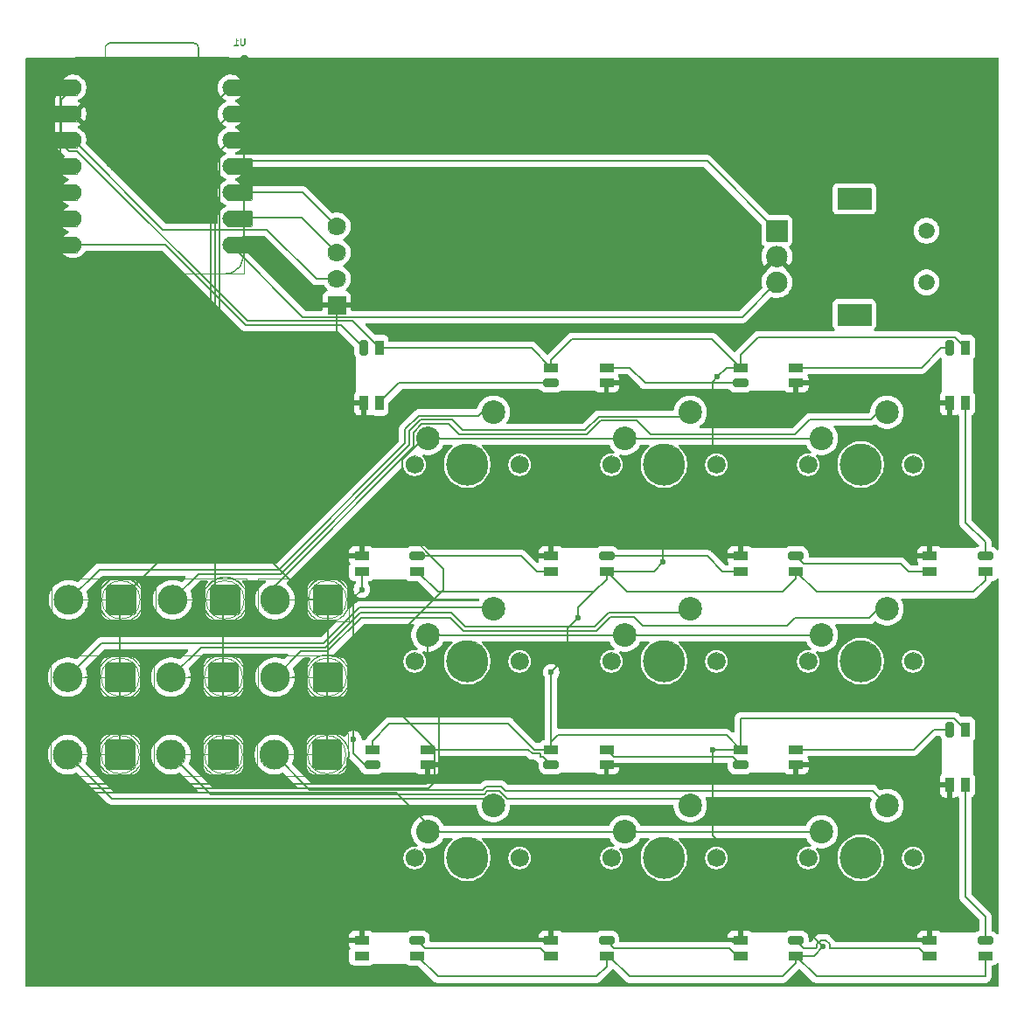
<source format=gbl>
G04 #@! TF.GenerationSoftware,KiCad,Pcbnew,9.0.2*
G04 #@! TF.CreationDate,2025-06-22T22:41:04+03:00*
G04 #@! TF.ProjectId,macropad,6d616372-6f70-4616-942e-6b696361645f,rev?*
G04 #@! TF.SameCoordinates,Original*
G04 #@! TF.FileFunction,Copper,L2,Bot*
G04 #@! TF.FilePolarity,Positive*
%FSLAX46Y46*%
G04 Gerber Fmt 4.6, Leading zero omitted, Abs format (unit mm)*
G04 Created by KiCad (PCBNEW 9.0.2) date 2025-06-22 22:41:04*
%MOMM*%
%LPD*%
G01*
G04 APERTURE LIST*
G04 Aperture macros list*
%AMRoundRect*
0 Rectangle with rounded corners*
0 $1 Rounding radius*
0 $2 $3 $4 $5 $6 $7 $8 $9 X,Y pos of 4 corners*
0 Add a 4 corners polygon primitive as box body*
4,1,4,$2,$3,$4,$5,$6,$7,$8,$9,$2,$3,0*
0 Add four circle primitives for the rounded corners*
1,1,$1+$1,$2,$3*
1,1,$1+$1,$4,$5*
1,1,$1+$1,$6,$7*
1,1,$1+$1,$8,$9*
0 Add four rect primitives between the rounded corners*
20,1,$1+$1,$2,$3,$4,$5,0*
20,1,$1+$1,$4,$5,$6,$7,0*
20,1,$1+$1,$6,$7,$8,$9,0*
20,1,$1+$1,$8,$9,$2,$3,0*%
G04 Aperture macros list end*
G04 #@! TA.AperFunction,ComponentPad*
%ADD10C,2.200000*%
G04 #@! TD*
G04 #@! TA.AperFunction,ComponentPad*
%ADD11R,1.700000X1.700000*%
G04 #@! TD*
G04 #@! TA.AperFunction,ComponentPad*
%ADD12O,1.700000X1.700000*%
G04 #@! TD*
G04 #@! TA.AperFunction,ComponentPad*
%ADD13C,1.500000*%
G04 #@! TD*
G04 #@! TA.AperFunction,ComponentPad*
%ADD14R,2.000000X2.000000*%
G04 #@! TD*
G04 #@! TA.AperFunction,ComponentPad*
%ADD15C,2.000000*%
G04 #@! TD*
G04 #@! TA.AperFunction,ComponentPad*
%ADD16R,3.200000X2.000000*%
G04 #@! TD*
G04 #@! TA.AperFunction,ComponentPad*
%ADD17RoundRect,0.250001X1.149999X1.149999X-1.149999X1.149999X-1.149999X-1.149999X1.149999X-1.149999X0*%
G04 #@! TD*
G04 #@! TA.AperFunction,ComponentPad*
%ADD18C,2.800000*%
G04 #@! TD*
G04 #@! TA.AperFunction,SMDPad,CuDef*
%ADD19RoundRect,0.152400X-1.063600X-0.609600X1.063600X-0.609600X1.063600X0.609600X-1.063600X0.609600X0*%
G04 #@! TD*
G04 #@! TA.AperFunction,ComponentPad*
%ADD20C,1.524000*%
G04 #@! TD*
G04 #@! TA.AperFunction,SMDPad,CuDef*
%ADD21RoundRect,0.152400X1.063600X0.609600X-1.063600X0.609600X-1.063600X-0.609600X1.063600X-0.609600X0*%
G04 #@! TD*
G04 #@! TA.AperFunction,ViaPad*
%ADD22C,0.600000*%
G04 #@! TD*
G04 #@! TA.AperFunction,Conductor*
%ADD23C,0.200000*%
G04 #@! TD*
%ADD24C,1.700000*%
%ADD25C,4.000000*%
%ADD26C,2.200000*%
%ADD27R,1.700000X1.700000*%
%ADD28O,1.700000X1.700000*%
%ADD29C,1.500000*%
%ADD30R,2.000000X2.000000*%
%ADD31C,2.000000*%
%ADD32R,3.200000X2.000000*%
%ADD33RoundRect,0.250001X1.149999X1.149999X-1.149999X1.149999X-1.149999X-1.149999X1.149999X-1.149999X0*%
%ADD34C,2.800000*%
%ADD35RoundRect,0.152400X-1.063600X-0.609600X1.063600X-0.609600X1.063600X0.609600X-1.063600X0.609600X0*%
%ADD36C,1.524000*%
%ADD37RoundRect,0.152400X1.063600X0.609600X-1.063600X0.609600X-1.063600X-0.609600X1.063600X-0.609600X0*%
%ADD38C,0.050000*%
%ADD39C,0.101600*%
%ADD40C,0.100000*%
%ADD41C,0.504000*%
%ADD42C,0.061111*%
%ADD43C,0.047222*%
%ADD44C,0.055556*%
%ADD45C,0.088889*%
%ADD46C,0.077778*%
%ADD47C,0.100000*%
G04 #@! TD*
%ADD48C,0.067556*%
%ADD49C,0.042333*%
G04 #@! TA.AperFunction,SMDPad,CuDef*
%ADD50R,1.450000X0.820000*%
G04 #@! TD*
G04 #@! TA.AperFunction,SMDPad,CuDef*
%ADD51RoundRect,0.205000X-0.520000X-0.205000X0.520000X-0.205000X0.520000X0.205000X-0.520000X0.205000X0*%
G04 #@! TD*
G04 #@! TA.AperFunction,SMDPad,CuDef*
%ADD52RoundRect,0.205000X0.520000X0.205000X-0.520000X0.205000X-0.520000X-0.205000X0.520000X-0.205000X0*%
G04 #@! TD*
G04 #@! TA.AperFunction,SMDPad,CuDef*
%ADD53R,0.820000X1.450000*%
G04 #@! TD*
G04 #@! TA.AperFunction,SMDPad,CuDef*
%ADD54RoundRect,0.205000X0.205000X-0.520000X0.205000X0.520000X-0.205000X0.520000X-0.205000X-0.520000X0*%
G04 #@! TD*
G04 APERTURE END LIST*
D10*
G04 #@! TO.P,SW4,1,1*
G04 #@! TO.N,Net-(D4-A)*
X172120000Y-87320000D03*
G04 #@! TO.P,SW4,2,2*
G04 #@! TO.N,COL2*
X165770000Y-89860000D03*
G04 #@! TD*
G04 #@! TO.P,SW1,1,1*
G04 #@! TO.N,Net-(D1-A)*
X153070000Y-87320000D03*
G04 #@! TO.P,SW1,2,2*
G04 #@! TO.N,COL2*
X146720000Y-89860000D03*
G04 #@! TD*
G04 #@! TO.P,SW6,1,1*
G04 #@! TO.N,Net-(D6-A)*
X172120000Y-125420000D03*
G04 #@! TO.P,SW6,2,2*
G04 #@! TO.N,COL0*
X165770000Y-127960000D03*
G04 #@! TD*
G04 #@! TO.P,SW5,1,1*
G04 #@! TO.N,Net-(D5-A)*
X172120000Y-106370000D03*
G04 #@! TO.P,SW5,2,2*
G04 #@! TO.N,COL1*
X165770000Y-108910000D03*
G04 #@! TD*
G04 #@! TO.P,SW2,1,1*
G04 #@! TO.N,Net-(D2-A)*
X153070000Y-106370000D03*
G04 #@! TO.P,SW2,2,2*
G04 #@! TO.N,COL1*
X146720000Y-108910000D03*
G04 #@! TD*
G04 #@! TO.P,SW3,1,1*
G04 #@! TO.N,Net-(D3-A)*
X153070000Y-125420000D03*
G04 #@! TO.P,SW3,2,2*
G04 #@! TO.N,COL0*
X146720000Y-127960000D03*
G04 #@! TD*
G04 #@! TO.P,SW8,1,1*
G04 #@! TO.N,Net-(D8-A)*
X191170000Y-106370000D03*
G04 #@! TO.P,SW8,2,2*
G04 #@! TO.N,COL1*
X184820000Y-108910000D03*
G04 #@! TD*
G04 #@! TO.P,SW7,1,1*
G04 #@! TO.N,Net-(D7-A)*
X191170000Y-87320000D03*
G04 #@! TO.P,SW7,2,2*
G04 #@! TO.N,COL2*
X184820000Y-89860000D03*
G04 #@! TD*
G04 #@! TO.P,SW9,1,1*
G04 #@! TO.N,Net-(D9-A)*
X191170000Y-125420000D03*
G04 #@! TO.P,SW9,2,2*
G04 #@! TO.N,COL0*
X184820000Y-127960000D03*
G04 #@! TD*
D11*
G04 #@! TO.P,OLED1,1,GND*
G04 #@! TO.N,GND*
X137885000Y-76945000D03*
D12*
G04 #@! TO.P,OLED1,2,VCC*
G04 #@! TO.N,VCCQ*
X137885000Y-74405000D03*
G04 #@! TO.P,OLED1,3,SCL*
G04 #@! TO.N,OLED_SCL*
X137885000Y-71865000D03*
G04 #@! TO.P,OLED1,4,SDA*
G04 #@! TO.N,OLED_SDA*
X137885000Y-69325000D03*
G04 #@! TD*
D13*
G04 #@! TO.P,SW10,*
G04 #@! TO.N,*
X195000000Y-69750000D03*
X195000000Y-74750000D03*
D14*
G04 #@! TO.P,SW10,A,A*
G04 #@! TO.N,EC11_A*
X180500000Y-69750000D03*
D15*
G04 #@! TO.P,SW10,B,B*
G04 #@! TO.N,EC11_B*
X180500000Y-74750000D03*
G04 #@! TO.P,SW10,C,C*
G04 #@! TO.N,GND*
X180500000Y-72250000D03*
D16*
G04 #@! TO.P,SW10,MP*
G04 #@! TO.N,N/C*
X188000000Y-66650000D03*
X188000000Y-77850000D03*
G04 #@! TD*
D17*
G04 #@! TO.P,D1,1,K*
G04 #@! TO.N,ROW0*
X117000000Y-105500000D03*
D18*
G04 #@! TO.P,D1,2,A*
G04 #@! TO.N,Net-(D1-A)*
X111920000Y-105500000D03*
G04 #@! TD*
D17*
G04 #@! TO.P,D8,1,K*
G04 #@! TO.N,ROW2*
X137000000Y-113000000D03*
D18*
G04 #@! TO.P,D8,2,A*
G04 #@! TO.N,Net-(D8-A)*
X131920000Y-113000000D03*
G04 #@! TD*
D17*
G04 #@! TO.P,D9,1,K*
G04 #@! TO.N,ROW2*
X136920000Y-120500000D03*
D18*
G04 #@! TO.P,D9,2,A*
G04 #@! TO.N,Net-(D9-A)*
X131840000Y-120500000D03*
G04 #@! TD*
D17*
G04 #@! TO.P,D7,1,K*
G04 #@! TO.N,ROW2*
X137000000Y-105500000D03*
D18*
G04 #@! TO.P,D7,2,A*
G04 #@! TO.N,Net-(D7-A)*
X131920000Y-105500000D03*
G04 #@! TD*
D17*
G04 #@! TO.P,D5,1,K*
G04 #@! TO.N,ROW1*
X126920000Y-113000000D03*
D18*
G04 #@! TO.P,D5,2,A*
G04 #@! TO.N,Net-(D5-A)*
X121840000Y-113000000D03*
G04 #@! TD*
D17*
G04 #@! TO.P,D6,1,K*
G04 #@! TO.N,ROW1*
X126920000Y-120500000D03*
D18*
G04 #@! TO.P,D6,2,A*
G04 #@! TO.N,Net-(D6-A)*
X121840000Y-120500000D03*
G04 #@! TD*
D19*
G04 #@! TO.P,U1,1,GPIO26/ADC0/A0*
G04 #@! TO.N,ROW0*
X128455000Y-55880000D03*
D20*
X127620000Y-55880000D03*
D19*
G04 #@! TO.P,U1,2,GPIO27/ADC1/A1*
G04 #@! TO.N,ROW1*
X128455000Y-58420000D03*
D20*
X127620000Y-58420000D03*
D19*
G04 #@! TO.P,U1,3,GPIO28/ADC2/A2*
G04 #@! TO.N,ROW2*
X128455000Y-60960000D03*
D20*
X127620000Y-60960000D03*
D19*
G04 #@! TO.P,U1,4,GPIO29/ADC3/A3*
G04 #@! TO.N,EC11_A*
X128455000Y-63500000D03*
D20*
X127620000Y-63500000D03*
D19*
G04 #@! TO.P,U1,5,GPIO6/SDA*
G04 #@! TO.N,OLED_SDA*
X128455000Y-66040000D03*
D20*
X127620000Y-66040000D03*
D19*
G04 #@! TO.P,U1,6,GPIO7/SCL*
G04 #@! TO.N,OLED_SCL*
X128455000Y-68580000D03*
D20*
X127620000Y-68580000D03*
D19*
G04 #@! TO.P,U1,7,GPIO0/TX*
G04 #@! TO.N,EC11_B*
X128455000Y-71120000D03*
D20*
X127620000Y-71120000D03*
G04 #@! TO.P,U1,8,GPIO1/RX*
G04 #@! TO.N,LED_CNTRL*
X112380000Y-71120000D03*
D21*
X111545000Y-71120000D03*
D20*
G04 #@! TO.P,U1,9,GPIO2/SCK*
G04 #@! TO.N,COL2*
X112380000Y-68580000D03*
D21*
X111545000Y-68580000D03*
D20*
G04 #@! TO.P,U1,10,GPIO4/MISO*
G04 #@! TO.N,COL1*
X112380000Y-66040000D03*
D21*
X111545000Y-66040000D03*
D20*
G04 #@! TO.P,U1,11,GPIO3/MOSI*
G04 #@! TO.N,COL0*
X112380000Y-63500000D03*
D21*
X111545000Y-63500000D03*
D20*
G04 #@! TO.P,U1,12,3V3*
G04 #@! TO.N,VCCQ*
X112380000Y-60960000D03*
D21*
X111545000Y-60960000D03*
D20*
G04 #@! TO.P,U1,13,GND*
G04 #@! TO.N,GND*
X112380000Y-58420000D03*
D21*
X111545000Y-58420000D03*
D20*
G04 #@! TO.P,U1,14,VBUS*
G04 #@! TO.N,VCC*
X112380000Y-55880000D03*
D21*
X111545000Y-55880000D03*
G04 #@! TD*
D17*
G04 #@! TO.P,D3,1,K*
G04 #@! TO.N,ROW0*
X116920000Y-120500000D03*
D18*
G04 #@! TO.P,D3,2,A*
G04 #@! TO.N,Net-(D3-A)*
X111840000Y-120500000D03*
G04 #@! TD*
D17*
G04 #@! TO.P,D2,1,K*
G04 #@! TO.N,ROW0*
X116920000Y-113000000D03*
D18*
G04 #@! TO.P,D2,2,A*
G04 #@! TO.N,Net-(D2-A)*
X111840000Y-113000000D03*
G04 #@! TD*
D17*
G04 #@! TO.P,D4,1,K*
G04 #@! TO.N,ROW1*
X127080000Y-105500000D03*
D18*
G04 #@! TO.P,D4,2,A*
G04 #@! TO.N,Net-(D4-A)*
X122000000Y-105500000D03*
G04 #@! TD*
D22*
G04 #@! TO.N,GND*
X138000000Y-85250000D03*
G04 #@! TO.N,VCC*
X161250000Y-107250000D03*
X169500000Y-101850000D03*
X174250000Y-120000000D03*
X158658333Y-112500000D03*
X174750000Y-83900000D03*
X185000000Y-139100000D03*
G04 #@! TO.N,Net-(D17-DOUT)*
X140325000Y-104500000D03*
X139500000Y-119000000D03*
G04 #@! TD*
D23*
G04 #@! TO.N,GND*
X138000000Y-85250000D02*
X137885000Y-85135000D01*
X137885000Y-85135000D02*
X137885000Y-76945000D01*
G04 #@! TO.N,VCC*
X158658333Y-112500000D02*
X160250000Y-110908333D01*
X169500000Y-95861530D02*
X174250000Y-91111530D01*
X169500000Y-101850000D02*
X169500000Y-95861530D01*
X174250000Y-84400000D02*
X174750000Y-83900000D01*
X174250000Y-128350000D02*
X174250000Y-120000000D01*
X185000000Y-139100000D02*
X174250000Y-128350000D01*
X174250000Y-91111530D02*
X174250000Y-84400000D01*
X160250000Y-108250000D02*
X161250000Y-107250000D01*
X160250000Y-110908333D02*
X160250000Y-108250000D01*
G04 #@! TO.N,ROW0*
X116920000Y-120500000D02*
X116920000Y-113000000D01*
X117000000Y-105500000D02*
X125698000Y-96802000D01*
X125698000Y-96802000D02*
X125698000Y-57802000D01*
X116920000Y-113000000D02*
X116920000Y-105580000D01*
X125698000Y-57802000D02*
X127620000Y-55880000D01*
G04 #@! TO.N,COL1*
X147809119Y-122690881D02*
X146750000Y-123750000D01*
X146651000Y-111947470D02*
X147809119Y-113105589D01*
X109879169Y-123750000D02*
X109401000Y-123271831D01*
X146651000Y-108979000D02*
X146651000Y-111947470D01*
X109401000Y-123271831D02*
X109401000Y-68405374D01*
X109401000Y-68405374D02*
X111766374Y-66040000D01*
X146750000Y-123750000D02*
X109879169Y-123750000D01*
X147809119Y-113105589D02*
X147809119Y-122690881D01*
G04 #@! TO.N,ROW2*
X126500000Y-62080000D02*
X127620000Y-60960000D01*
X137000000Y-105500000D02*
X135250000Y-105500000D01*
X126500000Y-96750000D02*
X126500000Y-62080000D01*
X135250000Y-105500000D02*
X126500000Y-96750000D01*
X137000000Y-113000000D02*
X137000000Y-105500000D01*
X136920000Y-120500000D02*
X136920000Y-113080000D01*
G04 #@! TO.N,COL2*
X146291530Y-89860000D02*
X144216450Y-91935080D01*
X109802000Y-123105731D02*
X109802000Y-70544374D01*
X148250000Y-102500000D02*
X148250000Y-104500000D01*
X148216450Y-104500000D02*
X144216450Y-108500000D01*
X144216450Y-91935080D02*
X144216450Y-98466450D01*
X110045269Y-123349000D02*
X109802000Y-123105731D01*
X144216450Y-108500000D02*
X144216450Y-116716450D01*
X147408119Y-119908119D02*
X147408119Y-122500000D01*
X144216450Y-116716450D02*
X147408119Y-119908119D01*
X146559119Y-123349000D02*
X110045269Y-123349000D01*
X147408119Y-122500000D02*
X146559119Y-123349000D01*
X144216450Y-98466450D02*
X148250000Y-102500000D01*
X109802000Y-70544374D02*
X111766374Y-68580000D01*
X148250000Y-104500000D02*
X148216450Y-104500000D01*
G04 #@! TO.N,COL0*
X109000000Y-65802370D02*
X111302370Y-63500000D01*
X109713069Y-124151000D02*
X109000000Y-123437931D01*
X146720000Y-127220000D02*
X143651000Y-124151000D01*
X109000000Y-123437931D02*
X109000000Y-65802370D01*
X143651000Y-124151000D02*
X109713069Y-124151000D01*
G04 #@! TO.N,ROW1*
X126099000Y-104519000D02*
X126099000Y-59941000D01*
X126099000Y-59941000D02*
X127620000Y-58420000D01*
X126920000Y-120500000D02*
X126920000Y-113000000D01*
X126920000Y-113000000D02*
X126920000Y-105660000D01*
G04 #@! TO.N,Net-(D17-DOUT)*
X140325000Y-104500000D02*
X139500000Y-105325000D01*
X139500000Y-105325000D02*
X139500000Y-119000000D01*
G04 #@! TD*
D24*
G04 #@! TO.C,SW4*
X164500000Y-92400000D03*
D25*
X169580000Y-92400000D03*
D24*
X174660000Y-92400000D03*
D26*
X172120000Y-87320000D03*
X165770000Y-89860000D03*
G04 #@! TD*
D24*
G04 #@! TO.C,SW1*
X145450000Y-92400000D03*
D25*
X150530000Y-92400000D03*
D24*
X155610000Y-92400000D03*
D26*
X153070000Y-87320000D03*
X146720000Y-89860000D03*
G04 #@! TD*
D24*
G04 #@! TO.C,SW6*
X164500000Y-130500000D03*
D25*
X169580000Y-130500000D03*
D24*
X174660000Y-130500000D03*
D26*
X172120000Y-125420000D03*
X165770000Y-127960000D03*
G04 #@! TD*
D24*
G04 #@! TO.C,SW5*
X164500000Y-111450000D03*
D25*
X169580000Y-111450000D03*
D24*
X174660000Y-111450000D03*
D26*
X172120000Y-106370000D03*
X165770000Y-108910000D03*
G04 #@! TD*
D24*
G04 #@! TO.C,SW2*
X145450000Y-111450000D03*
D25*
X150530000Y-111450000D03*
D24*
X155610000Y-111450000D03*
D26*
X153070000Y-106370000D03*
X146720000Y-108910000D03*
G04 #@! TD*
D24*
G04 #@! TO.C,SW3*
X145450000Y-130500000D03*
D25*
X150530000Y-130500000D03*
D24*
X155610000Y-130500000D03*
D26*
X153070000Y-125420000D03*
X146720000Y-127960000D03*
G04 #@! TD*
D24*
G04 #@! TO.C,SW8*
X183550000Y-111450000D03*
D25*
X188630000Y-111450000D03*
D24*
X193710000Y-111450000D03*
D26*
X191170000Y-106370000D03*
X184820000Y-108910000D03*
G04 #@! TD*
D24*
G04 #@! TO.C,SW7*
X183550000Y-92400000D03*
D25*
X188630000Y-92400000D03*
D24*
X193710000Y-92400000D03*
D26*
X191170000Y-87320000D03*
X184820000Y-89860000D03*
G04 #@! TD*
D24*
G04 #@! TO.C,SW9*
X183550000Y-130500000D03*
D25*
X188630000Y-130500000D03*
D24*
X193710000Y-130500000D03*
D26*
X191170000Y-125420000D03*
X184820000Y-127960000D03*
G04 #@! TD*
D27*
G04 #@! TO.C,OLED1*
X137885000Y-76945000D03*
D28*
X137885000Y-74405000D03*
X137885000Y-71865000D03*
X137885000Y-69325000D03*
G04 #@! TD*
D29*
G04 #@! TO.C,SW10*
X195000000Y-69750000D03*
X195000000Y-74750000D03*
D30*
X180500000Y-69750000D03*
D31*
X180500000Y-74750000D03*
X180500000Y-72250000D03*
D32*
X188000000Y-66650000D03*
X188000000Y-77850000D03*
G04 #@! TD*
D33*
G04 #@! TO.C,D1*
X117000000Y-105500000D03*
D34*
X111920000Y-105500000D03*
G04 #@! TD*
D33*
G04 #@! TO.C,D8*
X137000000Y-113000000D03*
D34*
X131920000Y-113000000D03*
G04 #@! TD*
D33*
G04 #@! TO.C,D9*
X136920000Y-120500000D03*
D34*
X131840000Y-120500000D03*
G04 #@! TD*
D33*
G04 #@! TO.C,D7*
X137000000Y-105500000D03*
D34*
X131920000Y-105500000D03*
G04 #@! TD*
D33*
G04 #@! TO.C,D5*
X126920000Y-113000000D03*
D34*
X121840000Y-113000000D03*
G04 #@! TD*
D33*
G04 #@! TO.C,D6*
X126920000Y-120500000D03*
D34*
X121840000Y-120500000D03*
G04 #@! TD*
D35*
G04 #@! TO.C,U1*
X128455000Y-55880000D03*
D36*
X127620000Y-55880000D03*
D35*
X128455000Y-58420000D03*
D36*
X127620000Y-58420000D03*
D35*
X128455000Y-60960000D03*
D36*
X127620000Y-60960000D03*
D35*
X128455000Y-63500000D03*
D36*
X127620000Y-63500000D03*
D35*
X128455000Y-66040000D03*
D36*
X127620000Y-66040000D03*
D35*
X128455000Y-68580000D03*
D36*
X127620000Y-68580000D03*
D35*
X128455000Y-71120000D03*
D36*
X127620000Y-71120000D03*
X112380000Y-71120000D03*
D37*
X111545000Y-71120000D03*
D36*
X112380000Y-68580000D03*
D37*
X111545000Y-68580000D03*
D36*
X112380000Y-66040000D03*
D37*
X111545000Y-66040000D03*
D36*
X112380000Y-63500000D03*
D37*
X111545000Y-63500000D03*
D36*
X112380000Y-60960000D03*
D37*
X111545000Y-60960000D03*
D36*
X112380000Y-58420000D03*
D37*
X111545000Y-58420000D03*
D36*
X112380000Y-55880000D03*
D37*
X111545000Y-55880000D03*
G04 #@! TD*
D33*
G04 #@! TO.C,D3*
X116920000Y-120500000D03*
D34*
X111840000Y-120500000D03*
G04 #@! TD*
D33*
G04 #@! TO.C,D2*
X116920000Y-113000000D03*
D34*
X111840000Y-113000000D03*
G04 #@! TD*
D33*
G04 #@! TO.C,D4*
X127080000Y-105500000D03*
D34*
X122000000Y-105500000D03*
G04 #@! TD*
G36*
X117356007Y-118308044D02*
G01*
X117638385Y-118383707D01*
X117908471Y-118495580D01*
X118161643Y-118641749D01*
X118393571Y-118819714D01*
X118600286Y-119026429D01*
X118778251Y-119258357D01*
X118924420Y-119511529D01*
X119036293Y-119781615D01*
X119111956Y-120063993D01*
X119150114Y-120353831D01*
X119150114Y-120646169D01*
X119111956Y-120936007D01*
X119036293Y-121218385D01*
X118924420Y-121488471D01*
X118778251Y-121741643D01*
X118600286Y-121973571D01*
X118393571Y-122180286D01*
X118161643Y-122358251D01*
X117908471Y-122504420D01*
X117638385Y-122616293D01*
X117356007Y-122691956D01*
X117066169Y-122730114D01*
X116773831Y-122730114D01*
X116483993Y-122691956D01*
X116201615Y-122616293D01*
X115931529Y-122504420D01*
X115678357Y-122358251D01*
X115446429Y-122180286D01*
X115239714Y-121973571D01*
X115061749Y-121741643D01*
X114915580Y-121488471D01*
X114803707Y-121218385D01*
X114728044Y-120936007D01*
X114689886Y-120646169D01*
X114689886Y-120560000D01*
X113540000Y-120560000D01*
X113517039Y-120555433D01*
X113484567Y-120522961D01*
X113484567Y-120477039D01*
X113517039Y-120444567D01*
X113540000Y-120440000D01*
X114689886Y-120440000D01*
X114689886Y-120361679D01*
X114809629Y-120361679D01*
X114809629Y-120638321D01*
X114845738Y-120912596D01*
X114917338Y-121179812D01*
X115023205Y-121435396D01*
X115161526Y-121674975D01*
X115329935Y-121894450D01*
X115525550Y-122090065D01*
X115745025Y-122258474D01*
X115984604Y-122396795D01*
X116240188Y-122502662D01*
X116507404Y-122574262D01*
X116781679Y-122610371D01*
X117058321Y-122610371D01*
X117332596Y-122574262D01*
X117599812Y-122502662D01*
X117855396Y-122396795D01*
X118094975Y-122258474D01*
X118314450Y-122090065D01*
X118510065Y-121894450D01*
X118678474Y-121674975D01*
X118816795Y-121435396D01*
X118922662Y-121179812D01*
X118994262Y-120912596D01*
X119030371Y-120638321D01*
X119030371Y-120361679D01*
X118994262Y-120087404D01*
X118922662Y-119820188D01*
X118816795Y-119564604D01*
X118678474Y-119325025D01*
X118510065Y-119105550D01*
X118314450Y-118909935D01*
X118094975Y-118741526D01*
X117855396Y-118603205D01*
X117599812Y-118497338D01*
X117332596Y-118425738D01*
X117058321Y-118389629D01*
X116781679Y-118389629D01*
X116507404Y-118425738D01*
X116240188Y-118497338D01*
X115984604Y-118603205D01*
X115745025Y-118741526D01*
X115525550Y-118909935D01*
X115329935Y-119105550D01*
X115161526Y-119325025D01*
X115023205Y-119564604D01*
X114917338Y-119820188D01*
X114845738Y-120087404D01*
X114809629Y-120361679D01*
X114689886Y-120361679D01*
X114689886Y-120353831D01*
X114728044Y-120063993D01*
X114803707Y-119781615D01*
X114915580Y-119511529D01*
X115061749Y-119258357D01*
X115239714Y-119026429D01*
X115446429Y-118819714D01*
X115678357Y-118641749D01*
X115931529Y-118495580D01*
X116201615Y-118383707D01*
X116483993Y-118308044D01*
X116773831Y-118269886D01*
X117066169Y-118269886D01*
X117356007Y-118308044D01*
G37*
G36*
X127356007Y-118308044D02*
G01*
X127638385Y-118383707D01*
X127908471Y-118495580D01*
X128161643Y-118641749D01*
X128393571Y-118819714D01*
X128600286Y-119026429D01*
X128778251Y-119258357D01*
X128924420Y-119511529D01*
X129036293Y-119781615D01*
X129111956Y-120063993D01*
X129150114Y-120353831D01*
X129150114Y-120646169D01*
X129111956Y-120936007D01*
X129036293Y-121218385D01*
X128924420Y-121488471D01*
X128778251Y-121741643D01*
X128600286Y-121973571D01*
X128393571Y-122180286D01*
X128161643Y-122358251D01*
X127908471Y-122504420D01*
X127638385Y-122616293D01*
X127356007Y-122691956D01*
X127066169Y-122730114D01*
X126773831Y-122730114D01*
X126483993Y-122691956D01*
X126201615Y-122616293D01*
X125931529Y-122504420D01*
X125678357Y-122358251D01*
X125446429Y-122180286D01*
X125239714Y-121973571D01*
X125061749Y-121741643D01*
X124915580Y-121488471D01*
X124803707Y-121218385D01*
X124728044Y-120936007D01*
X124689886Y-120646169D01*
X124689886Y-120560000D01*
X123540000Y-120560000D01*
X123517039Y-120555433D01*
X123484567Y-120522961D01*
X123484567Y-120477039D01*
X123517039Y-120444567D01*
X123540000Y-120440000D01*
X124689886Y-120440000D01*
X124689886Y-120361679D01*
X124809629Y-120361679D01*
X124809629Y-120638321D01*
X124845738Y-120912596D01*
X124917338Y-121179812D01*
X125023205Y-121435396D01*
X125161526Y-121674975D01*
X125329935Y-121894450D01*
X125525550Y-122090065D01*
X125745025Y-122258474D01*
X125984604Y-122396795D01*
X126240188Y-122502662D01*
X126507404Y-122574262D01*
X126781679Y-122610371D01*
X127058321Y-122610371D01*
X127332596Y-122574262D01*
X127599812Y-122502662D01*
X127855396Y-122396795D01*
X128094975Y-122258474D01*
X128314450Y-122090065D01*
X128510065Y-121894450D01*
X128678474Y-121674975D01*
X128816795Y-121435396D01*
X128922662Y-121179812D01*
X128994262Y-120912596D01*
X129030371Y-120638321D01*
X129030371Y-120361679D01*
X128994262Y-120087404D01*
X128922662Y-119820188D01*
X128816795Y-119564604D01*
X128678474Y-119325025D01*
X128510065Y-119105550D01*
X128314450Y-118909935D01*
X128094975Y-118741526D01*
X127855396Y-118603205D01*
X127599812Y-118497338D01*
X127332596Y-118425738D01*
X127058321Y-118389629D01*
X126781679Y-118389629D01*
X126507404Y-118425738D01*
X126240188Y-118497338D01*
X125984604Y-118603205D01*
X125745025Y-118741526D01*
X125525550Y-118909935D01*
X125329935Y-119105550D01*
X125161526Y-119325025D01*
X125023205Y-119564604D01*
X124917338Y-119820188D01*
X124845738Y-120087404D01*
X124809629Y-120361679D01*
X124689886Y-120361679D01*
X124689886Y-120353831D01*
X124728044Y-120063993D01*
X124803707Y-119781615D01*
X124915580Y-119511529D01*
X125061749Y-119258357D01*
X125239714Y-119026429D01*
X125446429Y-118819714D01*
X125678357Y-118641749D01*
X125931529Y-118495580D01*
X126201615Y-118383707D01*
X126483993Y-118308044D01*
X126773831Y-118269886D01*
X127066169Y-118269886D01*
X127356007Y-118308044D01*
G37*
G36*
X137356007Y-118308044D02*
G01*
X137638385Y-118383707D01*
X137908471Y-118495580D01*
X138161643Y-118641749D01*
X138393571Y-118819714D01*
X138600286Y-119026429D01*
X138778251Y-119258357D01*
X138924420Y-119511529D01*
X139036293Y-119781615D01*
X139111956Y-120063993D01*
X139150114Y-120353831D01*
X139150114Y-120646169D01*
X139111956Y-120936007D01*
X139036293Y-121218385D01*
X138924420Y-121488471D01*
X138778251Y-121741643D01*
X138600286Y-121973571D01*
X138393571Y-122180286D01*
X138161643Y-122358251D01*
X137908471Y-122504420D01*
X137638385Y-122616293D01*
X137356007Y-122691956D01*
X137066169Y-122730114D01*
X136773831Y-122730114D01*
X136483993Y-122691956D01*
X136201615Y-122616293D01*
X135931529Y-122504420D01*
X135678357Y-122358251D01*
X135446429Y-122180286D01*
X135239714Y-121973571D01*
X135061749Y-121741643D01*
X134915580Y-121488471D01*
X134803707Y-121218385D01*
X134728044Y-120936007D01*
X134689886Y-120646169D01*
X134689886Y-120560000D01*
X133540000Y-120560000D01*
X133517039Y-120555433D01*
X133484567Y-120522961D01*
X133484567Y-120477039D01*
X133517039Y-120444567D01*
X133540000Y-120440000D01*
X134689886Y-120440000D01*
X134689886Y-120361679D01*
X134809629Y-120361679D01*
X134809629Y-120638321D01*
X134845738Y-120912596D01*
X134917338Y-121179812D01*
X135023205Y-121435396D01*
X135161526Y-121674975D01*
X135329935Y-121894450D01*
X135525550Y-122090065D01*
X135745025Y-122258474D01*
X135984604Y-122396795D01*
X136240188Y-122502662D01*
X136507404Y-122574262D01*
X136781679Y-122610371D01*
X137058321Y-122610371D01*
X137332596Y-122574262D01*
X137599812Y-122502662D01*
X137855396Y-122396795D01*
X138094975Y-122258474D01*
X138314450Y-122090065D01*
X138510065Y-121894450D01*
X138678474Y-121674975D01*
X138816795Y-121435396D01*
X138922662Y-121179812D01*
X138994262Y-120912596D01*
X139030371Y-120638321D01*
X139030371Y-120361679D01*
X138994262Y-120087404D01*
X138922662Y-119820188D01*
X138816795Y-119564604D01*
X138678474Y-119325025D01*
X138510065Y-119105550D01*
X138314450Y-118909935D01*
X138094975Y-118741526D01*
X137855396Y-118603205D01*
X137599812Y-118497338D01*
X137332596Y-118425738D01*
X137058321Y-118389629D01*
X136781679Y-118389629D01*
X136507404Y-118425738D01*
X136240188Y-118497338D01*
X135984604Y-118603205D01*
X135745025Y-118741526D01*
X135525550Y-118909935D01*
X135329935Y-119105550D01*
X135161526Y-119325025D01*
X135023205Y-119564604D01*
X134917338Y-119820188D01*
X134845738Y-120087404D01*
X134809629Y-120361679D01*
X134689886Y-120361679D01*
X134689886Y-120353831D01*
X134728044Y-120063993D01*
X134803707Y-119781615D01*
X134915580Y-119511529D01*
X135061749Y-119258357D01*
X135239714Y-119026429D01*
X135446429Y-118819714D01*
X135678357Y-118641749D01*
X135931529Y-118495580D01*
X136201615Y-118383707D01*
X136483993Y-118308044D01*
X136773831Y-118269886D01*
X137066169Y-118269886D01*
X137356007Y-118308044D01*
G37*
G36*
X117356007Y-110808044D02*
G01*
X117638385Y-110883707D01*
X117908471Y-110995580D01*
X118161643Y-111141749D01*
X118393571Y-111319714D01*
X118600286Y-111526429D01*
X118778251Y-111758357D01*
X118924420Y-112011529D01*
X119036293Y-112281615D01*
X119111956Y-112563993D01*
X119150114Y-112853831D01*
X119150114Y-113146169D01*
X119111956Y-113436007D01*
X119036293Y-113718385D01*
X118924420Y-113988471D01*
X118778251Y-114241643D01*
X118600286Y-114473571D01*
X118393571Y-114680286D01*
X118161643Y-114858251D01*
X117908471Y-115004420D01*
X117638385Y-115116293D01*
X117356007Y-115191956D01*
X117066169Y-115230114D01*
X116773831Y-115230114D01*
X116483993Y-115191956D01*
X116201615Y-115116293D01*
X115931529Y-115004420D01*
X115678357Y-114858251D01*
X115446429Y-114680286D01*
X115239714Y-114473571D01*
X115061749Y-114241643D01*
X114915580Y-113988471D01*
X114803707Y-113718385D01*
X114728044Y-113436007D01*
X114689886Y-113146169D01*
X114689886Y-113060000D01*
X113540000Y-113060000D01*
X113517039Y-113055433D01*
X113484567Y-113022961D01*
X113484567Y-112977039D01*
X113517039Y-112944567D01*
X113540000Y-112940000D01*
X114689886Y-112940000D01*
X114689886Y-112861679D01*
X114809629Y-112861679D01*
X114809629Y-113138321D01*
X114845738Y-113412596D01*
X114917338Y-113679812D01*
X115023205Y-113935396D01*
X115161526Y-114174975D01*
X115329935Y-114394450D01*
X115525550Y-114590065D01*
X115745025Y-114758474D01*
X115984604Y-114896795D01*
X116240188Y-115002662D01*
X116507404Y-115074262D01*
X116781679Y-115110371D01*
X117058321Y-115110371D01*
X117332596Y-115074262D01*
X117599812Y-115002662D01*
X117855396Y-114896795D01*
X118094975Y-114758474D01*
X118314450Y-114590065D01*
X118510065Y-114394450D01*
X118678474Y-114174975D01*
X118816795Y-113935396D01*
X118922662Y-113679812D01*
X118994262Y-113412596D01*
X119030371Y-113138321D01*
X119030371Y-112861679D01*
X118994262Y-112587404D01*
X118922662Y-112320188D01*
X118816795Y-112064604D01*
X118678474Y-111825025D01*
X118510065Y-111605550D01*
X118314450Y-111409935D01*
X118094975Y-111241526D01*
X117855396Y-111103205D01*
X117599812Y-110997338D01*
X117332596Y-110925738D01*
X117058321Y-110889629D01*
X116781679Y-110889629D01*
X116507404Y-110925738D01*
X116240188Y-110997338D01*
X115984604Y-111103205D01*
X115745025Y-111241526D01*
X115525550Y-111409935D01*
X115329935Y-111605550D01*
X115161526Y-111825025D01*
X115023205Y-112064604D01*
X114917338Y-112320188D01*
X114845738Y-112587404D01*
X114809629Y-112861679D01*
X114689886Y-112861679D01*
X114689886Y-112853831D01*
X114728044Y-112563993D01*
X114803707Y-112281615D01*
X114915580Y-112011529D01*
X115061749Y-111758357D01*
X115239714Y-111526429D01*
X115446429Y-111319714D01*
X115678357Y-111141749D01*
X115931529Y-110995580D01*
X116201615Y-110883707D01*
X116483993Y-110808044D01*
X116773831Y-110769886D01*
X117066169Y-110769886D01*
X117356007Y-110808044D01*
G37*
G36*
X127356007Y-110808044D02*
G01*
X127638385Y-110883707D01*
X127908471Y-110995580D01*
X128161643Y-111141749D01*
X128393571Y-111319714D01*
X128600286Y-111526429D01*
X128778251Y-111758357D01*
X128924420Y-112011529D01*
X129036293Y-112281615D01*
X129111956Y-112563993D01*
X129150114Y-112853831D01*
X129150114Y-113146169D01*
X129111956Y-113436007D01*
X129036293Y-113718385D01*
X128924420Y-113988471D01*
X128778251Y-114241643D01*
X128600286Y-114473571D01*
X128393571Y-114680286D01*
X128161643Y-114858251D01*
X127908471Y-115004420D01*
X127638385Y-115116293D01*
X127356007Y-115191956D01*
X127066169Y-115230114D01*
X126773831Y-115230114D01*
X126483993Y-115191956D01*
X126201615Y-115116293D01*
X125931529Y-115004420D01*
X125678357Y-114858251D01*
X125446429Y-114680286D01*
X125239714Y-114473571D01*
X125061749Y-114241643D01*
X124915580Y-113988471D01*
X124803707Y-113718385D01*
X124728044Y-113436007D01*
X124689886Y-113146169D01*
X124689886Y-113060000D01*
X123540000Y-113060000D01*
X123517039Y-113055433D01*
X123484567Y-113022961D01*
X123484567Y-112977039D01*
X123517039Y-112944567D01*
X123540000Y-112940000D01*
X124689886Y-112940000D01*
X124689886Y-112861679D01*
X124809629Y-112861679D01*
X124809629Y-113138321D01*
X124845738Y-113412596D01*
X124917338Y-113679812D01*
X125023205Y-113935396D01*
X125161526Y-114174975D01*
X125329935Y-114394450D01*
X125525550Y-114590065D01*
X125745025Y-114758474D01*
X125984604Y-114896795D01*
X126240188Y-115002662D01*
X126507404Y-115074262D01*
X126781679Y-115110371D01*
X127058321Y-115110371D01*
X127332596Y-115074262D01*
X127599812Y-115002662D01*
X127855396Y-114896795D01*
X128094975Y-114758474D01*
X128314450Y-114590065D01*
X128510065Y-114394450D01*
X128678474Y-114174975D01*
X128816795Y-113935396D01*
X128922662Y-113679812D01*
X128994262Y-113412596D01*
X129030371Y-113138321D01*
X129030371Y-112861679D01*
X128994262Y-112587404D01*
X128922662Y-112320188D01*
X128816795Y-112064604D01*
X128678474Y-111825025D01*
X128510065Y-111605550D01*
X128314450Y-111409935D01*
X128094975Y-111241526D01*
X127855396Y-111103205D01*
X127599812Y-110997338D01*
X127332596Y-110925738D01*
X127058321Y-110889629D01*
X126781679Y-110889629D01*
X126507404Y-110925738D01*
X126240188Y-110997338D01*
X125984604Y-111103205D01*
X125745025Y-111241526D01*
X125525550Y-111409935D01*
X125329935Y-111605550D01*
X125161526Y-111825025D01*
X125023205Y-112064604D01*
X124917338Y-112320188D01*
X124845738Y-112587404D01*
X124809629Y-112861679D01*
X124689886Y-112861679D01*
X124689886Y-112853831D01*
X124728044Y-112563993D01*
X124803707Y-112281615D01*
X124915580Y-112011529D01*
X125061749Y-111758357D01*
X125239714Y-111526429D01*
X125446429Y-111319714D01*
X125678357Y-111141749D01*
X125931529Y-110995580D01*
X126201615Y-110883707D01*
X126483993Y-110808044D01*
X126773831Y-110769886D01*
X127066169Y-110769886D01*
X127356007Y-110808044D01*
G37*
G36*
X137436007Y-110808044D02*
G01*
X137718385Y-110883707D01*
X137988471Y-110995580D01*
X138241643Y-111141749D01*
X138473571Y-111319714D01*
X138680286Y-111526429D01*
X138858251Y-111758357D01*
X139004420Y-112011529D01*
X139116293Y-112281615D01*
X139191956Y-112563993D01*
X139230114Y-112853831D01*
X139230114Y-113146169D01*
X139191956Y-113436007D01*
X139116293Y-113718385D01*
X139004420Y-113988471D01*
X138858251Y-114241643D01*
X138680286Y-114473571D01*
X138473571Y-114680286D01*
X138241643Y-114858251D01*
X137988471Y-115004420D01*
X137718385Y-115116293D01*
X137436007Y-115191956D01*
X137146169Y-115230114D01*
X136853831Y-115230114D01*
X136563993Y-115191956D01*
X136281615Y-115116293D01*
X136011529Y-115004420D01*
X135758357Y-114858251D01*
X135526429Y-114680286D01*
X135319714Y-114473571D01*
X135141749Y-114241643D01*
X134995580Y-113988471D01*
X134883707Y-113718385D01*
X134808044Y-113436007D01*
X134769886Y-113146169D01*
X134769886Y-113060000D01*
X133620000Y-113060000D01*
X133597039Y-113055433D01*
X133564567Y-113022961D01*
X133564567Y-112977039D01*
X133597039Y-112944567D01*
X133620000Y-112940000D01*
X134769886Y-112940000D01*
X134769886Y-112861679D01*
X134889629Y-112861679D01*
X134889629Y-113138321D01*
X134925738Y-113412596D01*
X134997338Y-113679812D01*
X135103205Y-113935396D01*
X135241526Y-114174975D01*
X135409935Y-114394450D01*
X135605550Y-114590065D01*
X135825025Y-114758474D01*
X136064604Y-114896795D01*
X136320188Y-115002662D01*
X136587404Y-115074262D01*
X136861679Y-115110371D01*
X137138321Y-115110371D01*
X137412596Y-115074262D01*
X137679812Y-115002662D01*
X137935396Y-114896795D01*
X138174975Y-114758474D01*
X138394450Y-114590065D01*
X138590065Y-114394450D01*
X138758474Y-114174975D01*
X138896795Y-113935396D01*
X139002662Y-113679812D01*
X139074262Y-113412596D01*
X139110371Y-113138321D01*
X139110371Y-112861679D01*
X139074262Y-112587404D01*
X139002662Y-112320188D01*
X138896795Y-112064604D01*
X138758474Y-111825025D01*
X138590065Y-111605550D01*
X138394450Y-111409935D01*
X138174975Y-111241526D01*
X137935396Y-111103205D01*
X137679812Y-110997338D01*
X137412596Y-110925738D01*
X137138321Y-110889629D01*
X136861679Y-110889629D01*
X136587404Y-110925738D01*
X136320188Y-110997338D01*
X136064604Y-111103205D01*
X135825025Y-111241526D01*
X135605550Y-111409935D01*
X135409935Y-111605550D01*
X135241526Y-111825025D01*
X135103205Y-112064604D01*
X134997338Y-112320188D01*
X134925738Y-112587404D01*
X134889629Y-112861679D01*
X134769886Y-112861679D01*
X134769886Y-112853831D01*
X134808044Y-112563993D01*
X134883707Y-112281615D01*
X134995580Y-112011529D01*
X135141749Y-111758357D01*
X135319714Y-111526429D01*
X135526429Y-111319714D01*
X135758357Y-111141749D01*
X136011529Y-110995580D01*
X136281615Y-110883707D01*
X136563993Y-110808044D01*
X136853831Y-110769886D01*
X137146169Y-110769886D01*
X137436007Y-110808044D01*
G37*
G36*
X117436007Y-103308044D02*
G01*
X117718385Y-103383707D01*
X117988471Y-103495580D01*
X118241643Y-103641749D01*
X118473571Y-103819714D01*
X118680286Y-104026429D01*
X118858251Y-104258357D01*
X119004420Y-104511529D01*
X119116293Y-104781615D01*
X119191956Y-105063993D01*
X119230114Y-105353831D01*
X119230114Y-105646169D01*
X119191956Y-105936007D01*
X119116293Y-106218385D01*
X119004420Y-106488471D01*
X118858251Y-106741643D01*
X118680286Y-106973571D01*
X118473571Y-107180286D01*
X118241643Y-107358251D01*
X117988471Y-107504420D01*
X117718385Y-107616293D01*
X117436007Y-107691956D01*
X117146169Y-107730114D01*
X116853831Y-107730114D01*
X116563993Y-107691956D01*
X116281615Y-107616293D01*
X116011529Y-107504420D01*
X115758357Y-107358251D01*
X115526429Y-107180286D01*
X115319714Y-106973571D01*
X115141749Y-106741643D01*
X114995580Y-106488471D01*
X114883707Y-106218385D01*
X114808044Y-105936007D01*
X114769886Y-105646169D01*
X114769886Y-105560000D01*
X113620000Y-105560000D01*
X113597039Y-105555433D01*
X113564567Y-105522961D01*
X113564567Y-105477039D01*
X113597039Y-105444567D01*
X113620000Y-105440000D01*
X114769886Y-105440000D01*
X114769886Y-105361679D01*
X114889629Y-105361679D01*
X114889629Y-105638321D01*
X114925738Y-105912596D01*
X114997338Y-106179812D01*
X115103205Y-106435396D01*
X115241526Y-106674975D01*
X115409935Y-106894450D01*
X115605550Y-107090065D01*
X115825025Y-107258474D01*
X116064604Y-107396795D01*
X116320188Y-107502662D01*
X116587404Y-107574262D01*
X116861679Y-107610371D01*
X117138321Y-107610371D01*
X117412596Y-107574262D01*
X117679812Y-107502662D01*
X117935396Y-107396795D01*
X118174975Y-107258474D01*
X118394450Y-107090065D01*
X118590065Y-106894450D01*
X118758474Y-106674975D01*
X118896795Y-106435396D01*
X119002662Y-106179812D01*
X119074262Y-105912596D01*
X119110371Y-105638321D01*
X119110371Y-105361679D01*
X119074262Y-105087404D01*
X119002662Y-104820188D01*
X118896795Y-104564604D01*
X118758474Y-104325025D01*
X118590065Y-104105550D01*
X118394450Y-103909935D01*
X118174975Y-103741526D01*
X117935396Y-103603205D01*
X117679812Y-103497338D01*
X117412596Y-103425738D01*
X117138321Y-103389629D01*
X116861679Y-103389629D01*
X116587404Y-103425738D01*
X116320188Y-103497338D01*
X116064604Y-103603205D01*
X115825025Y-103741526D01*
X115605550Y-103909935D01*
X115409935Y-104105550D01*
X115241526Y-104325025D01*
X115103205Y-104564604D01*
X114997338Y-104820188D01*
X114925738Y-105087404D01*
X114889629Y-105361679D01*
X114769886Y-105361679D01*
X114769886Y-105353831D01*
X114808044Y-105063993D01*
X114883707Y-104781615D01*
X114995580Y-104511529D01*
X115141749Y-104258357D01*
X115319714Y-104026429D01*
X115526429Y-103819714D01*
X115758357Y-103641749D01*
X116011529Y-103495580D01*
X116281615Y-103383707D01*
X116563993Y-103308044D01*
X116853831Y-103269886D01*
X117146169Y-103269886D01*
X117436007Y-103308044D01*
G37*
G36*
X127516007Y-103308044D02*
G01*
X127798385Y-103383707D01*
X128068471Y-103495580D01*
X128321643Y-103641749D01*
X128553571Y-103819714D01*
X128760286Y-104026429D01*
X128938251Y-104258357D01*
X129084420Y-104511529D01*
X129196293Y-104781615D01*
X129271956Y-105063993D01*
X129310114Y-105353831D01*
X129310114Y-105646169D01*
X129271956Y-105936007D01*
X129196293Y-106218385D01*
X129084420Y-106488471D01*
X128938251Y-106741643D01*
X128760286Y-106973571D01*
X128553571Y-107180286D01*
X128321643Y-107358251D01*
X128068471Y-107504420D01*
X127798385Y-107616293D01*
X127516007Y-107691956D01*
X127226169Y-107730114D01*
X126933831Y-107730114D01*
X126643993Y-107691956D01*
X126361615Y-107616293D01*
X126091529Y-107504420D01*
X125838357Y-107358251D01*
X125606429Y-107180286D01*
X125399714Y-106973571D01*
X125221749Y-106741643D01*
X125075580Y-106488471D01*
X124963707Y-106218385D01*
X124888044Y-105936007D01*
X124849886Y-105646169D01*
X124849886Y-105560000D01*
X123700000Y-105560000D01*
X123677039Y-105555433D01*
X123644567Y-105522961D01*
X123644567Y-105477039D01*
X123677039Y-105444567D01*
X123700000Y-105440000D01*
X124849886Y-105440000D01*
X124849886Y-105361679D01*
X124969629Y-105361679D01*
X124969629Y-105638321D01*
X125005738Y-105912596D01*
X125077338Y-106179812D01*
X125183205Y-106435396D01*
X125321526Y-106674975D01*
X125489935Y-106894450D01*
X125685550Y-107090065D01*
X125905025Y-107258474D01*
X126144604Y-107396795D01*
X126400188Y-107502662D01*
X126667404Y-107574262D01*
X126941679Y-107610371D01*
X127218321Y-107610371D01*
X127492596Y-107574262D01*
X127759812Y-107502662D01*
X128015396Y-107396795D01*
X128254975Y-107258474D01*
X128474450Y-107090065D01*
X128670065Y-106894450D01*
X128838474Y-106674975D01*
X128976795Y-106435396D01*
X129082662Y-106179812D01*
X129154262Y-105912596D01*
X129190371Y-105638321D01*
X129190371Y-105361679D01*
X129154262Y-105087404D01*
X129082662Y-104820188D01*
X128976795Y-104564604D01*
X128838474Y-104325025D01*
X128670065Y-104105550D01*
X128474450Y-103909935D01*
X128254975Y-103741526D01*
X128015396Y-103603205D01*
X127759812Y-103497338D01*
X127492596Y-103425738D01*
X127218321Y-103389629D01*
X126941679Y-103389629D01*
X126667404Y-103425738D01*
X126400188Y-103497338D01*
X126144604Y-103603205D01*
X125905025Y-103741526D01*
X125685550Y-103909935D01*
X125489935Y-104105550D01*
X125321526Y-104325025D01*
X125183205Y-104564604D01*
X125077338Y-104820188D01*
X125005738Y-105087404D01*
X124969629Y-105361679D01*
X124849886Y-105361679D01*
X124849886Y-105353831D01*
X124888044Y-105063993D01*
X124963707Y-104781615D01*
X125075580Y-104511529D01*
X125221749Y-104258357D01*
X125399714Y-104026429D01*
X125606429Y-103819714D01*
X125838357Y-103641749D01*
X126091529Y-103495580D01*
X126361615Y-103383707D01*
X126643993Y-103308044D01*
X126933831Y-103269886D01*
X127226169Y-103269886D01*
X127516007Y-103308044D01*
G37*
G36*
X137436007Y-103308044D02*
G01*
X137718385Y-103383707D01*
X137988471Y-103495580D01*
X138241643Y-103641749D01*
X138473571Y-103819714D01*
X138680286Y-104026429D01*
X138858251Y-104258357D01*
X139004420Y-104511529D01*
X139116293Y-104781615D01*
X139191956Y-105063993D01*
X139230114Y-105353831D01*
X139230114Y-105646169D01*
X139191956Y-105936007D01*
X139116293Y-106218385D01*
X139004420Y-106488471D01*
X138858251Y-106741643D01*
X138680286Y-106973571D01*
X138473571Y-107180286D01*
X138241643Y-107358251D01*
X137988471Y-107504420D01*
X137718385Y-107616293D01*
X137436007Y-107691956D01*
X137146169Y-107730114D01*
X136853831Y-107730114D01*
X136563993Y-107691956D01*
X136281615Y-107616293D01*
X136011529Y-107504420D01*
X135758357Y-107358251D01*
X135526429Y-107180286D01*
X135319714Y-106973571D01*
X135141749Y-106741643D01*
X134995580Y-106488471D01*
X134883707Y-106218385D01*
X134808044Y-105936007D01*
X134769886Y-105646169D01*
X134769886Y-105560000D01*
X133620000Y-105560000D01*
X133597039Y-105555433D01*
X133564567Y-105522961D01*
X133564567Y-105477039D01*
X133597039Y-105444567D01*
X133620000Y-105440000D01*
X134769886Y-105440000D01*
X134769886Y-105361679D01*
X134889629Y-105361679D01*
X134889629Y-105638321D01*
X134925738Y-105912596D01*
X134997338Y-106179812D01*
X135103205Y-106435396D01*
X135241526Y-106674975D01*
X135409935Y-106894450D01*
X135605550Y-107090065D01*
X135825025Y-107258474D01*
X136064604Y-107396795D01*
X136320188Y-107502662D01*
X136587404Y-107574262D01*
X136861679Y-107610371D01*
X137138321Y-107610371D01*
X137412596Y-107574262D01*
X137679812Y-107502662D01*
X137935396Y-107396795D01*
X138174975Y-107258474D01*
X138394450Y-107090065D01*
X138590065Y-106894450D01*
X138758474Y-106674975D01*
X138896795Y-106435396D01*
X139002662Y-106179812D01*
X139074262Y-105912596D01*
X139110371Y-105638321D01*
X139110371Y-105361679D01*
X139074262Y-105087404D01*
X139002662Y-104820188D01*
X138896795Y-104564604D01*
X138758474Y-104325025D01*
X138590065Y-104105550D01*
X138394450Y-103909935D01*
X138174975Y-103741526D01*
X137935396Y-103603205D01*
X137679812Y-103497338D01*
X137412596Y-103425738D01*
X137138321Y-103389629D01*
X136861679Y-103389629D01*
X136587404Y-103425738D01*
X136320188Y-103497338D01*
X136064604Y-103603205D01*
X135825025Y-103741526D01*
X135605550Y-103909935D01*
X135409935Y-104105550D01*
X135241526Y-104325025D01*
X135103205Y-104564604D01*
X134997338Y-104820188D01*
X134925738Y-105087404D01*
X134889629Y-105361679D01*
X134769886Y-105361679D01*
X134769886Y-105353831D01*
X134808044Y-105063993D01*
X134883707Y-104781615D01*
X134995580Y-104511529D01*
X135141749Y-104258357D01*
X135319714Y-104026429D01*
X135526429Y-103819714D01*
X135758357Y-103641749D01*
X136011529Y-103495580D01*
X136281615Y-103383707D01*
X136563993Y-103308044D01*
X136853831Y-103269886D01*
X137146169Y-103269886D01*
X137436007Y-103308044D01*
G37*
G36*
X111173500Y-71988368D02*
G01*
X111173500Y-72009000D01*
X111189254Y-72249364D01*
X111236248Y-72485615D01*
X111313676Y-72713712D01*
X111420214Y-72929750D01*
X111554040Y-73130034D01*
X111712863Y-73311137D01*
X111893966Y-73469960D01*
X112094250Y-73603786D01*
X112310288Y-73710324D01*
X112538385Y-73787752D01*
X112774636Y-73834746D01*
X113015000Y-73850500D01*
X126985000Y-73850500D01*
X127225364Y-73834746D01*
X127461615Y-73787752D01*
X127689712Y-73710324D01*
X127905750Y-73603786D01*
X128106034Y-73469960D01*
X128287137Y-73311137D01*
X128445960Y-73130034D01*
X128579786Y-72929750D01*
X128686324Y-72713712D01*
X128763752Y-72485615D01*
X128810746Y-72249364D01*
X128826500Y-72009000D01*
X128826500Y-71988368D01*
X128826500Y-71882000D01*
X128953500Y-71882000D01*
X128953500Y-71988368D01*
X128953500Y-72009000D01*
X128953500Y-72138022D01*
X128919819Y-72393859D01*
X128853032Y-72643111D01*
X128754282Y-72881514D01*
X128625260Y-73104987D01*
X128468172Y-73309707D01*
X128285707Y-73492172D01*
X128080987Y-73649260D01*
X127857514Y-73778282D01*
X127619111Y-73877032D01*
X127369859Y-73943819D01*
X127114022Y-73977500D01*
X126985000Y-73977500D01*
X126964368Y-73977500D01*
X113015000Y-73977500D01*
X112885978Y-73977500D01*
X112630141Y-73943819D01*
X112380889Y-73877032D01*
X112142486Y-73778282D01*
X111919013Y-73649260D01*
X111714293Y-73492172D01*
X111531828Y-73309707D01*
X111374740Y-73104987D01*
X111245718Y-72881514D01*
X111146968Y-72643111D01*
X111080181Y-72393859D01*
X111046500Y-72138022D01*
X111046500Y-72009000D01*
X111046500Y-71988368D01*
X111046500Y-71882000D01*
X111173500Y-71882000D01*
X111173500Y-71988368D01*
G37*
G36*
X111173500Y-70358000D02*
G01*
X111046500Y-70358000D01*
X111046500Y-69342000D01*
X111173500Y-69342000D01*
X111173500Y-70358000D01*
G37*
G36*
X128953500Y-70358000D02*
G01*
X128826500Y-70358000D01*
X128826500Y-69342000D01*
X128953500Y-69342000D01*
X128953500Y-70358000D01*
G37*
G36*
X111173500Y-67818000D02*
G01*
X111046500Y-67818000D01*
X111046500Y-66802000D01*
X111173500Y-66802000D01*
X111173500Y-67818000D01*
G37*
G36*
X128953500Y-67818000D02*
G01*
X128826500Y-67818000D01*
X128826500Y-66802000D01*
X128953500Y-66802000D01*
X128953500Y-67818000D01*
G37*
G36*
X111173500Y-65278000D02*
G01*
X111046500Y-65278000D01*
X111046500Y-64262000D01*
X111173500Y-64262000D01*
X111173500Y-65278000D01*
G37*
G36*
X128953500Y-65278000D02*
G01*
X128826500Y-65278000D01*
X128826500Y-64262000D01*
X128953500Y-64262000D01*
X128953500Y-65278000D01*
G37*
G36*
X111173500Y-62738000D02*
G01*
X111046500Y-62738000D01*
X111046500Y-61722000D01*
X111173500Y-61722000D01*
X111173500Y-62738000D01*
G37*
G36*
X128953500Y-62738000D02*
G01*
X128826500Y-62738000D01*
X128826500Y-61722000D01*
X128953500Y-61722000D01*
X128953500Y-62738000D01*
G37*
G36*
X111173500Y-60198000D02*
G01*
X111046500Y-60198000D01*
X111046500Y-59182000D01*
X111173500Y-59182000D01*
X111173500Y-60198000D01*
G37*
G36*
X128953500Y-60198000D02*
G01*
X128826500Y-60198000D01*
X128826500Y-59182000D01*
X128953500Y-59182000D01*
X128953500Y-60198000D01*
G37*
G36*
X111173500Y-57658000D02*
G01*
X111046500Y-57658000D01*
X111046500Y-56642000D01*
X111173500Y-56642000D01*
X111173500Y-57658000D01*
G37*
G36*
X128953500Y-57658000D02*
G01*
X128826500Y-57658000D01*
X128826500Y-56642000D01*
X128953500Y-56642000D01*
X128953500Y-57658000D01*
G37*
G36*
X124178504Y-51513726D02*
G01*
X124292887Y-51568782D01*
X124392156Y-51647904D01*
X124471337Y-51747125D01*
X124526462Y-51861475D01*
X124554768Y-51985222D01*
X124554800Y-52048693D01*
X124554772Y-52048693D01*
X124558240Y-52895500D01*
X126985000Y-52895500D01*
X127114022Y-52895500D01*
X127369859Y-52929181D01*
X127619111Y-52995968D01*
X127857514Y-53094718D01*
X128080987Y-53223740D01*
X128285707Y-53380828D01*
X128468172Y-53563293D01*
X128625260Y-53768013D01*
X128754282Y-53991486D01*
X128853032Y-54229889D01*
X128919819Y-54479141D01*
X128953500Y-54734978D01*
X128953500Y-54864000D01*
X128953500Y-55118000D01*
X128826500Y-55118000D01*
X128826500Y-54864000D01*
X128810746Y-54623636D01*
X128763752Y-54387385D01*
X128686324Y-54159288D01*
X128579786Y-53943250D01*
X128445960Y-53742966D01*
X128287137Y-53561863D01*
X128106034Y-53403040D01*
X127905750Y-53269214D01*
X127689712Y-53162676D01*
X127461615Y-53085248D01*
X127225364Y-53038254D01*
X126985000Y-53022500D01*
X126964368Y-53022500D01*
X113035632Y-53022500D01*
X113015000Y-53022500D01*
X112774636Y-53038254D01*
X112538385Y-53085248D01*
X112310288Y-53162676D01*
X112094250Y-53269214D01*
X111893966Y-53403040D01*
X111712863Y-53561863D01*
X111554040Y-53742966D01*
X111420214Y-53943250D01*
X111313676Y-54159288D01*
X111236248Y-54387385D01*
X111189254Y-54623636D01*
X111173500Y-54864000D01*
X111173500Y-55118000D01*
X111046500Y-55118000D01*
X111046500Y-54864000D01*
X111046500Y-54734978D01*
X111080181Y-54479141D01*
X111146968Y-54229889D01*
X111245718Y-53991486D01*
X111374740Y-53768013D01*
X111531828Y-53563293D01*
X111714293Y-53380828D01*
X111919013Y-53223740D01*
X112142486Y-53094718D01*
X112380889Y-52995968D01*
X112630141Y-52929181D01*
X112885978Y-52895500D01*
X113015000Y-52895500D01*
X113035632Y-52895500D01*
X115432500Y-52895500D01*
X115432500Y-52049000D01*
X115559500Y-52049000D01*
X115559500Y-52895500D01*
X124431240Y-52895500D01*
X124427856Y-52069496D01*
X124427783Y-52069395D01*
X124427772Y-52048763D01*
X124427800Y-52048763D01*
X124412874Y-51935830D01*
X124369237Y-51830606D01*
X124299859Y-51740255D01*
X124209467Y-51670932D01*
X124104217Y-51627358D01*
X123991276Y-51612500D01*
X123970643Y-51612501D01*
X123970642Y-51612500D01*
X116016632Y-51612500D01*
X115996000Y-51612500D01*
X115883025Y-51627373D01*
X115777750Y-51670980D01*
X115687348Y-51740348D01*
X115617980Y-51830750D01*
X115574373Y-51936025D01*
X115559500Y-52049000D01*
X115432500Y-52049000D01*
X115432500Y-51985509D01*
X115460756Y-51861710D01*
X115515851Y-51747303D01*
X115595024Y-51648024D01*
X115694303Y-51568851D01*
X115808710Y-51513756D01*
X115932509Y-51485500D01*
X115996000Y-51485500D01*
X116016632Y-51485500D01*
X123991268Y-51485500D01*
X124054740Y-51485494D01*
X124178504Y-51513726D01*
G37*
G36*
X127999872Y-53614365D02*
G01*
X128113816Y-53680150D01*
X128206850Y-53773184D01*
X128272635Y-53887128D01*
X128306688Y-54014215D01*
X128306688Y-54145785D01*
X128272635Y-54272872D01*
X128206850Y-54386816D01*
X128113816Y-54479850D01*
X127999872Y-54545635D01*
X127872785Y-54579688D01*
X127741215Y-54579688D01*
X127614128Y-54545635D01*
X127500184Y-54479850D01*
X127407150Y-54386816D01*
X127341365Y-54272872D01*
X127307312Y-54145785D01*
X127307312Y-54014215D01*
X127341365Y-53887128D01*
X127407150Y-53773184D01*
X127500184Y-53680150D01*
X127614128Y-53614365D01*
X127741215Y-53580312D01*
X127872785Y-53580312D01*
X127999872Y-53614365D01*
G37*
G36*
X129142872Y-52734365D02*
G01*
X129256816Y-52800150D01*
X129349850Y-52893184D01*
X129415635Y-53007128D01*
X129449688Y-53134215D01*
X129449688Y-53265785D01*
X129415635Y-53392872D01*
X129349850Y-53506816D01*
X129256816Y-53599850D01*
X129142872Y-53665635D01*
X129015785Y-53699688D01*
X128884215Y-53699688D01*
X128757128Y-53665635D01*
X128643184Y-53599850D01*
X128550150Y-53506816D01*
X128484365Y-53392872D01*
X128450312Y-53265785D01*
X128450312Y-53134215D01*
X128484365Y-53007128D01*
X128550150Y-52893184D01*
X128643184Y-52800150D01*
X128757128Y-52734365D01*
X128884215Y-52700312D01*
X129015785Y-52700312D01*
X129142872Y-52734365D01*
G37*
G36*
X128172523Y-51101546D02*
G01*
X128186821Y-51101546D01*
X128190357Y-51103010D01*
X128192985Y-51105638D01*
X128196629Y-51106367D01*
X128199187Y-51107738D01*
X128213188Y-51121768D01*
X128213809Y-51122527D01*
X128271215Y-51208637D01*
X128321389Y-51258811D01*
X128373763Y-51284998D01*
X128374593Y-51285520D01*
X128390252Y-51297673D01*
X128391929Y-51300042D01*
X128404224Y-51336927D01*
X128403953Y-51340744D01*
X128386565Y-51375520D01*
X128383674Y-51378027D01*
X128346788Y-51390322D01*
X128343886Y-51390401D01*
X128324769Y-51385166D01*
X128323854Y-51384816D01*
X128263379Y-51354578D01*
X128262549Y-51354056D01*
X128256251Y-51349168D01*
X128249634Y-51344747D01*
X128248876Y-51344126D01*
X128223181Y-51318431D01*
X128223181Y-51732679D01*
X128348809Y-51732679D01*
X128349784Y-51732775D01*
X128369224Y-51736642D01*
X128371785Y-51738010D01*
X128399278Y-51765503D01*
X128400742Y-51769039D01*
X128400742Y-51807919D01*
X128399278Y-51811455D01*
X128371785Y-51838948D01*
X128369224Y-51840316D01*
X128349784Y-51844183D01*
X128348809Y-51844279D01*
X127985952Y-51844279D01*
X127984977Y-51844183D01*
X127965537Y-51840316D01*
X127962976Y-51838948D01*
X127935483Y-51811455D01*
X127934019Y-51807919D01*
X127934019Y-51769039D01*
X127935483Y-51765503D01*
X127962976Y-51738010D01*
X127965537Y-51736642D01*
X127984977Y-51732775D01*
X127985952Y-51732679D01*
X128111581Y-51732679D01*
X128111581Y-51153479D01*
X128111677Y-51152504D01*
X128115544Y-51133064D01*
X128116912Y-51130504D01*
X128119539Y-51127875D01*
X128120269Y-51124231D01*
X128122398Y-51121052D01*
X128134296Y-51113119D01*
X128144406Y-51103010D01*
X128147941Y-51101546D01*
X128151657Y-51101546D01*
X128154748Y-51099485D01*
X128158502Y-51098742D01*
X128158503Y-51098742D01*
X128172523Y-51101546D01*
G37*
G36*
X128643928Y-51103010D02*
G01*
X128671421Y-51130503D01*
X128672789Y-51133064D01*
X128676656Y-51152504D01*
X128676752Y-51153479D01*
X128676752Y-51654353D01*
X128697050Y-51694949D01*
X128714482Y-51712382D01*
X128755076Y-51732679D01*
X128849685Y-51732679D01*
X128890278Y-51712381D01*
X128907711Y-51694948D01*
X128928009Y-51654353D01*
X128928009Y-51153479D01*
X128928105Y-51152504D01*
X128931972Y-51133064D01*
X128933340Y-51130503D01*
X128960833Y-51103010D01*
X128964369Y-51101546D01*
X129003249Y-51101546D01*
X129006785Y-51103010D01*
X129034278Y-51130503D01*
X129035646Y-51133064D01*
X129039513Y-51152504D01*
X129039609Y-51153479D01*
X129039609Y-51667526D01*
X129039513Y-51668502D01*
X129039233Y-51669904D01*
X129039303Y-51672449D01*
X129037199Y-51680128D01*
X129035646Y-51687941D01*
X129034447Y-51690181D01*
X129034069Y-51691565D01*
X129033718Y-51692481D01*
X129003480Y-51752956D01*
X129002958Y-51753786D01*
X128998072Y-51760079D01*
X128993651Y-51766699D01*
X128993029Y-51767457D01*
X128962791Y-51797696D01*
X128962032Y-51798319D01*
X128955412Y-51802740D01*
X128949117Y-51807628D01*
X128948287Y-51808150D01*
X128887811Y-51838388D01*
X128886895Y-51838739D01*
X128885512Y-51839117D01*
X128883272Y-51840316D01*
X128875455Y-51841870D01*
X128867779Y-51843973D01*
X128865235Y-51843903D01*
X128863834Y-51844183D01*
X128862857Y-51844279D01*
X128741904Y-51844279D01*
X128740928Y-51844183D01*
X128739525Y-51843903D01*
X128736981Y-51843973D01*
X128729300Y-51841869D01*
X128721489Y-51840316D01*
X128719242Y-51839116D01*
X128717865Y-51838739D01*
X128716949Y-51838388D01*
X128656474Y-51808150D01*
X128655645Y-51807628D01*
X128649356Y-51802747D01*
X128642729Y-51798319D01*
X128641971Y-51797697D01*
X128611732Y-51767457D01*
X128611110Y-51766700D01*
X128606681Y-51760070D01*
X128601803Y-51753786D01*
X128601281Y-51752956D01*
X128571043Y-51692480D01*
X128570693Y-51691566D01*
X128570315Y-51690188D01*
X128569115Y-51687942D01*
X128567558Y-51680117D01*
X128565458Y-51672447D01*
X128565526Y-51669901D01*
X128565248Y-51668501D01*
X128565152Y-51667526D01*
X128565152Y-51153479D01*
X128565248Y-51152504D01*
X128569115Y-51133064D01*
X128570483Y-51130503D01*
X128597976Y-51103010D01*
X128601512Y-51101546D01*
X128640392Y-51101546D01*
X128643928Y-51103010D01*
G37*
G04 #@! TO.C,D1*
D38*
X119100000Y-103400000D02*
X110270000Y-103400000D01*
X110270000Y-107600000D01*
X119100000Y-107600000D01*
X119100000Y-103400000D01*
G04 #@! TO.C,D8*
X139100000Y-110900000D02*
X130270000Y-110900000D01*
X130270000Y-115100000D01*
X139100000Y-115100000D01*
X139100000Y-110900000D01*
G04 #@! TO.C,D9*
X139020000Y-118400000D02*
X130190000Y-118400000D01*
X130190000Y-122600000D01*
X139020000Y-122600000D01*
X139020000Y-118400000D01*
G04 #@! TO.C,D7*
X139100000Y-103400000D02*
X130270000Y-103400000D01*
X130270000Y-107600000D01*
X139100000Y-107600000D01*
X139100000Y-103400000D01*
G04 #@! TO.C,D5*
X129020000Y-110900000D02*
X120190000Y-110900000D01*
X120190000Y-115100000D01*
X129020000Y-115100000D01*
X129020000Y-110900000D01*
G04 #@! TO.C,D6*
X129020000Y-118400000D02*
X120190000Y-118400000D01*
X120190000Y-122600000D01*
X129020000Y-122600000D01*
X129020000Y-118400000D01*
G04 #@! TO.C,U1*
X128900000Y-52950000D02*
X111100000Y-52950000D01*
X111100000Y-73925000D01*
X128900000Y-73925000D01*
X128900000Y-52950000D01*
G04 #@! TO.C,D3*
X119020000Y-118400000D02*
X110190000Y-118400000D01*
X110190000Y-122600000D01*
X119020000Y-122600000D01*
X119020000Y-118400000D01*
G04 #@! TO.C,D2*
X119020000Y-110900000D02*
X110190000Y-110900000D01*
X110190000Y-115100000D01*
X119020000Y-115100000D01*
X119020000Y-110900000D01*
G04 #@! TO.C,D4*
X129180000Y-103400000D02*
X120350000Y-103400000D01*
X120350000Y-107600000D01*
X129180000Y-107600000D01*
X129180000Y-103400000D01*
G04 #@! TD*
D39*
X124384523Y-63153479D02*
X123961190Y-63788479D01*
X123961190Y-63153479D02*
X124384523Y-63788479D01*
X123719285Y-63788479D02*
X123719285Y-63153479D01*
X123447142Y-63607050D02*
X123144761Y-63607050D01*
X123507618Y-63788479D02*
X123295952Y-63153479D01*
X123295952Y-63153479D02*
X123084285Y-63788479D01*
X122751666Y-63153479D02*
X122630713Y-63153479D01*
X122630713Y-63153479D02*
X122570237Y-63183717D01*
X122570237Y-63183717D02*
X122509761Y-63244193D01*
X122509761Y-63244193D02*
X122479523Y-63365145D01*
X122479523Y-63365145D02*
X122479523Y-63576812D01*
X122479523Y-63576812D02*
X122509761Y-63697764D01*
X122509761Y-63697764D02*
X122570237Y-63758241D01*
X122570237Y-63758241D02*
X122630713Y-63788479D01*
X122630713Y-63788479D02*
X122751666Y-63788479D01*
X122751666Y-63788479D02*
X122812142Y-63758241D01*
X122812142Y-63758241D02*
X122872618Y-63697764D01*
X122872618Y-63697764D02*
X122902856Y-63576812D01*
X122902856Y-63576812D02*
X122902856Y-63365145D01*
X122902856Y-63365145D02*
X122872618Y-63244193D01*
X122872618Y-63244193D02*
X122812142Y-63183717D01*
X122812142Y-63183717D02*
X122751666Y-63153479D01*
X122207380Y-63546574D02*
X121723571Y-63546574D01*
X121058333Y-63788479D02*
X121270000Y-63486098D01*
X121421190Y-63788479D02*
X121421190Y-63153479D01*
X121421190Y-63153479D02*
X121179285Y-63153479D01*
X121179285Y-63153479D02*
X121118809Y-63183717D01*
X121118809Y-63183717D02*
X121088571Y-63213955D01*
X121088571Y-63213955D02*
X121058333Y-63274431D01*
X121058333Y-63274431D02*
X121058333Y-63365145D01*
X121058333Y-63365145D02*
X121088571Y-63425621D01*
X121088571Y-63425621D02*
X121118809Y-63455860D01*
X121118809Y-63455860D02*
X121179285Y-63486098D01*
X121179285Y-63486098D02*
X121421190Y-63486098D01*
X120786190Y-63788479D02*
X120786190Y-63153479D01*
X120786190Y-63153479D02*
X120544285Y-63153479D01*
X120544285Y-63153479D02*
X120483809Y-63183717D01*
X120483809Y-63183717D02*
X120453571Y-63213955D01*
X120453571Y-63213955D02*
X120423333Y-63274431D01*
X120423333Y-63274431D02*
X120423333Y-63365145D01*
X120423333Y-63365145D02*
X120453571Y-63425621D01*
X120453571Y-63425621D02*
X120483809Y-63455860D01*
X120483809Y-63455860D02*
X120544285Y-63486098D01*
X120544285Y-63486098D02*
X120786190Y-63486098D01*
X120181428Y-63213955D02*
X120151190Y-63183717D01*
X120151190Y-63183717D02*
X120090714Y-63153479D01*
X120090714Y-63153479D02*
X119939523Y-63153479D01*
X119939523Y-63153479D02*
X119879047Y-63183717D01*
X119879047Y-63183717D02*
X119848809Y-63213955D01*
X119848809Y-63213955D02*
X119818571Y-63274431D01*
X119818571Y-63274431D02*
X119818571Y-63334907D01*
X119818571Y-63334907D02*
X119848809Y-63425621D01*
X119848809Y-63425621D02*
X120211666Y-63788479D01*
X120211666Y-63788479D02*
X119818571Y-63788479D01*
X119425476Y-63153479D02*
X119364999Y-63153479D01*
X119364999Y-63153479D02*
X119304523Y-63183717D01*
X119304523Y-63183717D02*
X119274285Y-63213955D01*
X119274285Y-63213955D02*
X119244047Y-63274431D01*
X119244047Y-63274431D02*
X119213809Y-63395383D01*
X119213809Y-63395383D02*
X119213809Y-63546574D01*
X119213809Y-63546574D02*
X119244047Y-63667526D01*
X119244047Y-63667526D02*
X119274285Y-63728002D01*
X119274285Y-63728002D02*
X119304523Y-63758241D01*
X119304523Y-63758241D02*
X119364999Y-63788479D01*
X119364999Y-63788479D02*
X119425476Y-63788479D01*
X119425476Y-63788479D02*
X119485952Y-63758241D01*
X119485952Y-63758241D02*
X119516190Y-63728002D01*
X119516190Y-63728002D02*
X119546428Y-63667526D01*
X119546428Y-63667526D02*
X119576666Y-63546574D01*
X119576666Y-63546574D02*
X119576666Y-63395383D01*
X119576666Y-63395383D02*
X119546428Y-63274431D01*
X119546428Y-63274431D02*
X119516190Y-63213955D01*
X119516190Y-63213955D02*
X119485952Y-63183717D01*
X119485952Y-63183717D02*
X119425476Y-63153479D01*
X118669523Y-63365145D02*
X118669523Y-63788479D01*
X118820714Y-63123241D02*
X118971904Y-63576812D01*
X118971904Y-63576812D02*
X118578809Y-63576812D01*
X118215952Y-63153479D02*
X118155475Y-63153479D01*
X118155475Y-63153479D02*
X118094999Y-63183717D01*
X118094999Y-63183717D02*
X118064761Y-63213955D01*
X118064761Y-63213955D02*
X118034523Y-63274431D01*
X118034523Y-63274431D02*
X118004285Y-63395383D01*
X118004285Y-63395383D02*
X118004285Y-63546574D01*
X118004285Y-63546574D02*
X118034523Y-63667526D01*
X118034523Y-63667526D02*
X118064761Y-63728002D01*
X118064761Y-63728002D02*
X118094999Y-63758241D01*
X118094999Y-63758241D02*
X118155475Y-63788479D01*
X118155475Y-63788479D02*
X118215952Y-63788479D01*
X118215952Y-63788479D02*
X118276428Y-63758241D01*
X118276428Y-63758241D02*
X118306666Y-63728002D01*
X118306666Y-63728002D02*
X118336904Y-63667526D01*
X118336904Y-63667526D02*
X118367142Y-63546574D01*
X118367142Y-63546574D02*
X118367142Y-63395383D01*
X118367142Y-63395383D02*
X118336904Y-63274431D01*
X118336904Y-63274431D02*
X118306666Y-63213955D01*
X118306666Y-63213955D02*
X118276428Y-63183717D01*
X118276428Y-63183717D02*
X118215952Y-63153479D01*
X117732142Y-63546574D02*
X117248333Y-63546574D01*
X116945952Y-63788479D02*
X116945952Y-63153479D01*
X116945952Y-63153479D02*
X116794762Y-63153479D01*
X116794762Y-63153479D02*
X116704047Y-63183717D01*
X116704047Y-63183717D02*
X116643571Y-63244193D01*
X116643571Y-63244193D02*
X116613333Y-63304669D01*
X116613333Y-63304669D02*
X116583095Y-63425621D01*
X116583095Y-63425621D02*
X116583095Y-63516336D01*
X116583095Y-63516336D02*
X116613333Y-63637288D01*
X116613333Y-63637288D02*
X116643571Y-63697764D01*
X116643571Y-63697764D02*
X116704047Y-63758241D01*
X116704047Y-63758241D02*
X116794762Y-63788479D01*
X116794762Y-63788479D02*
X116945952Y-63788479D01*
X116310952Y-63788479D02*
X116310952Y-63153479D01*
X116008571Y-63788479D02*
X116008571Y-63153479D01*
X116008571Y-63153479D02*
X115766666Y-63153479D01*
X115766666Y-63153479D02*
X115706190Y-63183717D01*
X115706190Y-63183717D02*
X115675952Y-63213955D01*
X115675952Y-63213955D02*
X115645714Y-63274431D01*
X115645714Y-63274431D02*
X115645714Y-63365145D01*
X115645714Y-63365145D02*
X115675952Y-63425621D01*
X115675952Y-63425621D02*
X115706190Y-63455860D01*
X115706190Y-63455860D02*
X115766666Y-63486098D01*
X115766666Y-63486098D02*
X116008571Y-63486098D01*
D40*
G04 #@! TO.C,D1*
X117000000Y-105500000D02*
X111920000Y-105500000D01*
X118850000Y-105500000D02*
G75*
G02*
X115150000Y-105500000I-1850000J0D01*
G01*
X115150000Y-105500000D02*
G75*
G02*
X118850000Y-105500000I1850000J0D01*
G01*
G04 #@! TO.C,D8*
X137000000Y-113000000D02*
X131920000Y-113000000D01*
X138850000Y-113000000D02*
G75*
G02*
X135150000Y-113000000I-1850000J0D01*
G01*
X135150000Y-113000000D02*
G75*
G02*
X138850000Y-113000000I1850000J0D01*
G01*
G04 #@! TO.C,D9*
X136920000Y-120500000D02*
X131840000Y-120500000D01*
X138770000Y-120500000D02*
G75*
G02*
X135070000Y-120500000I-1850000J0D01*
G01*
X135070000Y-120500000D02*
G75*
G02*
X138770000Y-120500000I1850000J0D01*
G01*
G04 #@! TO.C,D7*
X137000000Y-105500000D02*
X131920000Y-105500000D01*
X138850000Y-105500000D02*
G75*
G02*
X135150000Y-105500000I-1850000J0D01*
G01*
X135150000Y-105500000D02*
G75*
G02*
X138850000Y-105500000I1850000J0D01*
G01*
G04 #@! TO.C,D5*
X126920000Y-113000000D02*
X121840000Y-113000000D01*
X128770000Y-113000000D02*
G75*
G02*
X125070000Y-113000000I-1850000J0D01*
G01*
X125070000Y-113000000D02*
G75*
G02*
X128770000Y-113000000I1850000J0D01*
G01*
G04 #@! TO.C,D6*
X126920000Y-120500000D02*
X121840000Y-120500000D01*
X128770000Y-120500000D02*
G75*
G02*
X125070000Y-120500000I-1850000J0D01*
G01*
X125070000Y-120500000D02*
G75*
G02*
X128770000Y-120500000I1850000J0D01*
G01*
G04 #@! TO.C,U1*
X128900000Y-52950000D02*
X111100000Y-52950000D01*
X111100000Y-73925000D01*
X128900000Y-73925000D01*
X128900000Y-52950000D01*
D41*
X128056000Y-54074000D02*
G75*
G02*
X127552000Y-54074000I-252000J0D01*
G01*
X127552000Y-54074000D02*
G75*
G02*
X128056000Y-54074000I252000J0D01*
G01*
D40*
G04 #@! TO.C,D3*
X116920000Y-120500000D02*
X111840000Y-120500000D01*
X118770000Y-120500000D02*
G75*
G02*
X115070000Y-120500000I-1850000J0D01*
G01*
X115070000Y-120500000D02*
G75*
G02*
X118770000Y-120500000I1850000J0D01*
G01*
G04 #@! TO.C,D2*
X116920000Y-113000000D02*
X111840000Y-113000000D01*
X118770000Y-113000000D02*
G75*
G02*
X115070000Y-113000000I-1850000J0D01*
G01*
X115070000Y-113000000D02*
G75*
G02*
X118770000Y-113000000I1850000J0D01*
G01*
G04 #@! TO.C,D4*
X127080000Y-105500000D02*
X122000000Y-105500000D01*
X128930000Y-105500000D02*
G75*
G02*
X125230000Y-105500000I-1850000J0D01*
G01*
X125230000Y-105500000D02*
G75*
G02*
X128930000Y-105500000I1850000J0D01*
G01*
G04 #@! TD*
G04 #@! TO.C,SW4*
X165350000Y-92400000D02*
G75*
G02*
X163650000Y-92400000I-850000J0D01*
G01*
X163650000Y-92400000D02*
G75*
G02*
X165350000Y-92400000I850000J0D01*
G01*
X171580000Y-92400000D02*
G75*
G02*
X167580000Y-92400000I-2000000J0D01*
G01*
X167580000Y-92400000D02*
G75*
G02*
X171580000Y-92400000I2000000J0D01*
G01*
X175510000Y-92400000D02*
G75*
G02*
X173810000Y-92400000I-850000J0D01*
G01*
X173810000Y-92400000D02*
G75*
G02*
X175510000Y-92400000I850000J0D01*
G01*
D42*
X172329523Y-87656076D02*
X171910476Y-87656076D01*
X172120000Y-87656076D02*
X172120000Y-86922743D01*
X172120000Y-86922743D02*
X172050158Y-87027505D01*
X172050158Y-87027505D02*
X171980317Y-87097346D01*
X171980317Y-87097346D02*
X171910476Y-87132267D01*
D40*
X173220000Y-87320000D02*
G75*
G02*
X171020000Y-87320000I-1100000J0D01*
G01*
X171020000Y-87320000D02*
G75*
G02*
X173220000Y-87320000I1100000J0D01*
G01*
D42*
X165560476Y-89532584D02*
X165595397Y-89497664D01*
X165595397Y-89497664D02*
X165665238Y-89462743D01*
X165665238Y-89462743D02*
X165839841Y-89462743D01*
X165839841Y-89462743D02*
X165909682Y-89497664D01*
X165909682Y-89497664D02*
X165944603Y-89532584D01*
X165944603Y-89532584D02*
X165979523Y-89602426D01*
X165979523Y-89602426D02*
X165979523Y-89672267D01*
X165979523Y-89672267D02*
X165944603Y-89777029D01*
X165944603Y-89777029D02*
X165525555Y-90196076D01*
X165525555Y-90196076D02*
X165979523Y-90196076D01*
D40*
X166870000Y-89860000D02*
G75*
G02*
X164670000Y-89860000I-1100000J0D01*
G01*
X164670000Y-89860000D02*
G75*
G02*
X166870000Y-89860000I1100000J0D01*
G01*
G04 #@! TD*
G04 #@! TO.C,SW1*
X146300000Y-92400000D02*
G75*
G02*
X144600000Y-92400000I-850000J0D01*
G01*
X144600000Y-92400000D02*
G75*
G02*
X146300000Y-92400000I850000J0D01*
G01*
X152530000Y-92400000D02*
G75*
G02*
X148530000Y-92400000I-2000000J0D01*
G01*
X148530000Y-92400000D02*
G75*
G02*
X152530000Y-92400000I2000000J0D01*
G01*
X156460000Y-92400000D02*
G75*
G02*
X154760000Y-92400000I-850000J0D01*
G01*
X154760000Y-92400000D02*
G75*
G02*
X156460000Y-92400000I850000J0D01*
G01*
D42*
X153279523Y-87656076D02*
X152860476Y-87656076D01*
X153070000Y-87656076D02*
X153070000Y-86922743D01*
X153070000Y-86922743D02*
X153000158Y-87027505D01*
X153000158Y-87027505D02*
X152930317Y-87097346D01*
X152930317Y-87097346D02*
X152860476Y-87132267D01*
D40*
X154170000Y-87320000D02*
G75*
G02*
X151970000Y-87320000I-1100000J0D01*
G01*
X151970000Y-87320000D02*
G75*
G02*
X154170000Y-87320000I1100000J0D01*
G01*
D42*
X146510476Y-89532584D02*
X146545397Y-89497664D01*
X146545397Y-89497664D02*
X146615238Y-89462743D01*
X146615238Y-89462743D02*
X146789841Y-89462743D01*
X146789841Y-89462743D02*
X146859682Y-89497664D01*
X146859682Y-89497664D02*
X146894603Y-89532584D01*
X146894603Y-89532584D02*
X146929523Y-89602426D01*
X146929523Y-89602426D02*
X146929523Y-89672267D01*
X146929523Y-89672267D02*
X146894603Y-89777029D01*
X146894603Y-89777029D02*
X146475555Y-90196076D01*
X146475555Y-90196076D02*
X146929523Y-90196076D01*
D40*
X147820000Y-89860000D02*
G75*
G02*
X145620000Y-89860000I-1100000J0D01*
G01*
X145620000Y-89860000D02*
G75*
G02*
X147820000Y-89860000I1100000J0D01*
G01*
G04 #@! TD*
G04 #@! TO.C,SW6*
X165350000Y-130500000D02*
G75*
G02*
X163650000Y-130500000I-850000J0D01*
G01*
X163650000Y-130500000D02*
G75*
G02*
X165350000Y-130500000I850000J0D01*
G01*
X171580000Y-130500000D02*
G75*
G02*
X167580000Y-130500000I-2000000J0D01*
G01*
X167580000Y-130500000D02*
G75*
G02*
X171580000Y-130500000I2000000J0D01*
G01*
X175510000Y-130500000D02*
G75*
G02*
X173810000Y-130500000I-850000J0D01*
G01*
X173810000Y-130500000D02*
G75*
G02*
X175510000Y-130500000I850000J0D01*
G01*
D42*
X172329523Y-125756076D02*
X171910476Y-125756076D01*
X172120000Y-125756076D02*
X172120000Y-125022743D01*
X172120000Y-125022743D02*
X172050158Y-125127505D01*
X172050158Y-125127505D02*
X171980317Y-125197346D01*
X171980317Y-125197346D02*
X171910476Y-125232267D01*
D40*
X173220000Y-125420000D02*
G75*
G02*
X171020000Y-125420000I-1100000J0D01*
G01*
X171020000Y-125420000D02*
G75*
G02*
X173220000Y-125420000I1100000J0D01*
G01*
D42*
X165560476Y-127632584D02*
X165595397Y-127597664D01*
X165595397Y-127597664D02*
X165665238Y-127562743D01*
X165665238Y-127562743D02*
X165839841Y-127562743D01*
X165839841Y-127562743D02*
X165909682Y-127597664D01*
X165909682Y-127597664D02*
X165944603Y-127632584D01*
X165944603Y-127632584D02*
X165979523Y-127702426D01*
X165979523Y-127702426D02*
X165979523Y-127772267D01*
X165979523Y-127772267D02*
X165944603Y-127877029D01*
X165944603Y-127877029D02*
X165525555Y-128296076D01*
X165525555Y-128296076D02*
X165979523Y-128296076D01*
D40*
X166870000Y-127960000D02*
G75*
G02*
X164670000Y-127960000I-1100000J0D01*
G01*
X164670000Y-127960000D02*
G75*
G02*
X166870000Y-127960000I1100000J0D01*
G01*
G04 #@! TD*
G04 #@! TO.C,SW5*
X165350000Y-111450000D02*
G75*
G02*
X163650000Y-111450000I-850000J0D01*
G01*
X163650000Y-111450000D02*
G75*
G02*
X165350000Y-111450000I850000J0D01*
G01*
X171580000Y-111450000D02*
G75*
G02*
X167580000Y-111450000I-2000000J0D01*
G01*
X167580000Y-111450000D02*
G75*
G02*
X171580000Y-111450000I2000000J0D01*
G01*
X175510000Y-111450000D02*
G75*
G02*
X173810000Y-111450000I-850000J0D01*
G01*
X173810000Y-111450000D02*
G75*
G02*
X175510000Y-111450000I850000J0D01*
G01*
D42*
X172329523Y-106706076D02*
X171910476Y-106706076D01*
X172120000Y-106706076D02*
X172120000Y-105972743D01*
X172120000Y-105972743D02*
X172050158Y-106077505D01*
X172050158Y-106077505D02*
X171980317Y-106147346D01*
X171980317Y-106147346D02*
X171910476Y-106182267D01*
D40*
X173220000Y-106370000D02*
G75*
G02*
X171020000Y-106370000I-1100000J0D01*
G01*
X171020000Y-106370000D02*
G75*
G02*
X173220000Y-106370000I1100000J0D01*
G01*
D42*
X165560476Y-108582584D02*
X165595397Y-108547664D01*
X165595397Y-108547664D02*
X165665238Y-108512743D01*
X165665238Y-108512743D02*
X165839841Y-108512743D01*
X165839841Y-108512743D02*
X165909682Y-108547664D01*
X165909682Y-108547664D02*
X165944603Y-108582584D01*
X165944603Y-108582584D02*
X165979523Y-108652426D01*
X165979523Y-108652426D02*
X165979523Y-108722267D01*
X165979523Y-108722267D02*
X165944603Y-108827029D01*
X165944603Y-108827029D02*
X165525555Y-109246076D01*
X165525555Y-109246076D02*
X165979523Y-109246076D01*
D40*
X166870000Y-108910000D02*
G75*
G02*
X164670000Y-108910000I-1100000J0D01*
G01*
X164670000Y-108910000D02*
G75*
G02*
X166870000Y-108910000I1100000J0D01*
G01*
G04 #@! TD*
G04 #@! TO.C,SW2*
X146300000Y-111450000D02*
G75*
G02*
X144600000Y-111450000I-850000J0D01*
G01*
X144600000Y-111450000D02*
G75*
G02*
X146300000Y-111450000I850000J0D01*
G01*
X152530000Y-111450000D02*
G75*
G02*
X148530000Y-111450000I-2000000J0D01*
G01*
X148530000Y-111450000D02*
G75*
G02*
X152530000Y-111450000I2000000J0D01*
G01*
X156460000Y-111450000D02*
G75*
G02*
X154760000Y-111450000I-850000J0D01*
G01*
X154760000Y-111450000D02*
G75*
G02*
X156460000Y-111450000I850000J0D01*
G01*
D42*
X153279523Y-106706076D02*
X152860476Y-106706076D01*
X153070000Y-106706076D02*
X153070000Y-105972743D01*
X153070000Y-105972743D02*
X153000158Y-106077505D01*
X153000158Y-106077505D02*
X152930317Y-106147346D01*
X152930317Y-106147346D02*
X152860476Y-106182267D01*
D40*
X154170000Y-106370000D02*
G75*
G02*
X151970000Y-106370000I-1100000J0D01*
G01*
X151970000Y-106370000D02*
G75*
G02*
X154170000Y-106370000I1100000J0D01*
G01*
D42*
X146510476Y-108582584D02*
X146545397Y-108547664D01*
X146545397Y-108547664D02*
X146615238Y-108512743D01*
X146615238Y-108512743D02*
X146789841Y-108512743D01*
X146789841Y-108512743D02*
X146859682Y-108547664D01*
X146859682Y-108547664D02*
X146894603Y-108582584D01*
X146894603Y-108582584D02*
X146929523Y-108652426D01*
X146929523Y-108652426D02*
X146929523Y-108722267D01*
X146929523Y-108722267D02*
X146894603Y-108827029D01*
X146894603Y-108827029D02*
X146475555Y-109246076D01*
X146475555Y-109246076D02*
X146929523Y-109246076D01*
D40*
X147820000Y-108910000D02*
G75*
G02*
X145620000Y-108910000I-1100000J0D01*
G01*
X145620000Y-108910000D02*
G75*
G02*
X147820000Y-108910000I1100000J0D01*
G01*
G04 #@! TD*
G04 #@! TO.C,SW3*
X146300000Y-130500000D02*
G75*
G02*
X144600000Y-130500000I-850000J0D01*
G01*
X144600000Y-130500000D02*
G75*
G02*
X146300000Y-130500000I850000J0D01*
G01*
X152530000Y-130500000D02*
G75*
G02*
X148530000Y-130500000I-2000000J0D01*
G01*
X148530000Y-130500000D02*
G75*
G02*
X152530000Y-130500000I2000000J0D01*
G01*
X156460000Y-130500000D02*
G75*
G02*
X154760000Y-130500000I-850000J0D01*
G01*
X154760000Y-130500000D02*
G75*
G02*
X156460000Y-130500000I850000J0D01*
G01*
D42*
X153279523Y-125756076D02*
X152860476Y-125756076D01*
X153070000Y-125756076D02*
X153070000Y-125022743D01*
X153070000Y-125022743D02*
X153000158Y-125127505D01*
X153000158Y-125127505D02*
X152930317Y-125197346D01*
X152930317Y-125197346D02*
X152860476Y-125232267D01*
D40*
X154170000Y-125420000D02*
G75*
G02*
X151970000Y-125420000I-1100000J0D01*
G01*
X151970000Y-125420000D02*
G75*
G02*
X154170000Y-125420000I1100000J0D01*
G01*
D42*
X146510476Y-127632584D02*
X146545397Y-127597664D01*
X146545397Y-127597664D02*
X146615238Y-127562743D01*
X146615238Y-127562743D02*
X146789841Y-127562743D01*
X146789841Y-127562743D02*
X146859682Y-127597664D01*
X146859682Y-127597664D02*
X146894603Y-127632584D01*
X146894603Y-127632584D02*
X146929523Y-127702426D01*
X146929523Y-127702426D02*
X146929523Y-127772267D01*
X146929523Y-127772267D02*
X146894603Y-127877029D01*
X146894603Y-127877029D02*
X146475555Y-128296076D01*
X146475555Y-128296076D02*
X146929523Y-128296076D01*
D40*
X147820000Y-127960000D02*
G75*
G02*
X145620000Y-127960000I-1100000J0D01*
G01*
X145620000Y-127960000D02*
G75*
G02*
X147820000Y-127960000I1100000J0D01*
G01*
G04 #@! TD*
G04 #@! TO.C,SW8*
X184400000Y-111450000D02*
G75*
G02*
X182700000Y-111450000I-850000J0D01*
G01*
X182700000Y-111450000D02*
G75*
G02*
X184400000Y-111450000I850000J0D01*
G01*
X190630000Y-111450000D02*
G75*
G02*
X186630000Y-111450000I-2000000J0D01*
G01*
X186630000Y-111450000D02*
G75*
G02*
X190630000Y-111450000I2000000J0D01*
G01*
X194560000Y-111450000D02*
G75*
G02*
X192860000Y-111450000I-850000J0D01*
G01*
X192860000Y-111450000D02*
G75*
G02*
X194560000Y-111450000I850000J0D01*
G01*
D42*
X191379523Y-106706076D02*
X190960476Y-106706076D01*
X191170000Y-106706076D02*
X191170000Y-105972743D01*
X191170000Y-105972743D02*
X191100158Y-106077505D01*
X191100158Y-106077505D02*
X191030317Y-106147346D01*
X191030317Y-106147346D02*
X190960476Y-106182267D01*
D40*
X192270000Y-106370000D02*
G75*
G02*
X190070000Y-106370000I-1100000J0D01*
G01*
X190070000Y-106370000D02*
G75*
G02*
X192270000Y-106370000I1100000J0D01*
G01*
D42*
X184610476Y-108582584D02*
X184645397Y-108547664D01*
X184645397Y-108547664D02*
X184715238Y-108512743D01*
X184715238Y-108512743D02*
X184889841Y-108512743D01*
X184889841Y-108512743D02*
X184959682Y-108547664D01*
X184959682Y-108547664D02*
X184994603Y-108582584D01*
X184994603Y-108582584D02*
X185029523Y-108652426D01*
X185029523Y-108652426D02*
X185029523Y-108722267D01*
X185029523Y-108722267D02*
X184994603Y-108827029D01*
X184994603Y-108827029D02*
X184575555Y-109246076D01*
X184575555Y-109246076D02*
X185029523Y-109246076D01*
D40*
X185920000Y-108910000D02*
G75*
G02*
X183720000Y-108910000I-1100000J0D01*
G01*
X183720000Y-108910000D02*
G75*
G02*
X185920000Y-108910000I1100000J0D01*
G01*
G04 #@! TD*
G04 #@! TO.C,SW7*
X184400000Y-92400000D02*
G75*
G02*
X182700000Y-92400000I-850000J0D01*
G01*
X182700000Y-92400000D02*
G75*
G02*
X184400000Y-92400000I850000J0D01*
G01*
X190630000Y-92400000D02*
G75*
G02*
X186630000Y-92400000I-2000000J0D01*
G01*
X186630000Y-92400000D02*
G75*
G02*
X190630000Y-92400000I2000000J0D01*
G01*
X194560000Y-92400000D02*
G75*
G02*
X192860000Y-92400000I-850000J0D01*
G01*
X192860000Y-92400000D02*
G75*
G02*
X194560000Y-92400000I850000J0D01*
G01*
D42*
X191379523Y-87656076D02*
X190960476Y-87656076D01*
X191170000Y-87656076D02*
X191170000Y-86922743D01*
X191170000Y-86922743D02*
X191100158Y-87027505D01*
X191100158Y-87027505D02*
X191030317Y-87097346D01*
X191030317Y-87097346D02*
X190960476Y-87132267D01*
D40*
X192270000Y-87320000D02*
G75*
G02*
X190070000Y-87320000I-1100000J0D01*
G01*
X190070000Y-87320000D02*
G75*
G02*
X192270000Y-87320000I1100000J0D01*
G01*
D42*
X184610476Y-89532584D02*
X184645397Y-89497664D01*
X184645397Y-89497664D02*
X184715238Y-89462743D01*
X184715238Y-89462743D02*
X184889841Y-89462743D01*
X184889841Y-89462743D02*
X184959682Y-89497664D01*
X184959682Y-89497664D02*
X184994603Y-89532584D01*
X184994603Y-89532584D02*
X185029523Y-89602426D01*
X185029523Y-89602426D02*
X185029523Y-89672267D01*
X185029523Y-89672267D02*
X184994603Y-89777029D01*
X184994603Y-89777029D02*
X184575555Y-90196076D01*
X184575555Y-90196076D02*
X185029523Y-90196076D01*
D40*
X185920000Y-89860000D02*
G75*
G02*
X183720000Y-89860000I-1100000J0D01*
G01*
X183720000Y-89860000D02*
G75*
G02*
X185920000Y-89860000I1100000J0D01*
G01*
G04 #@! TD*
G04 #@! TO.C,SW9*
X184400000Y-130500000D02*
G75*
G02*
X182700000Y-130500000I-850000J0D01*
G01*
X182700000Y-130500000D02*
G75*
G02*
X184400000Y-130500000I850000J0D01*
G01*
X190630000Y-130500000D02*
G75*
G02*
X186630000Y-130500000I-2000000J0D01*
G01*
X186630000Y-130500000D02*
G75*
G02*
X190630000Y-130500000I2000000J0D01*
G01*
X194560000Y-130500000D02*
G75*
G02*
X192860000Y-130500000I-850000J0D01*
G01*
X192860000Y-130500000D02*
G75*
G02*
X194560000Y-130500000I850000J0D01*
G01*
D42*
X191379523Y-125756076D02*
X190960476Y-125756076D01*
X191170000Y-125756076D02*
X191170000Y-125022743D01*
X191170000Y-125022743D02*
X191100158Y-125127505D01*
X191100158Y-125127505D02*
X191030317Y-125197346D01*
X191030317Y-125197346D02*
X190960476Y-125232267D01*
D40*
X192270000Y-125420000D02*
G75*
G02*
X190070000Y-125420000I-1100000J0D01*
G01*
X190070000Y-125420000D02*
G75*
G02*
X192270000Y-125420000I1100000J0D01*
G01*
D42*
X184610476Y-127632584D02*
X184645397Y-127597664D01*
X184645397Y-127597664D02*
X184715238Y-127562743D01*
X184715238Y-127562743D02*
X184889841Y-127562743D01*
X184889841Y-127562743D02*
X184959682Y-127597664D01*
X184959682Y-127597664D02*
X184994603Y-127632584D01*
X184994603Y-127632584D02*
X185029523Y-127702426D01*
X185029523Y-127702426D02*
X185029523Y-127772267D01*
X185029523Y-127772267D02*
X184994603Y-127877029D01*
X184994603Y-127877029D02*
X184575555Y-128296076D01*
X184575555Y-128296076D02*
X185029523Y-128296076D01*
D40*
X185920000Y-127960000D02*
G75*
G02*
X183720000Y-127960000I-1100000J0D01*
G01*
X183720000Y-127960000D02*
G75*
G02*
X185920000Y-127960000I1100000J0D01*
G01*
G04 #@! TD*
D43*
X138046904Y-77204695D02*
X137723095Y-77204695D01*
X137884999Y-77204695D02*
X137884999Y-76638029D01*
X137884999Y-76638029D02*
X137831031Y-76718981D01*
X137831031Y-76718981D02*
X137777063Y-76772949D01*
X137777063Y-76772949D02*
X137723095Y-76799933D01*
D40*
G04 #@! TO.C,OLED1*
X137035000Y-76095000D02*
X137035000Y-77795000D01*
X138735000Y-77795000D01*
X138735000Y-76095000D01*
X137035000Y-76095000D01*
D43*
X137723095Y-74151997D02*
X137750079Y-74125013D01*
X137750079Y-74125013D02*
X137804047Y-74098029D01*
X137804047Y-74098029D02*
X137938968Y-74098029D01*
X137938968Y-74098029D02*
X137992936Y-74125013D01*
X137992936Y-74125013D02*
X138019920Y-74151997D01*
X138019920Y-74151997D02*
X138046904Y-74205965D01*
X138046904Y-74205965D02*
X138046904Y-74259933D01*
X138046904Y-74259933D02*
X138019920Y-74340885D01*
X138019920Y-74340885D02*
X137696111Y-74664695D01*
X137696111Y-74664695D02*
X138046904Y-74664695D01*
D40*
X138735000Y-74405000D02*
X138735000Y-74405000D01*
X137035000Y-74405000D02*
G75*
G02*
X138735000Y-74405000I850000J0D01*
G01*
X137035000Y-74405000D02*
X137035000Y-74405000D01*
X137035000Y-74405000D02*
G75*
G03*
X138735000Y-74405000I850000J0D01*
G01*
D43*
X137696111Y-71558029D02*
X138046904Y-71558029D01*
X138046904Y-71558029D02*
X137858015Y-71773901D01*
X137858015Y-71773901D02*
X137938968Y-71773901D01*
X137938968Y-71773901D02*
X137992936Y-71800885D01*
X137992936Y-71800885D02*
X138019920Y-71827870D01*
X138019920Y-71827870D02*
X138046904Y-71881838D01*
X138046904Y-71881838D02*
X138046904Y-72016758D01*
X138046904Y-72016758D02*
X138019920Y-72070726D01*
X138019920Y-72070726D02*
X137992936Y-72097711D01*
X137992936Y-72097711D02*
X137938968Y-72124695D01*
X137938968Y-72124695D02*
X137777063Y-72124695D01*
X137777063Y-72124695D02*
X137723095Y-72097711D01*
X137723095Y-72097711D02*
X137696111Y-72070726D01*
D40*
X138735000Y-71865000D02*
X138735000Y-71865000D01*
X137035000Y-71865000D02*
G75*
G02*
X138735000Y-71865000I850000J0D01*
G01*
X137035000Y-71865000D02*
X137035000Y-71865000D01*
X137035000Y-71865000D02*
G75*
G03*
X138735000Y-71865000I850000J0D01*
G01*
D43*
X137992936Y-69206917D02*
X137992936Y-69584695D01*
X137858015Y-68991045D02*
X137723095Y-69395806D01*
X137723095Y-69395806D02*
X138073888Y-69395806D01*
D40*
X138735000Y-69325000D02*
X138735000Y-69325000D01*
X137035000Y-69325000D02*
G75*
G02*
X138735000Y-69325000I850000J0D01*
G01*
X137035000Y-69325000D02*
X137035000Y-69325000D01*
X137035000Y-69325000D02*
G75*
G03*
X138735000Y-69325000I850000J0D01*
G01*
G04 #@! TD*
G04 #@! TO.C,SW10*
X195750000Y-69750000D02*
G75*
G02*
X194250000Y-69750000I-750000J0D01*
G01*
X194250000Y-69750000D02*
G75*
G02*
X195750000Y-69750000I750000J0D01*
G01*
X195750000Y-74750000D02*
G75*
G02*
X194250000Y-74750000I-750000J0D01*
G01*
X194250000Y-74750000D02*
G75*
G02*
X195750000Y-74750000I750000J0D01*
G01*
D44*
X180341270Y-69865048D02*
X180658730Y-69865048D01*
X180277778Y-70055524D02*
X180500000Y-69388858D01*
X180500000Y-69388858D02*
X180722222Y-70055524D01*
D40*
X179500000Y-68750000D02*
X179500000Y-70750000D01*
X181500000Y-70750000D01*
X181500000Y-68750000D01*
X179500000Y-68750000D01*
D44*
X180547619Y-74706318D02*
X180642857Y-74738064D01*
X180642857Y-74738064D02*
X180674603Y-74769810D01*
X180674603Y-74769810D02*
X180706349Y-74833302D01*
X180706349Y-74833302D02*
X180706349Y-74928540D01*
X180706349Y-74928540D02*
X180674603Y-74992032D01*
X180674603Y-74992032D02*
X180642857Y-75023778D01*
X180642857Y-75023778D02*
X180579365Y-75055524D01*
X180579365Y-75055524D02*
X180325397Y-75055524D01*
X180325397Y-75055524D02*
X180325397Y-74388858D01*
X180325397Y-74388858D02*
X180547619Y-74388858D01*
X180547619Y-74388858D02*
X180611111Y-74420604D01*
X180611111Y-74420604D02*
X180642857Y-74452350D01*
X180642857Y-74452350D02*
X180674603Y-74515842D01*
X180674603Y-74515842D02*
X180674603Y-74579334D01*
X180674603Y-74579334D02*
X180642857Y-74642826D01*
X180642857Y-74642826D02*
X180611111Y-74674572D01*
X180611111Y-74674572D02*
X180547619Y-74706318D01*
X180547619Y-74706318D02*
X180325397Y-74706318D01*
D40*
X181500000Y-74750000D02*
G75*
G02*
X179500000Y-74750000I-1000000J0D01*
G01*
X179500000Y-74750000D02*
G75*
G02*
X181500000Y-74750000I1000000J0D01*
G01*
D44*
X180706349Y-72492032D02*
X180674603Y-72523778D01*
X180674603Y-72523778D02*
X180579365Y-72555524D01*
X180579365Y-72555524D02*
X180515873Y-72555524D01*
X180515873Y-72555524D02*
X180420635Y-72523778D01*
X180420635Y-72523778D02*
X180357143Y-72460286D01*
X180357143Y-72460286D02*
X180325397Y-72396794D01*
X180325397Y-72396794D02*
X180293651Y-72269810D01*
X180293651Y-72269810D02*
X180293651Y-72174572D01*
X180293651Y-72174572D02*
X180325397Y-72047588D01*
X180325397Y-72047588D02*
X180357143Y-71984096D01*
X180357143Y-71984096D02*
X180420635Y-71920604D01*
X180420635Y-71920604D02*
X180515873Y-71888858D01*
X180515873Y-71888858D02*
X180579365Y-71888858D01*
X180579365Y-71888858D02*
X180674603Y-71920604D01*
X180674603Y-71920604D02*
X180706349Y-71952350D01*
D40*
X181500000Y-72250000D02*
G75*
G02*
X179500000Y-72250000I-1000000J0D01*
G01*
X179500000Y-72250000D02*
G75*
G02*
X181500000Y-72250000I1000000J0D01*
G01*
D45*
X187111112Y-67138837D02*
X187111112Y-66072171D01*
X187111112Y-66072171D02*
X187466667Y-66834075D01*
X187466667Y-66834075D02*
X187822222Y-66072171D01*
X187822222Y-66072171D02*
X187822222Y-67138837D01*
X188330159Y-67138837D02*
X188330159Y-66072171D01*
X188330159Y-66072171D02*
X188736508Y-66072171D01*
X188736508Y-66072171D02*
X188838095Y-66122965D01*
X188838095Y-66122965D02*
X188888888Y-66173758D01*
X188888888Y-66173758D02*
X188939682Y-66275346D01*
X188939682Y-66275346D02*
X188939682Y-66427726D01*
X188939682Y-66427726D02*
X188888888Y-66529314D01*
X188888888Y-66529314D02*
X188838095Y-66580107D01*
X188838095Y-66580107D02*
X188736508Y-66630901D01*
X188736508Y-66630901D02*
X188330159Y-66630901D01*
D40*
X186400000Y-65650000D02*
X186400000Y-67650000D01*
X189600000Y-67650000D01*
X189600000Y-65650000D01*
X186400000Y-65650000D01*
D45*
X187111112Y-78338837D02*
X187111112Y-77272171D01*
X187111112Y-77272171D02*
X187466667Y-78034075D01*
X187466667Y-78034075D02*
X187822222Y-77272171D01*
X187822222Y-77272171D02*
X187822222Y-78338837D01*
X188330159Y-78338837D02*
X188330159Y-77272171D01*
X188330159Y-77272171D02*
X188736508Y-77272171D01*
X188736508Y-77272171D02*
X188838095Y-77322965D01*
X188838095Y-77322965D02*
X188888888Y-77373758D01*
X188888888Y-77373758D02*
X188939682Y-77475346D01*
X188939682Y-77475346D02*
X188939682Y-77627726D01*
X188939682Y-77627726D02*
X188888888Y-77729314D01*
X188888888Y-77729314D02*
X188838095Y-77780107D01*
X188838095Y-77780107D02*
X188736508Y-77830901D01*
X188736508Y-77830901D02*
X188330159Y-77830901D01*
D40*
X186400000Y-76850000D02*
X186400000Y-78850000D01*
X189600000Y-78850000D01*
X189600000Y-76850000D01*
X186400000Y-76850000D01*
G04 #@! TD*
D46*
X117266666Y-105927733D02*
X116733333Y-105927733D01*
X117000000Y-105927733D02*
X117000000Y-104994400D01*
X117000000Y-104994400D02*
X116911111Y-105127733D01*
X116911111Y-105127733D02*
X116822222Y-105216622D01*
X116822222Y-105216622D02*
X116733333Y-105261067D01*
D40*
D47*
G04 #@! TO.C,D1*
D40*
X118400000Y-106649999D02*
X118380970Y-106745670D01*
X118326776Y-106826776D01*
X118245670Y-106880970D01*
X118149998Y-106899999D01*
X115850001Y-106900000D01*
X115754330Y-106880970D01*
X115673224Y-106826776D01*
X115619030Y-106745670D01*
X115600001Y-106649998D01*
X115600000Y-104350001D01*
X115619030Y-104254330D01*
X115673224Y-104173224D01*
X115754330Y-104119030D01*
X115850002Y-104100001D01*
X118149999Y-104100000D01*
X118245670Y-104119030D01*
X118326776Y-104173224D01*
X118380970Y-104254330D01*
X118399999Y-104350002D01*
X118400000Y-106649999D01*
D46*
X111653333Y-105083289D02*
X111697778Y-105038844D01*
X111697778Y-105038844D02*
X111786667Y-104994400D01*
X111786667Y-104994400D02*
X112008889Y-104994400D01*
X112008889Y-104994400D02*
X112097778Y-105038844D01*
X112097778Y-105038844D02*
X112142222Y-105083289D01*
X112142222Y-105083289D02*
X112186666Y-105172178D01*
X112186666Y-105172178D02*
X112186666Y-105261067D01*
X112186666Y-105261067D02*
X112142222Y-105394400D01*
X112142222Y-105394400D02*
X111608889Y-105927733D01*
X111608889Y-105927733D02*
X112186666Y-105927733D01*
D40*
X113320000Y-105500000D02*
G75*
G02*
X110520000Y-105500000I-1400000J0D01*
G01*
X110520000Y-105500000D02*
G75*
G02*
X113320000Y-105500000I1400000J0D01*
G01*
G04 #@! TD*
D46*
X137266666Y-113427733D02*
X136733333Y-113427733D01*
X137000000Y-113427733D02*
X137000000Y-112494400D01*
X137000000Y-112494400D02*
X136911111Y-112627733D01*
X136911111Y-112627733D02*
X136822222Y-112716622D01*
X136822222Y-112716622D02*
X136733333Y-112761067D01*
D40*
D47*
G04 #@! TO.C,D8*
D40*
X138400000Y-114149999D02*
X138380970Y-114245670D01*
X138326776Y-114326776D01*
X138245670Y-114380970D01*
X138149998Y-114399999D01*
X135850001Y-114400000D01*
X135754330Y-114380970D01*
X135673224Y-114326776D01*
X135619030Y-114245670D01*
X135600001Y-114149998D01*
X135600000Y-111850001D01*
X135619030Y-111754330D01*
X135673224Y-111673224D01*
X135754330Y-111619030D01*
X135850002Y-111600001D01*
X138149999Y-111600000D01*
X138245670Y-111619030D01*
X138326776Y-111673224D01*
X138380970Y-111754330D01*
X138399999Y-111850002D01*
X138400000Y-114149999D01*
D46*
X131653333Y-112583289D02*
X131697778Y-112538844D01*
X131697778Y-112538844D02*
X131786667Y-112494400D01*
X131786667Y-112494400D02*
X132008889Y-112494400D01*
X132008889Y-112494400D02*
X132097778Y-112538844D01*
X132097778Y-112538844D02*
X132142222Y-112583289D01*
X132142222Y-112583289D02*
X132186666Y-112672178D01*
X132186666Y-112672178D02*
X132186666Y-112761067D01*
X132186666Y-112761067D02*
X132142222Y-112894400D01*
X132142222Y-112894400D02*
X131608889Y-113427733D01*
X131608889Y-113427733D02*
X132186666Y-113427733D01*
D40*
X133320000Y-113000000D02*
G75*
G02*
X130520000Y-113000000I-1400000J0D01*
G01*
X130520000Y-113000000D02*
G75*
G02*
X133320000Y-113000000I1400000J0D01*
G01*
G04 #@! TD*
D46*
X137186666Y-120927733D02*
X136653333Y-120927733D01*
X136920000Y-120927733D02*
X136920000Y-119994400D01*
X136920000Y-119994400D02*
X136831111Y-120127733D01*
X136831111Y-120127733D02*
X136742222Y-120216622D01*
X136742222Y-120216622D02*
X136653333Y-120261067D01*
D40*
D47*
G04 #@! TO.C,D9*
D40*
X138320000Y-121649999D02*
X138300970Y-121745670D01*
X138246776Y-121826776D01*
X138165670Y-121880970D01*
X138069998Y-121899999D01*
X135770001Y-121900000D01*
X135674330Y-121880970D01*
X135593224Y-121826776D01*
X135539030Y-121745670D01*
X135520001Y-121649998D01*
X135520000Y-119350001D01*
X135539030Y-119254330D01*
X135593224Y-119173224D01*
X135674330Y-119119030D01*
X135770002Y-119100001D01*
X138069999Y-119100000D01*
X138165670Y-119119030D01*
X138246776Y-119173224D01*
X138300970Y-119254330D01*
X138319999Y-119350002D01*
X138320000Y-121649999D01*
D46*
X131573333Y-120083289D02*
X131617778Y-120038844D01*
X131617778Y-120038844D02*
X131706667Y-119994400D01*
X131706667Y-119994400D02*
X131928889Y-119994400D01*
X131928889Y-119994400D02*
X132017778Y-120038844D01*
X132017778Y-120038844D02*
X132062222Y-120083289D01*
X132062222Y-120083289D02*
X132106666Y-120172178D01*
X132106666Y-120172178D02*
X132106666Y-120261067D01*
X132106666Y-120261067D02*
X132062222Y-120394400D01*
X132062222Y-120394400D02*
X131528889Y-120927733D01*
X131528889Y-120927733D02*
X132106666Y-120927733D01*
D40*
X133240000Y-120500000D02*
G75*
G02*
X130440000Y-120500000I-1400000J0D01*
G01*
X130440000Y-120500000D02*
G75*
G02*
X133240000Y-120500000I1400000J0D01*
G01*
G04 #@! TD*
D46*
X137266666Y-105927733D02*
X136733333Y-105927733D01*
X137000000Y-105927733D02*
X137000000Y-104994400D01*
X137000000Y-104994400D02*
X136911111Y-105127733D01*
X136911111Y-105127733D02*
X136822222Y-105216622D01*
X136822222Y-105216622D02*
X136733333Y-105261067D01*
D40*
D47*
G04 #@! TO.C,D7*
D40*
X138400000Y-106649999D02*
X138380970Y-106745670D01*
X138326776Y-106826776D01*
X138245670Y-106880970D01*
X138149998Y-106899999D01*
X135850001Y-106900000D01*
X135754330Y-106880970D01*
X135673224Y-106826776D01*
X135619030Y-106745670D01*
X135600001Y-106649998D01*
X135600000Y-104350001D01*
X135619030Y-104254330D01*
X135673224Y-104173224D01*
X135754330Y-104119030D01*
X135850002Y-104100001D01*
X138149999Y-104100000D01*
X138245670Y-104119030D01*
X138326776Y-104173224D01*
X138380970Y-104254330D01*
X138399999Y-104350002D01*
X138400000Y-106649999D01*
D46*
X131653333Y-105083289D02*
X131697778Y-105038844D01*
X131697778Y-105038844D02*
X131786667Y-104994400D01*
X131786667Y-104994400D02*
X132008889Y-104994400D01*
X132008889Y-104994400D02*
X132097778Y-105038844D01*
X132097778Y-105038844D02*
X132142222Y-105083289D01*
X132142222Y-105083289D02*
X132186666Y-105172178D01*
X132186666Y-105172178D02*
X132186666Y-105261067D01*
X132186666Y-105261067D02*
X132142222Y-105394400D01*
X132142222Y-105394400D02*
X131608889Y-105927733D01*
X131608889Y-105927733D02*
X132186666Y-105927733D01*
D40*
X133320000Y-105500000D02*
G75*
G02*
X130520000Y-105500000I-1400000J0D01*
G01*
X130520000Y-105500000D02*
G75*
G02*
X133320000Y-105500000I1400000J0D01*
G01*
G04 #@! TD*
D46*
X127186666Y-113427733D02*
X126653333Y-113427733D01*
X126920000Y-113427733D02*
X126920000Y-112494400D01*
X126920000Y-112494400D02*
X126831111Y-112627733D01*
X126831111Y-112627733D02*
X126742222Y-112716622D01*
X126742222Y-112716622D02*
X126653333Y-112761067D01*
D40*
D47*
G04 #@! TO.C,D5*
D40*
X128320000Y-114149999D02*
X128300970Y-114245670D01*
X128246776Y-114326776D01*
X128165670Y-114380970D01*
X128069998Y-114399999D01*
X125770001Y-114400000D01*
X125674330Y-114380970D01*
X125593224Y-114326776D01*
X125539030Y-114245670D01*
X125520001Y-114149998D01*
X125520000Y-111850001D01*
X125539030Y-111754330D01*
X125593224Y-111673224D01*
X125674330Y-111619030D01*
X125770002Y-111600001D01*
X128069999Y-111600000D01*
X128165670Y-111619030D01*
X128246776Y-111673224D01*
X128300970Y-111754330D01*
X128319999Y-111850002D01*
X128320000Y-114149999D01*
D46*
X121573333Y-112583289D02*
X121617778Y-112538844D01*
X121617778Y-112538844D02*
X121706667Y-112494400D01*
X121706667Y-112494400D02*
X121928889Y-112494400D01*
X121928889Y-112494400D02*
X122017778Y-112538844D01*
X122017778Y-112538844D02*
X122062222Y-112583289D01*
X122062222Y-112583289D02*
X122106666Y-112672178D01*
X122106666Y-112672178D02*
X122106666Y-112761067D01*
X122106666Y-112761067D02*
X122062222Y-112894400D01*
X122062222Y-112894400D02*
X121528889Y-113427733D01*
X121528889Y-113427733D02*
X122106666Y-113427733D01*
D40*
X123240000Y-113000000D02*
G75*
G02*
X120440000Y-113000000I-1400000J0D01*
G01*
X120440000Y-113000000D02*
G75*
G02*
X123240000Y-113000000I1400000J0D01*
G01*
G04 #@! TD*
D46*
X127186666Y-120927733D02*
X126653333Y-120927733D01*
X126920000Y-120927733D02*
X126920000Y-119994400D01*
X126920000Y-119994400D02*
X126831111Y-120127733D01*
X126831111Y-120127733D02*
X126742222Y-120216622D01*
X126742222Y-120216622D02*
X126653333Y-120261067D01*
D40*
D47*
G04 #@! TO.C,D6*
D40*
X128320000Y-121649999D02*
X128300970Y-121745670D01*
X128246776Y-121826776D01*
X128165670Y-121880970D01*
X128069998Y-121899999D01*
X125770001Y-121900000D01*
X125674330Y-121880970D01*
X125593224Y-121826776D01*
X125539030Y-121745670D01*
X125520001Y-121649998D01*
X125520000Y-119350001D01*
X125539030Y-119254330D01*
X125593224Y-119173224D01*
X125674330Y-119119030D01*
X125770002Y-119100001D01*
X128069999Y-119100000D01*
X128165670Y-119119030D01*
X128246776Y-119173224D01*
X128300970Y-119254330D01*
X128319999Y-119350002D01*
X128320000Y-121649999D01*
D46*
X121573333Y-120083289D02*
X121617778Y-120038844D01*
X121617778Y-120038844D02*
X121706667Y-119994400D01*
X121706667Y-119994400D02*
X121928889Y-119994400D01*
X121928889Y-119994400D02*
X122017778Y-120038844D01*
X122017778Y-120038844D02*
X122062222Y-120083289D01*
X122062222Y-120083289D02*
X122106666Y-120172178D01*
X122106666Y-120172178D02*
X122106666Y-120261067D01*
X122106666Y-120261067D02*
X122062222Y-120394400D01*
X122062222Y-120394400D02*
X121528889Y-120927733D01*
X121528889Y-120927733D02*
X122106666Y-120927733D01*
D40*
X123240000Y-120500000D02*
G75*
G02*
X120440000Y-120500000I-1400000J0D01*
G01*
X120440000Y-120500000D02*
G75*
G02*
X123240000Y-120500000I1400000J0D01*
G01*
G04 #@! TD*
D48*
X128686619Y-56251517D02*
X128223381Y-56251517D01*
X128455000Y-56251517D02*
X128455000Y-55440851D01*
X128455000Y-55440851D02*
X128377794Y-55556660D01*
X128377794Y-55556660D02*
X128300587Y-55633866D01*
X128300587Y-55633866D02*
X128223381Y-55672470D01*
D40*
D47*
G04 #@! TO.C,U1*
D40*
X127239000Y-55270400D02*
X127250601Y-55212079D01*
X127283637Y-55162637D01*
X127333079Y-55129601D01*
X127391400Y-55118000D01*
X129518600Y-55118000D01*
X129576921Y-55129601D01*
X129626363Y-55162637D01*
X129659399Y-55212079D01*
X129671000Y-55270400D01*
X129671000Y-56489600D01*
X129659399Y-56547921D01*
X129626363Y-56597363D01*
X129576921Y-56630399D01*
X129518600Y-56642000D01*
X127391400Y-56642000D01*
X127333079Y-56630399D01*
X127283637Y-56597363D01*
X127250601Y-56547921D01*
X127239000Y-56489600D01*
X127239000Y-55270400D01*
D49*
X127765142Y-56112808D02*
X127474856Y-56112808D01*
X127619999Y-56112808D02*
X127619999Y-55604808D01*
X127619999Y-55604808D02*
X127571618Y-55677379D01*
X127571618Y-55677379D02*
X127523237Y-55725760D01*
X127523237Y-55725760D02*
X127474856Y-55749951D01*
D40*
X128382000Y-55880000D02*
G75*
G02*
X126858000Y-55880000I-762000J0D01*
G01*
X126858000Y-55880000D02*
G75*
G02*
X128382000Y-55880000I762000J0D01*
G01*
D48*
X128223381Y-58058057D02*
X128261984Y-58019454D01*
X128261984Y-58019454D02*
X128339191Y-57980851D01*
X128339191Y-57980851D02*
X128532206Y-57980851D01*
X128532206Y-57980851D02*
X128609413Y-58019454D01*
X128609413Y-58019454D02*
X128648016Y-58058057D01*
X128648016Y-58058057D02*
X128686619Y-58135263D01*
X128686619Y-58135263D02*
X128686619Y-58212470D01*
X128686619Y-58212470D02*
X128648016Y-58328279D01*
X128648016Y-58328279D02*
X128184778Y-58791517D01*
X128184778Y-58791517D02*
X128686619Y-58791517D01*
D40*
D47*
D40*
X127239000Y-57810400D02*
X127250601Y-57752079D01*
X127283637Y-57702637D01*
X127333079Y-57669601D01*
X127391400Y-57658000D01*
X129518600Y-57658000D01*
X129576921Y-57669601D01*
X129626363Y-57702637D01*
X129659399Y-57752079D01*
X129671000Y-57810400D01*
X129671000Y-59029600D01*
X129659399Y-59087921D01*
X129626363Y-59137363D01*
X129576921Y-59170399D01*
X129518600Y-59182000D01*
X127391400Y-59182000D01*
X127333079Y-59170399D01*
X127283637Y-59137363D01*
X127250601Y-59087921D01*
X127239000Y-59029600D01*
X127239000Y-57810400D01*
D49*
X127474856Y-58193189D02*
X127499047Y-58168998D01*
X127499047Y-58168998D02*
X127547428Y-58144808D01*
X127547428Y-58144808D02*
X127668380Y-58144808D01*
X127668380Y-58144808D02*
X127716761Y-58168998D01*
X127716761Y-58168998D02*
X127740952Y-58193189D01*
X127740952Y-58193189D02*
X127765142Y-58241570D01*
X127765142Y-58241570D02*
X127765142Y-58289951D01*
X127765142Y-58289951D02*
X127740952Y-58362522D01*
X127740952Y-58362522D02*
X127450666Y-58652808D01*
X127450666Y-58652808D02*
X127765142Y-58652808D01*
D40*
X128382000Y-58420000D02*
G75*
G02*
X126858000Y-58420000I-762000J0D01*
G01*
X126858000Y-58420000D02*
G75*
G02*
X128382000Y-58420000I762000J0D01*
G01*
D48*
X128184778Y-60520851D02*
X128686619Y-60520851D01*
X128686619Y-60520851D02*
X128416397Y-60829676D01*
X128416397Y-60829676D02*
X128532206Y-60829676D01*
X128532206Y-60829676D02*
X128609413Y-60868279D01*
X128609413Y-60868279D02*
X128648016Y-60906882D01*
X128648016Y-60906882D02*
X128686619Y-60984088D01*
X128686619Y-60984088D02*
X128686619Y-61177104D01*
X128686619Y-61177104D02*
X128648016Y-61254310D01*
X128648016Y-61254310D02*
X128609413Y-61292914D01*
X128609413Y-61292914D02*
X128532206Y-61331517D01*
X128532206Y-61331517D02*
X128300587Y-61331517D01*
X128300587Y-61331517D02*
X128223381Y-61292914D01*
X128223381Y-61292914D02*
X128184778Y-61254310D01*
D40*
D47*
D40*
X127239000Y-60350400D02*
X127250601Y-60292079D01*
X127283637Y-60242637D01*
X127333079Y-60209601D01*
X127391400Y-60198000D01*
X129518600Y-60198000D01*
X129576921Y-60209601D01*
X129626363Y-60242637D01*
X129659399Y-60292079D01*
X129671000Y-60350400D01*
X129671000Y-61569600D01*
X129659399Y-61627921D01*
X129626363Y-61677363D01*
X129576921Y-61710399D01*
X129518600Y-61722000D01*
X127391400Y-61722000D01*
X127333079Y-61710399D01*
X127283637Y-61677363D01*
X127250601Y-61627921D01*
X127239000Y-61569600D01*
X127239000Y-60350400D01*
D49*
X127450666Y-60684808D02*
X127765142Y-60684808D01*
X127765142Y-60684808D02*
X127595809Y-60878332D01*
X127595809Y-60878332D02*
X127668380Y-60878332D01*
X127668380Y-60878332D02*
X127716761Y-60902522D01*
X127716761Y-60902522D02*
X127740952Y-60926713D01*
X127740952Y-60926713D02*
X127765142Y-60975094D01*
X127765142Y-60975094D02*
X127765142Y-61096046D01*
X127765142Y-61096046D02*
X127740952Y-61144427D01*
X127740952Y-61144427D02*
X127716761Y-61168618D01*
X127716761Y-61168618D02*
X127668380Y-61192808D01*
X127668380Y-61192808D02*
X127523237Y-61192808D01*
X127523237Y-61192808D02*
X127474856Y-61168618D01*
X127474856Y-61168618D02*
X127450666Y-61144427D01*
D40*
X128382000Y-60960000D02*
G75*
G02*
X126858000Y-60960000I-762000J0D01*
G01*
X126858000Y-60960000D02*
G75*
G02*
X128382000Y-60960000I762000J0D01*
G01*
D48*
X128609413Y-63331073D02*
X128609413Y-63871517D01*
X128416397Y-63022248D02*
X128223381Y-63601295D01*
X128223381Y-63601295D02*
X128725222Y-63601295D01*
D40*
D47*
D40*
X127239000Y-62890400D02*
X127250601Y-62832079D01*
X127283637Y-62782637D01*
X127333079Y-62749601D01*
X127391400Y-62738000D01*
X129518600Y-62738000D01*
X129576921Y-62749601D01*
X129626363Y-62782637D01*
X129659399Y-62832079D01*
X129671000Y-62890400D01*
X129671000Y-64109600D01*
X129659399Y-64167921D01*
X129626363Y-64217363D01*
X129576921Y-64250399D01*
X129518600Y-64262000D01*
X127391400Y-64262000D01*
X127333079Y-64250399D01*
X127283637Y-64217363D01*
X127250601Y-64167921D01*
X127239000Y-64109600D01*
X127239000Y-62890400D01*
D49*
X127716761Y-63394141D02*
X127716761Y-63732808D01*
X127595809Y-63200618D02*
X127474856Y-63563475D01*
X127474856Y-63563475D02*
X127789333Y-63563475D01*
D40*
X128382000Y-63500000D02*
G75*
G02*
X126858000Y-63500000I-762000J0D01*
G01*
X126858000Y-63500000D02*
G75*
G02*
X128382000Y-63500000I762000J0D01*
G01*
D48*
X128648016Y-65600851D02*
X128261984Y-65600851D01*
X128261984Y-65600851D02*
X128223381Y-65986882D01*
X128223381Y-65986882D02*
X128261984Y-65948279D01*
X128261984Y-65948279D02*
X128339191Y-65909676D01*
X128339191Y-65909676D02*
X128532206Y-65909676D01*
X128532206Y-65909676D02*
X128609413Y-65948279D01*
X128609413Y-65948279D02*
X128648016Y-65986882D01*
X128648016Y-65986882D02*
X128686619Y-66064088D01*
X128686619Y-66064088D02*
X128686619Y-66257104D01*
X128686619Y-66257104D02*
X128648016Y-66334310D01*
X128648016Y-66334310D02*
X128609413Y-66372914D01*
X128609413Y-66372914D02*
X128532206Y-66411517D01*
X128532206Y-66411517D02*
X128339191Y-66411517D01*
X128339191Y-66411517D02*
X128261984Y-66372914D01*
X128261984Y-66372914D02*
X128223381Y-66334310D01*
D40*
D47*
D40*
X127239000Y-65430400D02*
X127250601Y-65372079D01*
X127283637Y-65322637D01*
X127333079Y-65289601D01*
X127391400Y-65278000D01*
X129518600Y-65278000D01*
X129576921Y-65289601D01*
X129626363Y-65322637D01*
X129659399Y-65372079D01*
X129671000Y-65430400D01*
X129671000Y-66649600D01*
X129659399Y-66707921D01*
X129626363Y-66757363D01*
X129576921Y-66790399D01*
X129518600Y-66802000D01*
X127391400Y-66802000D01*
X127333079Y-66790399D01*
X127283637Y-66757363D01*
X127250601Y-66707921D01*
X127239000Y-66649600D01*
X127239000Y-65430400D01*
D49*
X127740952Y-65764808D02*
X127499047Y-65764808D01*
X127499047Y-65764808D02*
X127474856Y-66006713D01*
X127474856Y-66006713D02*
X127499047Y-65982522D01*
X127499047Y-65982522D02*
X127547428Y-65958332D01*
X127547428Y-65958332D02*
X127668380Y-65958332D01*
X127668380Y-65958332D02*
X127716761Y-65982522D01*
X127716761Y-65982522D02*
X127740952Y-66006713D01*
X127740952Y-66006713D02*
X127765142Y-66055094D01*
X127765142Y-66055094D02*
X127765142Y-66176046D01*
X127765142Y-66176046D02*
X127740952Y-66224427D01*
X127740952Y-66224427D02*
X127716761Y-66248618D01*
X127716761Y-66248618D02*
X127668380Y-66272808D01*
X127668380Y-66272808D02*
X127547428Y-66272808D01*
X127547428Y-66272808D02*
X127499047Y-66248618D01*
X127499047Y-66248618D02*
X127474856Y-66224427D01*
D40*
X128382000Y-66040000D02*
G75*
G02*
X126858000Y-66040000I-762000J0D01*
G01*
X126858000Y-66040000D02*
G75*
G02*
X128382000Y-66040000I762000J0D01*
G01*
D48*
X128609413Y-68140851D02*
X128455000Y-68140851D01*
X128455000Y-68140851D02*
X128377794Y-68179454D01*
X128377794Y-68179454D02*
X128339191Y-68218057D01*
X128339191Y-68218057D02*
X128261984Y-68333866D01*
X128261984Y-68333866D02*
X128223381Y-68488279D01*
X128223381Y-68488279D02*
X128223381Y-68797104D01*
X128223381Y-68797104D02*
X128261984Y-68874310D01*
X128261984Y-68874310D02*
X128300587Y-68912914D01*
X128300587Y-68912914D02*
X128377794Y-68951517D01*
X128377794Y-68951517D02*
X128532206Y-68951517D01*
X128532206Y-68951517D02*
X128609413Y-68912914D01*
X128609413Y-68912914D02*
X128648016Y-68874310D01*
X128648016Y-68874310D02*
X128686619Y-68797104D01*
X128686619Y-68797104D02*
X128686619Y-68604088D01*
X128686619Y-68604088D02*
X128648016Y-68526882D01*
X128648016Y-68526882D02*
X128609413Y-68488279D01*
X128609413Y-68488279D02*
X128532206Y-68449676D01*
X128532206Y-68449676D02*
X128377794Y-68449676D01*
X128377794Y-68449676D02*
X128300587Y-68488279D01*
X128300587Y-68488279D02*
X128261984Y-68526882D01*
X128261984Y-68526882D02*
X128223381Y-68604088D01*
D40*
D47*
D40*
X127239000Y-67970400D02*
X127250601Y-67912079D01*
X127283637Y-67862637D01*
X127333079Y-67829601D01*
X127391400Y-67818000D01*
X129518600Y-67818000D01*
X129576921Y-67829601D01*
X129626363Y-67862637D01*
X129659399Y-67912079D01*
X129671000Y-67970400D01*
X129671000Y-69189600D01*
X129659399Y-69247921D01*
X129626363Y-69297363D01*
X129576921Y-69330399D01*
X129518600Y-69342000D01*
X127391400Y-69342000D01*
X127333079Y-69330399D01*
X127283637Y-69297363D01*
X127250601Y-69247921D01*
X127239000Y-69189600D01*
X127239000Y-67970400D01*
D49*
X127716761Y-68304808D02*
X127619999Y-68304808D01*
X127619999Y-68304808D02*
X127571618Y-68328998D01*
X127571618Y-68328998D02*
X127547428Y-68353189D01*
X127547428Y-68353189D02*
X127499047Y-68425760D01*
X127499047Y-68425760D02*
X127474856Y-68522522D01*
X127474856Y-68522522D02*
X127474856Y-68716046D01*
X127474856Y-68716046D02*
X127499047Y-68764427D01*
X127499047Y-68764427D02*
X127523237Y-68788618D01*
X127523237Y-68788618D02*
X127571618Y-68812808D01*
X127571618Y-68812808D02*
X127668380Y-68812808D01*
X127668380Y-68812808D02*
X127716761Y-68788618D01*
X127716761Y-68788618D02*
X127740952Y-68764427D01*
X127740952Y-68764427D02*
X127765142Y-68716046D01*
X127765142Y-68716046D02*
X127765142Y-68595094D01*
X127765142Y-68595094D02*
X127740952Y-68546713D01*
X127740952Y-68546713D02*
X127716761Y-68522522D01*
X127716761Y-68522522D02*
X127668380Y-68498332D01*
X127668380Y-68498332D02*
X127571618Y-68498332D01*
X127571618Y-68498332D02*
X127523237Y-68522522D01*
X127523237Y-68522522D02*
X127499047Y-68546713D01*
X127499047Y-68546713D02*
X127474856Y-68595094D01*
D40*
X128382000Y-68580000D02*
G75*
G02*
X126858000Y-68580000I-762000J0D01*
G01*
X126858000Y-68580000D02*
G75*
G02*
X128382000Y-68580000I762000J0D01*
G01*
D48*
X128184778Y-70680851D02*
X128725222Y-70680851D01*
X128725222Y-70680851D02*
X128377794Y-71491517D01*
D40*
D47*
D40*
X127239000Y-70510400D02*
X127250601Y-70452079D01*
X127283637Y-70402637D01*
X127333079Y-70369601D01*
X127391400Y-70358000D01*
X129518600Y-70358000D01*
X129576921Y-70369601D01*
X129626363Y-70402637D01*
X129659399Y-70452079D01*
X129671000Y-70510400D01*
X129671000Y-71729600D01*
X129659399Y-71787921D01*
X129626363Y-71837363D01*
X129576921Y-71870399D01*
X129518600Y-71882000D01*
X127391400Y-71882000D01*
X127333079Y-71870399D01*
X127283637Y-71837363D01*
X127250601Y-71787921D01*
X127239000Y-71729600D01*
X127239000Y-70510400D01*
D49*
X127450666Y-70844808D02*
X127789333Y-70844808D01*
X127789333Y-70844808D02*
X127571618Y-71352808D01*
D40*
X128382000Y-71120000D02*
G75*
G02*
X126858000Y-71120000I-762000J0D01*
G01*
X126858000Y-71120000D02*
G75*
G02*
X128382000Y-71120000I762000J0D01*
G01*
D49*
X112331618Y-71062522D02*
X112283237Y-71038332D01*
X112283237Y-71038332D02*
X112259047Y-71014141D01*
X112259047Y-71014141D02*
X112234856Y-70965760D01*
X112234856Y-70965760D02*
X112234856Y-70941570D01*
X112234856Y-70941570D02*
X112259047Y-70893189D01*
X112259047Y-70893189D02*
X112283237Y-70868998D01*
X112283237Y-70868998D02*
X112331618Y-70844808D01*
X112331618Y-70844808D02*
X112428380Y-70844808D01*
X112428380Y-70844808D02*
X112476761Y-70868998D01*
X112476761Y-70868998D02*
X112500952Y-70893189D01*
X112500952Y-70893189D02*
X112525142Y-70941570D01*
X112525142Y-70941570D02*
X112525142Y-70965760D01*
X112525142Y-70965760D02*
X112500952Y-71014141D01*
X112500952Y-71014141D02*
X112476761Y-71038332D01*
X112476761Y-71038332D02*
X112428380Y-71062522D01*
X112428380Y-71062522D02*
X112331618Y-71062522D01*
X112331618Y-71062522D02*
X112283237Y-71086713D01*
X112283237Y-71086713D02*
X112259047Y-71110903D01*
X112259047Y-71110903D02*
X112234856Y-71159284D01*
X112234856Y-71159284D02*
X112234856Y-71256046D01*
X112234856Y-71256046D02*
X112259047Y-71304427D01*
X112259047Y-71304427D02*
X112283237Y-71328618D01*
X112283237Y-71328618D02*
X112331618Y-71352808D01*
X112331618Y-71352808D02*
X112428380Y-71352808D01*
X112428380Y-71352808D02*
X112476761Y-71328618D01*
X112476761Y-71328618D02*
X112500952Y-71304427D01*
X112500952Y-71304427D02*
X112525142Y-71256046D01*
X112525142Y-71256046D02*
X112525142Y-71159284D01*
X112525142Y-71159284D02*
X112500952Y-71110903D01*
X112500952Y-71110903D02*
X112476761Y-71086713D01*
X112476761Y-71086713D02*
X112428380Y-71062522D01*
D40*
X113142000Y-71120000D02*
G75*
G02*
X111618000Y-71120000I-762000J0D01*
G01*
X111618000Y-71120000D02*
G75*
G02*
X113142000Y-71120000I762000J0D01*
G01*
D48*
X111467794Y-71028279D02*
X111390587Y-70989676D01*
X111390587Y-70989676D02*
X111351984Y-70951073D01*
X111351984Y-70951073D02*
X111313381Y-70873866D01*
X111313381Y-70873866D02*
X111313381Y-70835263D01*
X111313381Y-70835263D02*
X111351984Y-70758057D01*
X111351984Y-70758057D02*
X111390587Y-70719454D01*
X111390587Y-70719454D02*
X111467794Y-70680851D01*
X111467794Y-70680851D02*
X111622206Y-70680851D01*
X111622206Y-70680851D02*
X111699413Y-70719454D01*
X111699413Y-70719454D02*
X111738016Y-70758057D01*
X111738016Y-70758057D02*
X111776619Y-70835263D01*
X111776619Y-70835263D02*
X111776619Y-70873866D01*
X111776619Y-70873866D02*
X111738016Y-70951073D01*
X111738016Y-70951073D02*
X111699413Y-70989676D01*
X111699413Y-70989676D02*
X111622206Y-71028279D01*
X111622206Y-71028279D02*
X111467794Y-71028279D01*
X111467794Y-71028279D02*
X111390587Y-71066882D01*
X111390587Y-71066882D02*
X111351984Y-71105485D01*
X111351984Y-71105485D02*
X111313381Y-71182692D01*
X111313381Y-71182692D02*
X111313381Y-71337104D01*
X111313381Y-71337104D02*
X111351984Y-71414310D01*
X111351984Y-71414310D02*
X111390587Y-71452914D01*
X111390587Y-71452914D02*
X111467794Y-71491517D01*
X111467794Y-71491517D02*
X111622206Y-71491517D01*
X111622206Y-71491517D02*
X111699413Y-71452914D01*
X111699413Y-71452914D02*
X111738016Y-71414310D01*
X111738016Y-71414310D02*
X111776619Y-71337104D01*
X111776619Y-71337104D02*
X111776619Y-71182692D01*
X111776619Y-71182692D02*
X111738016Y-71105485D01*
X111738016Y-71105485D02*
X111699413Y-71066882D01*
X111699413Y-71066882D02*
X111622206Y-71028279D01*
D40*
D47*
D40*
X112761000Y-71729600D02*
X112749399Y-71787921D01*
X112716363Y-71837363D01*
X112666921Y-71870399D01*
X112608600Y-71882000D01*
X110481400Y-71882000D01*
X110423079Y-71870399D01*
X110373637Y-71837363D01*
X110340601Y-71787921D01*
X110329000Y-71729600D01*
X110329000Y-70510400D01*
X110340601Y-70452079D01*
X110373637Y-70402637D01*
X110423079Y-70369601D01*
X110481400Y-70358000D01*
X112608600Y-70358000D01*
X112666921Y-70369601D01*
X112716363Y-70402637D01*
X112749399Y-70452079D01*
X112761000Y-70510400D01*
X112761000Y-71729600D01*
D49*
X112283237Y-68812808D02*
X112379999Y-68812808D01*
X112379999Y-68812808D02*
X112428380Y-68788618D01*
X112428380Y-68788618D02*
X112452571Y-68764427D01*
X112452571Y-68764427D02*
X112500952Y-68691856D01*
X112500952Y-68691856D02*
X112525142Y-68595094D01*
X112525142Y-68595094D02*
X112525142Y-68401570D01*
X112525142Y-68401570D02*
X112500952Y-68353189D01*
X112500952Y-68353189D02*
X112476761Y-68328998D01*
X112476761Y-68328998D02*
X112428380Y-68304808D01*
X112428380Y-68304808D02*
X112331618Y-68304808D01*
X112331618Y-68304808D02*
X112283237Y-68328998D01*
X112283237Y-68328998D02*
X112259047Y-68353189D01*
X112259047Y-68353189D02*
X112234856Y-68401570D01*
X112234856Y-68401570D02*
X112234856Y-68522522D01*
X112234856Y-68522522D02*
X112259047Y-68570903D01*
X112259047Y-68570903D02*
X112283237Y-68595094D01*
X112283237Y-68595094D02*
X112331618Y-68619284D01*
X112331618Y-68619284D02*
X112428380Y-68619284D01*
X112428380Y-68619284D02*
X112476761Y-68595094D01*
X112476761Y-68595094D02*
X112500952Y-68570903D01*
X112500952Y-68570903D02*
X112525142Y-68522522D01*
D40*
X113142000Y-68580000D02*
G75*
G02*
X111618000Y-68580000I-762000J0D01*
G01*
X111618000Y-68580000D02*
G75*
G02*
X113142000Y-68580000I762000J0D01*
G01*
D48*
X111390587Y-68951517D02*
X111545000Y-68951517D01*
X111545000Y-68951517D02*
X111622206Y-68912914D01*
X111622206Y-68912914D02*
X111660809Y-68874310D01*
X111660809Y-68874310D02*
X111738016Y-68758501D01*
X111738016Y-68758501D02*
X111776619Y-68604088D01*
X111776619Y-68604088D02*
X111776619Y-68295263D01*
X111776619Y-68295263D02*
X111738016Y-68218057D01*
X111738016Y-68218057D02*
X111699413Y-68179454D01*
X111699413Y-68179454D02*
X111622206Y-68140851D01*
X111622206Y-68140851D02*
X111467794Y-68140851D01*
X111467794Y-68140851D02*
X111390587Y-68179454D01*
X111390587Y-68179454D02*
X111351984Y-68218057D01*
X111351984Y-68218057D02*
X111313381Y-68295263D01*
X111313381Y-68295263D02*
X111313381Y-68488279D01*
X111313381Y-68488279D02*
X111351984Y-68565485D01*
X111351984Y-68565485D02*
X111390587Y-68604088D01*
X111390587Y-68604088D02*
X111467794Y-68642692D01*
X111467794Y-68642692D02*
X111622206Y-68642692D01*
X111622206Y-68642692D02*
X111699413Y-68604088D01*
X111699413Y-68604088D02*
X111738016Y-68565485D01*
X111738016Y-68565485D02*
X111776619Y-68488279D01*
D40*
D47*
D40*
X112761000Y-69189600D02*
X112749399Y-69247921D01*
X112716363Y-69297363D01*
X112666921Y-69330399D01*
X112608600Y-69342000D01*
X110481400Y-69342000D01*
X110423079Y-69330399D01*
X110373637Y-69297363D01*
X110340601Y-69247921D01*
X110329000Y-69189600D01*
X110329000Y-67970400D01*
X110340601Y-67912079D01*
X110373637Y-67862637D01*
X110423079Y-67829601D01*
X110481400Y-67818000D01*
X112608600Y-67818000D01*
X112666921Y-67829601D01*
X112716363Y-67862637D01*
X112749399Y-67912079D01*
X112761000Y-67970400D01*
X112761000Y-69189600D01*
D49*
X112283237Y-66272808D02*
X111992951Y-66272808D01*
X112138094Y-66272808D02*
X112138094Y-65764808D01*
X112138094Y-65764808D02*
X112089713Y-65837379D01*
X112089713Y-65837379D02*
X112041332Y-65885760D01*
X112041332Y-65885760D02*
X111992951Y-65909951D01*
X112597714Y-65764808D02*
X112646095Y-65764808D01*
X112646095Y-65764808D02*
X112694476Y-65788998D01*
X112694476Y-65788998D02*
X112718666Y-65813189D01*
X112718666Y-65813189D02*
X112742857Y-65861570D01*
X112742857Y-65861570D02*
X112767047Y-65958332D01*
X112767047Y-65958332D02*
X112767047Y-66079284D01*
X112767047Y-66079284D02*
X112742857Y-66176046D01*
X112742857Y-66176046D02*
X112718666Y-66224427D01*
X112718666Y-66224427D02*
X112694476Y-66248618D01*
X112694476Y-66248618D02*
X112646095Y-66272808D01*
X112646095Y-66272808D02*
X112597714Y-66272808D01*
X112597714Y-66272808D02*
X112549333Y-66248618D01*
X112549333Y-66248618D02*
X112525142Y-66224427D01*
X112525142Y-66224427D02*
X112500952Y-66176046D01*
X112500952Y-66176046D02*
X112476761Y-66079284D01*
X112476761Y-66079284D02*
X112476761Y-65958332D01*
X112476761Y-65958332D02*
X112500952Y-65861570D01*
X112500952Y-65861570D02*
X112525142Y-65813189D01*
X112525142Y-65813189D02*
X112549333Y-65788998D01*
X112549333Y-65788998D02*
X112597714Y-65764808D01*
D40*
X113142000Y-66040000D02*
G75*
G02*
X111618000Y-66040000I-762000J0D01*
G01*
X111618000Y-66040000D02*
G75*
G02*
X113142000Y-66040000I762000J0D01*
G01*
D48*
X111390587Y-66411517D02*
X110927349Y-66411517D01*
X111158968Y-66411517D02*
X111158968Y-65600851D01*
X111158968Y-65600851D02*
X111081762Y-65716660D01*
X111081762Y-65716660D02*
X111004555Y-65793866D01*
X111004555Y-65793866D02*
X110927349Y-65832470D01*
X111892428Y-65600851D02*
X111969634Y-65600851D01*
X111969634Y-65600851D02*
X112046840Y-65639454D01*
X112046840Y-65639454D02*
X112085444Y-65678057D01*
X112085444Y-65678057D02*
X112124047Y-65755263D01*
X112124047Y-65755263D02*
X112162650Y-65909676D01*
X112162650Y-65909676D02*
X112162650Y-66102692D01*
X112162650Y-66102692D02*
X112124047Y-66257104D01*
X112124047Y-66257104D02*
X112085444Y-66334310D01*
X112085444Y-66334310D02*
X112046840Y-66372914D01*
X112046840Y-66372914D02*
X111969634Y-66411517D01*
X111969634Y-66411517D02*
X111892428Y-66411517D01*
X111892428Y-66411517D02*
X111815222Y-66372914D01*
X111815222Y-66372914D02*
X111776618Y-66334310D01*
X111776618Y-66334310D02*
X111738015Y-66257104D01*
X111738015Y-66257104D02*
X111699412Y-66102692D01*
X111699412Y-66102692D02*
X111699412Y-65909676D01*
X111699412Y-65909676D02*
X111738015Y-65755263D01*
X111738015Y-65755263D02*
X111776618Y-65678057D01*
X111776618Y-65678057D02*
X111815222Y-65639454D01*
X111815222Y-65639454D02*
X111892428Y-65600851D01*
D40*
D47*
D40*
X112761000Y-66649600D02*
X112749399Y-66707921D01*
X112716363Y-66757363D01*
X112666921Y-66790399D01*
X112608600Y-66802000D01*
X110481400Y-66802000D01*
X110423079Y-66790399D01*
X110373637Y-66757363D01*
X110340601Y-66707921D01*
X110329000Y-66649600D01*
X110329000Y-65430400D01*
X110340601Y-65372079D01*
X110373637Y-65322637D01*
X110423079Y-65289601D01*
X110481400Y-65278000D01*
X112608600Y-65278000D01*
X112666921Y-65289601D01*
X112716363Y-65322637D01*
X112749399Y-65372079D01*
X112761000Y-65430400D01*
X112761000Y-66649600D01*
D49*
X112283237Y-63732808D02*
X111992951Y-63732808D01*
X112138094Y-63732808D02*
X112138094Y-63224808D01*
X112138094Y-63224808D02*
X112089713Y-63297379D01*
X112089713Y-63297379D02*
X112041332Y-63345760D01*
X112041332Y-63345760D02*
X111992951Y-63369951D01*
X112767047Y-63732808D02*
X112476761Y-63732808D01*
X112621904Y-63732808D02*
X112621904Y-63224808D01*
X112621904Y-63224808D02*
X112573523Y-63297379D01*
X112573523Y-63297379D02*
X112525142Y-63345760D01*
X112525142Y-63345760D02*
X112476761Y-63369951D01*
D40*
X113142000Y-63500000D02*
G75*
G02*
X111618000Y-63500000I-762000J0D01*
G01*
X111618000Y-63500000D02*
G75*
G02*
X113142000Y-63500000I762000J0D01*
G01*
D48*
X111390587Y-63871517D02*
X110927349Y-63871517D01*
X111158968Y-63871517D02*
X111158968Y-63060851D01*
X111158968Y-63060851D02*
X111081762Y-63176660D01*
X111081762Y-63176660D02*
X111004555Y-63253866D01*
X111004555Y-63253866D02*
X110927349Y-63292470D01*
X112162650Y-63871517D02*
X111699412Y-63871517D01*
X111931031Y-63871517D02*
X111931031Y-63060851D01*
X111931031Y-63060851D02*
X111853825Y-63176660D01*
X111853825Y-63176660D02*
X111776618Y-63253866D01*
X111776618Y-63253866D02*
X111699412Y-63292470D01*
D40*
D47*
D40*
X112761000Y-64109600D02*
X112749399Y-64167921D01*
X112716363Y-64217363D01*
X112666921Y-64250399D01*
X112608600Y-64262000D01*
X110481400Y-64262000D01*
X110423079Y-64250399D01*
X110373637Y-64217363D01*
X110340601Y-64167921D01*
X110329000Y-64109600D01*
X110329000Y-62890400D01*
X110340601Y-62832079D01*
X110373637Y-62782637D01*
X110423079Y-62749601D01*
X110481400Y-62738000D01*
X112608600Y-62738000D01*
X112666921Y-62749601D01*
X112716363Y-62782637D01*
X112749399Y-62832079D01*
X112761000Y-62890400D01*
X112761000Y-64109600D01*
D49*
X112283237Y-61192808D02*
X111992951Y-61192808D01*
X112138094Y-61192808D02*
X112138094Y-60684808D01*
X112138094Y-60684808D02*
X112089713Y-60757379D01*
X112089713Y-60757379D02*
X112041332Y-60805760D01*
X112041332Y-60805760D02*
X111992951Y-60829951D01*
X112476761Y-60733189D02*
X112500952Y-60708998D01*
X112500952Y-60708998D02*
X112549333Y-60684808D01*
X112549333Y-60684808D02*
X112670285Y-60684808D01*
X112670285Y-60684808D02*
X112718666Y-60708998D01*
X112718666Y-60708998D02*
X112742857Y-60733189D01*
X112742857Y-60733189D02*
X112767047Y-60781570D01*
X112767047Y-60781570D02*
X112767047Y-60829951D01*
X112767047Y-60829951D02*
X112742857Y-60902522D01*
X112742857Y-60902522D02*
X112452571Y-61192808D01*
X112452571Y-61192808D02*
X112767047Y-61192808D01*
D40*
X113142000Y-60960000D02*
G75*
G02*
X111618000Y-60960000I-762000J0D01*
G01*
X111618000Y-60960000D02*
G75*
G02*
X113142000Y-60960000I762000J0D01*
G01*
D48*
X111390587Y-61331517D02*
X110927349Y-61331517D01*
X111158968Y-61331517D02*
X111158968Y-60520851D01*
X111158968Y-60520851D02*
X111081762Y-60636660D01*
X111081762Y-60636660D02*
X111004555Y-60713866D01*
X111004555Y-60713866D02*
X110927349Y-60752470D01*
X111699412Y-60598057D02*
X111738015Y-60559454D01*
X111738015Y-60559454D02*
X111815222Y-60520851D01*
X111815222Y-60520851D02*
X112008237Y-60520851D01*
X112008237Y-60520851D02*
X112085444Y-60559454D01*
X112085444Y-60559454D02*
X112124047Y-60598057D01*
X112124047Y-60598057D02*
X112162650Y-60675263D01*
X112162650Y-60675263D02*
X112162650Y-60752470D01*
X112162650Y-60752470D02*
X112124047Y-60868279D01*
X112124047Y-60868279D02*
X111660809Y-61331517D01*
X111660809Y-61331517D02*
X112162650Y-61331517D01*
D40*
D47*
D40*
X112761000Y-61569600D02*
X112749399Y-61627921D01*
X112716363Y-61677363D01*
X112666921Y-61710399D01*
X112608600Y-61722000D01*
X110481400Y-61722000D01*
X110423079Y-61710399D01*
X110373637Y-61677363D01*
X110340601Y-61627921D01*
X110329000Y-61569600D01*
X110329000Y-60350400D01*
X110340601Y-60292079D01*
X110373637Y-60242637D01*
X110423079Y-60209601D01*
X110481400Y-60198000D01*
X112608600Y-60198000D01*
X112666921Y-60209601D01*
X112716363Y-60242637D01*
X112749399Y-60292079D01*
X112761000Y-60350400D01*
X112761000Y-61569600D01*
D49*
X112283237Y-58652808D02*
X111992951Y-58652808D01*
X112138094Y-58652808D02*
X112138094Y-58144808D01*
X112138094Y-58144808D02*
X112089713Y-58217379D01*
X112089713Y-58217379D02*
X112041332Y-58265760D01*
X112041332Y-58265760D02*
X111992951Y-58289951D01*
X112452571Y-58144808D02*
X112767047Y-58144808D01*
X112767047Y-58144808D02*
X112597714Y-58338332D01*
X112597714Y-58338332D02*
X112670285Y-58338332D01*
X112670285Y-58338332D02*
X112718666Y-58362522D01*
X112718666Y-58362522D02*
X112742857Y-58386713D01*
X112742857Y-58386713D02*
X112767047Y-58435094D01*
X112767047Y-58435094D02*
X112767047Y-58556046D01*
X112767047Y-58556046D02*
X112742857Y-58604427D01*
X112742857Y-58604427D02*
X112718666Y-58628618D01*
X112718666Y-58628618D02*
X112670285Y-58652808D01*
X112670285Y-58652808D02*
X112525142Y-58652808D01*
X112525142Y-58652808D02*
X112476761Y-58628618D01*
X112476761Y-58628618D02*
X112452571Y-58604427D01*
D40*
X113142000Y-58420000D02*
G75*
G02*
X111618000Y-58420000I-762000J0D01*
G01*
X111618000Y-58420000D02*
G75*
G02*
X113142000Y-58420000I762000J0D01*
G01*
D48*
X111390587Y-58791517D02*
X110927349Y-58791517D01*
X111158968Y-58791517D02*
X111158968Y-57980851D01*
X111158968Y-57980851D02*
X111081762Y-58096660D01*
X111081762Y-58096660D02*
X111004555Y-58173866D01*
X111004555Y-58173866D02*
X110927349Y-58212470D01*
X111660809Y-57980851D02*
X112162650Y-57980851D01*
X112162650Y-57980851D02*
X111892428Y-58289676D01*
X111892428Y-58289676D02*
X112008237Y-58289676D01*
X112008237Y-58289676D02*
X112085444Y-58328279D01*
X112085444Y-58328279D02*
X112124047Y-58366882D01*
X112124047Y-58366882D02*
X112162650Y-58444088D01*
X112162650Y-58444088D02*
X112162650Y-58637104D01*
X112162650Y-58637104D02*
X112124047Y-58714310D01*
X112124047Y-58714310D02*
X112085444Y-58752914D01*
X112085444Y-58752914D02*
X112008237Y-58791517D01*
X112008237Y-58791517D02*
X111776618Y-58791517D01*
X111776618Y-58791517D02*
X111699412Y-58752914D01*
X111699412Y-58752914D02*
X111660809Y-58714310D01*
D40*
D47*
D40*
X112761000Y-59029600D02*
X112749399Y-59087921D01*
X112716363Y-59137363D01*
X112666921Y-59170399D01*
X112608600Y-59182000D01*
X110481400Y-59182000D01*
X110423079Y-59170399D01*
X110373637Y-59137363D01*
X110340601Y-59087921D01*
X110329000Y-59029600D01*
X110329000Y-57810400D01*
X110340601Y-57752079D01*
X110373637Y-57702637D01*
X110423079Y-57669601D01*
X110481400Y-57658000D01*
X112608600Y-57658000D01*
X112666921Y-57669601D01*
X112716363Y-57702637D01*
X112749399Y-57752079D01*
X112761000Y-57810400D01*
X112761000Y-59029600D01*
D49*
X112283237Y-56112808D02*
X111992951Y-56112808D01*
X112138094Y-56112808D02*
X112138094Y-55604808D01*
X112138094Y-55604808D02*
X112089713Y-55677379D01*
X112089713Y-55677379D02*
X112041332Y-55725760D01*
X112041332Y-55725760D02*
X111992951Y-55749951D01*
X112718666Y-55774141D02*
X112718666Y-56112808D01*
X112597714Y-55580618D02*
X112476761Y-55943475D01*
X112476761Y-55943475D02*
X112791238Y-55943475D01*
D40*
X113142000Y-55880000D02*
G75*
G02*
X111618000Y-55880000I-762000J0D01*
G01*
X111618000Y-55880000D02*
G75*
G02*
X113142000Y-55880000I762000J0D01*
G01*
D48*
X111390587Y-56251517D02*
X110927349Y-56251517D01*
X111158968Y-56251517D02*
X111158968Y-55440851D01*
X111158968Y-55440851D02*
X111081762Y-55556660D01*
X111081762Y-55556660D02*
X111004555Y-55633866D01*
X111004555Y-55633866D02*
X110927349Y-55672470D01*
X112085444Y-55711073D02*
X112085444Y-56251517D01*
X111892428Y-55402248D02*
X111699412Y-55981295D01*
X111699412Y-55981295D02*
X112201253Y-55981295D01*
D40*
D47*
D40*
X112761000Y-56489600D02*
X112749399Y-56547921D01*
X112716363Y-56597363D01*
X112666921Y-56630399D01*
X112608600Y-56642000D01*
X110481400Y-56642000D01*
X110423079Y-56630399D01*
X110373637Y-56597363D01*
X110340601Y-56547921D01*
X110329000Y-56489600D01*
X110329000Y-55270400D01*
X110340601Y-55212079D01*
X110373637Y-55162637D01*
X110423079Y-55129601D01*
X110481400Y-55118000D01*
X112608600Y-55118000D01*
X112666921Y-55129601D01*
X112716363Y-55162637D01*
X112749399Y-55212079D01*
X112761000Y-55270400D01*
X112761000Y-56489600D01*
G04 #@! TD*
D46*
X117186666Y-120927733D02*
X116653333Y-120927733D01*
X116920000Y-120927733D02*
X116920000Y-119994400D01*
X116920000Y-119994400D02*
X116831111Y-120127733D01*
X116831111Y-120127733D02*
X116742222Y-120216622D01*
X116742222Y-120216622D02*
X116653333Y-120261067D01*
D40*
D47*
G04 #@! TO.C,D3*
D40*
X118320000Y-121649999D02*
X118300970Y-121745670D01*
X118246776Y-121826776D01*
X118165670Y-121880970D01*
X118069998Y-121899999D01*
X115770001Y-121900000D01*
X115674330Y-121880970D01*
X115593224Y-121826776D01*
X115539030Y-121745670D01*
X115520001Y-121649998D01*
X115520000Y-119350001D01*
X115539030Y-119254330D01*
X115593224Y-119173224D01*
X115674330Y-119119030D01*
X115770002Y-119100001D01*
X118069999Y-119100000D01*
X118165670Y-119119030D01*
X118246776Y-119173224D01*
X118300970Y-119254330D01*
X118319999Y-119350002D01*
X118320000Y-121649999D01*
D46*
X111573333Y-120083289D02*
X111617778Y-120038844D01*
X111617778Y-120038844D02*
X111706667Y-119994400D01*
X111706667Y-119994400D02*
X111928889Y-119994400D01*
X111928889Y-119994400D02*
X112017778Y-120038844D01*
X112017778Y-120038844D02*
X112062222Y-120083289D01*
X112062222Y-120083289D02*
X112106666Y-120172178D01*
X112106666Y-120172178D02*
X112106666Y-120261067D01*
X112106666Y-120261067D02*
X112062222Y-120394400D01*
X112062222Y-120394400D02*
X111528889Y-120927733D01*
X111528889Y-120927733D02*
X112106666Y-120927733D01*
D40*
X113240000Y-120500000D02*
G75*
G02*
X110440000Y-120500000I-1400000J0D01*
G01*
X110440000Y-120500000D02*
G75*
G02*
X113240000Y-120500000I1400000J0D01*
G01*
G04 #@! TD*
D46*
X117186666Y-113427733D02*
X116653333Y-113427733D01*
X116920000Y-113427733D02*
X116920000Y-112494400D01*
X116920000Y-112494400D02*
X116831111Y-112627733D01*
X116831111Y-112627733D02*
X116742222Y-112716622D01*
X116742222Y-112716622D02*
X116653333Y-112761067D01*
D40*
D47*
G04 #@! TO.C,D2*
D40*
X118320000Y-114149999D02*
X118300970Y-114245670D01*
X118246776Y-114326776D01*
X118165670Y-114380970D01*
X118069998Y-114399999D01*
X115770001Y-114400000D01*
X115674330Y-114380970D01*
X115593224Y-114326776D01*
X115539030Y-114245670D01*
X115520001Y-114149998D01*
X115520000Y-111850001D01*
X115539030Y-111754330D01*
X115593224Y-111673224D01*
X115674330Y-111619030D01*
X115770002Y-111600001D01*
X118069999Y-111600000D01*
X118165670Y-111619030D01*
X118246776Y-111673224D01*
X118300970Y-111754330D01*
X118319999Y-111850002D01*
X118320000Y-114149999D01*
D46*
X111573333Y-112583289D02*
X111617778Y-112538844D01*
X111617778Y-112538844D02*
X111706667Y-112494400D01*
X111706667Y-112494400D02*
X111928889Y-112494400D01*
X111928889Y-112494400D02*
X112017778Y-112538844D01*
X112017778Y-112538844D02*
X112062222Y-112583289D01*
X112062222Y-112583289D02*
X112106666Y-112672178D01*
X112106666Y-112672178D02*
X112106666Y-112761067D01*
X112106666Y-112761067D02*
X112062222Y-112894400D01*
X112062222Y-112894400D02*
X111528889Y-113427733D01*
X111528889Y-113427733D02*
X112106666Y-113427733D01*
D40*
X113240000Y-113000000D02*
G75*
G02*
X110440000Y-113000000I-1400000J0D01*
G01*
X110440000Y-113000000D02*
G75*
G02*
X113240000Y-113000000I1400000J0D01*
G01*
G04 #@! TD*
D46*
X127346666Y-105927733D02*
X126813333Y-105927733D01*
X127080000Y-105927733D02*
X127080000Y-104994400D01*
X127080000Y-104994400D02*
X126991111Y-105127733D01*
X126991111Y-105127733D02*
X126902222Y-105216622D01*
X126902222Y-105216622D02*
X126813333Y-105261067D01*
D40*
D47*
G04 #@! TO.C,D4*
D40*
X128480000Y-106649999D02*
X128460970Y-106745670D01*
X128406776Y-106826776D01*
X128325670Y-106880970D01*
X128229998Y-106899999D01*
X125930001Y-106900000D01*
X125834330Y-106880970D01*
X125753224Y-106826776D01*
X125699030Y-106745670D01*
X125680001Y-106649998D01*
X125680000Y-104350001D01*
X125699030Y-104254330D01*
X125753224Y-104173224D01*
X125834330Y-104119030D01*
X125930002Y-104100001D01*
X128229999Y-104100000D01*
X128325670Y-104119030D01*
X128406776Y-104173224D01*
X128460970Y-104254330D01*
X128479999Y-104350002D01*
X128480000Y-106649999D01*
D46*
X121733333Y-105083289D02*
X121777778Y-105038844D01*
X121777778Y-105038844D02*
X121866667Y-104994400D01*
X121866667Y-104994400D02*
X122088889Y-104994400D01*
X122088889Y-104994400D02*
X122177778Y-105038844D01*
X122177778Y-105038844D02*
X122222222Y-105083289D01*
X122222222Y-105083289D02*
X122266666Y-105172178D01*
X122266666Y-105172178D02*
X122266666Y-105261067D01*
X122266666Y-105261067D02*
X122222222Y-105394400D01*
X122222222Y-105394400D02*
X121688889Y-105927733D01*
X121688889Y-105927733D02*
X122266666Y-105927733D01*
D40*
X123400000Y-105500000D02*
G75*
G02*
X120600000Y-105500000I-1400000J0D01*
G01*
X120600000Y-105500000D02*
G75*
G02*
X123400000Y-105500000I1400000J0D01*
G01*
G04 #@! TD*
D50*
G04 #@! TO.P,D24,1,DOUT*
G04 #@! TO.N,Net-(D24-DOUT)*
X158658333Y-140000000D03*
G04 #@! TO.P,D24,2,VSS*
G04 #@! TO.N,GND*
X158658333Y-138500000D03*
D51*
G04 #@! TO.P,D24,3,DIN*
G04 #@! TO.N,Net-(D23-DOUT)*
X164008333Y-138500000D03*
D50*
G04 #@! TO.P,D24,4,VDD*
G04 #@! TO.N,VCC*
X164008333Y-140000000D03*
G04 #@! TD*
G04 #@! TO.P,D15,1,DOUT*
G04 #@! TO.N,Net-(D15-DOUT)*
X176991667Y-102750000D03*
G04 #@! TO.P,D15,2,VSS*
G04 #@! TO.N,GND*
X176991667Y-101250000D03*
D51*
G04 #@! TO.P,D15,3,DIN*
G04 #@! TO.N,Net-(D14-DOUT)*
X182341667Y-101250000D03*
D50*
G04 #@! TO.P,D15,4,VDD*
G04 #@! TO.N,VCC*
X182341667Y-102750000D03*
G04 #@! TD*
D10*
G04 #@! TO.P,SW4,1,1*
G04 #@! TO.N,Net-(D4-A)*
X172120000Y-87320000D03*
G04 #@! TO.P,SW4,2,2*
G04 #@! TO.N,COL2*
X165770000Y-89860000D03*
G04 #@! TD*
D50*
G04 #@! TO.P,D11,1,DOUT*
G04 #@! TO.N,Net-(D11-DOUT)*
X164008333Y-83000000D03*
G04 #@! TO.P,D11,2,VSS*
G04 #@! TO.N,GND*
X164008333Y-84500000D03*
D52*
G04 #@! TO.P,D11,3,DIN*
G04 #@! TO.N,Net-(D10-DOUT)*
X158658333Y-84500000D03*
D50*
G04 #@! TO.P,D11,4,VDD*
G04 #@! TO.N,VCC*
X158658333Y-83000000D03*
G04 #@! TD*
G04 #@! TO.P,D25,1,DOUT*
G04 #@! TO.N,unconnected-(D25-DOUT-Pad1)*
X140325000Y-140000000D03*
G04 #@! TO.P,D25,2,VSS*
G04 #@! TO.N,GND*
X140325000Y-138500000D03*
D51*
G04 #@! TO.P,D25,3,DIN*
G04 #@! TO.N,Net-(D24-DOUT)*
X145675000Y-138500000D03*
D50*
G04 #@! TO.P,D25,4,VDD*
G04 #@! TO.N,VCC*
X145675000Y-140000000D03*
G04 #@! TD*
D10*
G04 #@! TO.P,SW1,1,1*
G04 #@! TO.N,Net-(D1-A)*
X153070000Y-87320000D03*
G04 #@! TO.P,SW1,2,2*
G04 #@! TO.N,COL2*
X146720000Y-89860000D03*
G04 #@! TD*
D50*
G04 #@! TO.P,D19,1,DOUT*
G04 #@! TO.N,Net-(D19-DOUT)*
X164008333Y-120000000D03*
G04 #@! TO.P,D19,2,VSS*
G04 #@! TO.N,GND*
X164008333Y-121500000D03*
D52*
G04 #@! TO.P,D19,3,DIN*
G04 #@! TO.N,Net-(D18-DOUT)*
X158658333Y-121500000D03*
D50*
G04 #@! TO.P,D19,4,VDD*
G04 #@! TO.N,VCC*
X158658333Y-120000000D03*
G04 #@! TD*
G04 #@! TO.P,D22,1,DOUT*
G04 #@! TO.N,Net-(D22-DOUT)*
X195325000Y-140000000D03*
G04 #@! TO.P,D22,2,VSS*
G04 #@! TO.N,GND*
X195325000Y-138500000D03*
D51*
G04 #@! TO.P,D22,3,DIN*
G04 #@! TO.N,Net-(D21-DOUT)*
X200675000Y-138500000D03*
D50*
G04 #@! TO.P,D22,4,VDD*
G04 #@! TO.N,VCC*
X200675000Y-140000000D03*
G04 #@! TD*
G04 #@! TO.P,D20,1,DOUT*
G04 #@! TO.N,Net-(D20-DOUT)*
X182341667Y-120000000D03*
G04 #@! TO.P,D20,2,VSS*
G04 #@! TO.N,GND*
X182341667Y-121500000D03*
D52*
G04 #@! TO.P,D20,3,DIN*
G04 #@! TO.N,Net-(D19-DOUT)*
X176991667Y-121500000D03*
D50*
G04 #@! TO.P,D20,4,VDD*
G04 #@! TO.N,VCC*
X176991667Y-120000000D03*
G04 #@! TD*
D10*
G04 #@! TO.P,SW6,1,1*
G04 #@! TO.N,Net-(D6-A)*
X172120000Y-125420000D03*
G04 #@! TO.P,SW6,2,2*
G04 #@! TO.N,COL0*
X165770000Y-127960000D03*
G04 #@! TD*
D50*
G04 #@! TO.P,D18,1,DOUT*
G04 #@! TO.N,Net-(D18-DOUT)*
X146675000Y-120000000D03*
G04 #@! TO.P,D18,2,VSS*
G04 #@! TO.N,GND*
X146675000Y-121500000D03*
D52*
G04 #@! TO.P,D18,3,DIN*
G04 #@! TO.N,Net-(D17-DOUT)*
X141325000Y-121500000D03*
D50*
G04 #@! TO.P,D18,4,VDD*
G04 #@! TO.N,VCC*
X141325000Y-120000000D03*
G04 #@! TD*
G04 #@! TO.P,D12,1,DOUT*
G04 #@! TO.N,Net-(D12-DOUT)*
X182341667Y-83000000D03*
G04 #@! TO.P,D12,2,VSS*
G04 #@! TO.N,GND*
X182341667Y-84500000D03*
D52*
G04 #@! TO.P,D12,3,DIN*
G04 #@! TO.N,Net-(D11-DOUT)*
X176991667Y-84500000D03*
D50*
G04 #@! TO.P,D12,4,VDD*
G04 #@! TO.N,VCC*
X176991667Y-83000000D03*
G04 #@! TD*
D53*
G04 #@! TO.P,D10,1,DOUT*
G04 #@! TO.N,Net-(D10-DOUT)*
X142000000Y-86425000D03*
G04 #@! TO.P,D10,2,VSS*
G04 #@! TO.N,GND*
X140500000Y-86425000D03*
D54*
G04 #@! TO.P,D10,3,DIN*
G04 #@! TO.N,LED_CNTRL*
X140500000Y-81075000D03*
D53*
G04 #@! TO.P,D10,4,VDD*
G04 #@! TO.N,VCC*
X142000000Y-81075000D03*
G04 #@! TD*
D10*
G04 #@! TO.P,SW5,1,1*
G04 #@! TO.N,Net-(D5-A)*
X172120000Y-106370000D03*
G04 #@! TO.P,SW5,2,2*
G04 #@! TO.N,COL1*
X165770000Y-108910000D03*
G04 #@! TD*
G04 #@! TO.P,SW2,1,1*
G04 #@! TO.N,Net-(D2-A)*
X153070000Y-106370000D03*
G04 #@! TO.P,SW2,2,2*
G04 #@! TO.N,COL1*
X146720000Y-108910000D03*
G04 #@! TD*
D50*
G04 #@! TO.P,D23,1,DOUT*
G04 #@! TO.N,Net-(D23-DOUT)*
X176991667Y-140000000D03*
G04 #@! TO.P,D23,2,VSS*
G04 #@! TO.N,GND*
X176991667Y-138500000D03*
D51*
G04 #@! TO.P,D23,3,DIN*
G04 #@! TO.N,Net-(D22-DOUT)*
X182341667Y-138500000D03*
D50*
G04 #@! TO.P,D23,4,VDD*
G04 #@! TO.N,VCC*
X182341667Y-140000000D03*
G04 #@! TD*
D10*
G04 #@! TO.P,SW3,1,1*
G04 #@! TO.N,Net-(D3-A)*
X153070000Y-125420000D03*
G04 #@! TO.P,SW3,2,2*
G04 #@! TO.N,COL0*
X146720000Y-127960000D03*
G04 #@! TD*
G04 #@! TO.P,SW8,1,1*
G04 #@! TO.N,Net-(D8-A)*
X191170000Y-106370000D03*
G04 #@! TO.P,SW8,2,2*
G04 #@! TO.N,COL1*
X184820000Y-108910000D03*
G04 #@! TD*
G04 #@! TO.P,SW7,1,1*
G04 #@! TO.N,Net-(D7-A)*
X191170000Y-87320000D03*
G04 #@! TO.P,SW7,2,2*
G04 #@! TO.N,COL2*
X184820000Y-89860000D03*
G04 #@! TD*
D53*
G04 #@! TO.P,D21,1,DOUT*
G04 #@! TO.N,Net-(D21-DOUT)*
X198750000Y-123425000D03*
G04 #@! TO.P,D21,2,VSS*
G04 #@! TO.N,GND*
X197250000Y-123425000D03*
D54*
G04 #@! TO.P,D21,3,DIN*
G04 #@! TO.N,Net-(D20-DOUT)*
X197250000Y-118075000D03*
D53*
G04 #@! TO.P,D21,4,VDD*
G04 #@! TO.N,VCC*
X198750000Y-118075000D03*
G04 #@! TD*
D50*
G04 #@! TO.P,D14,1,DOUT*
G04 #@! TO.N,Net-(D14-DOUT)*
X195325000Y-102750000D03*
G04 #@! TO.P,D14,2,VSS*
G04 #@! TO.N,GND*
X195325000Y-101250000D03*
D51*
G04 #@! TO.P,D14,3,DIN*
G04 #@! TO.N,Net-(D13-DOUT)*
X200675000Y-101250000D03*
D50*
G04 #@! TO.P,D14,4,VDD*
G04 #@! TO.N,VCC*
X200675000Y-102750000D03*
G04 #@! TD*
D10*
G04 #@! TO.P,SW9,1,1*
G04 #@! TO.N,Net-(D9-A)*
X191170000Y-125420000D03*
G04 #@! TO.P,SW9,2,2*
G04 #@! TO.N,COL0*
X184820000Y-127960000D03*
G04 #@! TD*
D11*
G04 #@! TO.P,OLED1,1,GND*
G04 #@! TO.N,GND*
X137885000Y-76945000D03*
D12*
G04 #@! TO.P,OLED1,2,VCC*
G04 #@! TO.N,VCCQ*
X137885000Y-74405000D03*
G04 #@! TO.P,OLED1,3,SCL*
G04 #@! TO.N,OLED_SCL*
X137885000Y-71865000D03*
G04 #@! TO.P,OLED1,4,SDA*
G04 #@! TO.N,OLED_SDA*
X137885000Y-69325000D03*
G04 #@! TD*
D50*
G04 #@! TO.P,D17,1,DOUT*
G04 #@! TO.N,Net-(D17-DOUT)*
X140325000Y-102750000D03*
G04 #@! TO.P,D17,2,VSS*
G04 #@! TO.N,GND*
X140325000Y-101250000D03*
D51*
G04 #@! TO.P,D17,3,DIN*
G04 #@! TO.N,Net-(D16-DOUT)*
X145675000Y-101250000D03*
D50*
G04 #@! TO.P,D17,4,VDD*
G04 #@! TO.N,VCC*
X145675000Y-102750000D03*
G04 #@! TD*
G04 #@! TO.P,D16,1,DOUT*
G04 #@! TO.N,Net-(D16-DOUT)*
X158658333Y-102750000D03*
G04 #@! TO.P,D16,2,VSS*
G04 #@! TO.N,GND*
X158658333Y-101250000D03*
D51*
G04 #@! TO.P,D16,3,DIN*
G04 #@! TO.N,Net-(D15-DOUT)*
X164008333Y-101250000D03*
D50*
G04 #@! TO.P,D16,4,VDD*
G04 #@! TO.N,VCC*
X164008333Y-102750000D03*
G04 #@! TD*
D53*
G04 #@! TO.P,D13,1,DOUT*
G04 #@! TO.N,Net-(D13-DOUT)*
X198750000Y-86425000D03*
G04 #@! TO.P,D13,2,VSS*
G04 #@! TO.N,GND*
X197250000Y-86425000D03*
D54*
G04 #@! TO.P,D13,3,DIN*
G04 #@! TO.N,Net-(D12-DOUT)*
X197250000Y-81075000D03*
D53*
G04 #@! TO.P,D13,4,VDD*
G04 #@! TO.N,VCC*
X198750000Y-81075000D03*
G04 #@! TD*
D13*
G04 #@! TO.P,SW10,*
G04 #@! TO.N,*
X195000000Y-69750000D03*
X195000000Y-74750000D03*
D14*
G04 #@! TO.P,SW10,A,A*
G04 #@! TO.N,EC11_A*
X180500000Y-69750000D03*
D15*
G04 #@! TO.P,SW10,B,B*
G04 #@! TO.N,EC11_B*
X180500000Y-74750000D03*
G04 #@! TO.P,SW10,C,C*
G04 #@! TO.N,GND*
X180500000Y-72250000D03*
D16*
G04 #@! TO.P,SW10,MP*
G04 #@! TO.N,N/C*
X188000000Y-66650000D03*
X188000000Y-77850000D03*
G04 #@! TD*
D17*
G04 #@! TO.P,D1,1,K*
G04 #@! TO.N,ROW0*
X117000000Y-105500000D03*
D18*
G04 #@! TO.P,D1,2,A*
G04 #@! TO.N,Net-(D1-A)*
X111920000Y-105500000D03*
G04 #@! TD*
D17*
G04 #@! TO.P,D8,1,K*
G04 #@! TO.N,ROW2*
X137000000Y-113000000D03*
D18*
G04 #@! TO.P,D8,2,A*
G04 #@! TO.N,Net-(D8-A)*
X131920000Y-113000000D03*
G04 #@! TD*
D17*
G04 #@! TO.P,D9,1,K*
G04 #@! TO.N,ROW2*
X136920000Y-120500000D03*
D18*
G04 #@! TO.P,D9,2,A*
G04 #@! TO.N,Net-(D9-A)*
X131840000Y-120500000D03*
G04 #@! TD*
D17*
G04 #@! TO.P,D7,1,K*
G04 #@! TO.N,ROW2*
X137000000Y-105500000D03*
D18*
G04 #@! TO.P,D7,2,A*
G04 #@! TO.N,Net-(D7-A)*
X131920000Y-105500000D03*
G04 #@! TD*
D17*
G04 #@! TO.P,D5,1,K*
G04 #@! TO.N,ROW1*
X126920000Y-113000000D03*
D18*
G04 #@! TO.P,D5,2,A*
G04 #@! TO.N,Net-(D5-A)*
X121840000Y-113000000D03*
G04 #@! TD*
D17*
G04 #@! TO.P,D6,1,K*
G04 #@! TO.N,ROW1*
X126920000Y-120500000D03*
D18*
G04 #@! TO.P,D6,2,A*
G04 #@! TO.N,Net-(D6-A)*
X121840000Y-120500000D03*
G04 #@! TD*
D20*
G04 #@! TO.P,U1,1,GPIO26/ADC0/A0*
G04 #@! TO.N,ROW0*
X127620000Y-55880000D03*
G04 #@! TO.P,U1,2,GPIO27/ADC1/A1*
G04 #@! TO.N,ROW1*
X127620000Y-58420000D03*
G04 #@! TO.P,U1,3,GPIO28/ADC2/A2*
G04 #@! TO.N,ROW2*
X127620000Y-60960000D03*
G04 #@! TO.P,U1,4,GPIO29/ADC3/A3*
G04 #@! TO.N,EC11_A*
X127620000Y-63500000D03*
G04 #@! TO.P,U1,5,GPIO6/SDA*
G04 #@! TO.N,OLED_SDA*
X127620000Y-66040000D03*
G04 #@! TO.P,U1,6,GPIO7/SCL*
G04 #@! TO.N,OLED_SCL*
X127620000Y-68580000D03*
G04 #@! TO.P,U1,7,GPIO0/TX*
G04 #@! TO.N,EC11_B*
X127620000Y-71120000D03*
G04 #@! TO.P,U1,8,GPIO1/RX*
G04 #@! TO.N,LED_CNTRL*
X112380000Y-71120000D03*
G04 #@! TO.P,U1,9,GPIO2/SCK*
G04 #@! TO.N,COL2*
X112380000Y-68580000D03*
G04 #@! TO.P,U1,10,GPIO4/MISO*
G04 #@! TO.N,COL1*
X112380000Y-66040000D03*
G04 #@! TO.P,U1,11,GPIO3/MOSI*
G04 #@! TO.N,COL0*
X112380000Y-63500000D03*
G04 #@! TO.P,U1,12,3V3*
G04 #@! TO.N,VCCQ*
X112380000Y-60960000D03*
G04 #@! TO.P,U1,13,GND*
G04 #@! TO.N,GND*
X112380000Y-58420000D03*
G04 #@! TO.P,U1,14,VBUS*
G04 #@! TO.N,VCC*
X112380000Y-55880000D03*
G04 #@! TD*
D17*
G04 #@! TO.P,D3,1,K*
G04 #@! TO.N,ROW0*
X116920000Y-120500000D03*
D18*
G04 #@! TO.P,D3,2,A*
G04 #@! TO.N,Net-(D3-A)*
X111840000Y-120500000D03*
G04 #@! TD*
D17*
G04 #@! TO.P,D2,1,K*
G04 #@! TO.N,ROW0*
X116920000Y-113000000D03*
D18*
G04 #@! TO.P,D2,2,A*
G04 #@! TO.N,Net-(D2-A)*
X111840000Y-113000000D03*
G04 #@! TD*
D17*
G04 #@! TO.P,D4,1,K*
G04 #@! TO.N,ROW1*
X127080000Y-105500000D03*
D18*
G04 #@! TO.P,D4,2,A*
G04 #@! TO.N,Net-(D4-A)*
X122000000Y-105500000D03*
G04 #@! TD*
D22*
G04 #@! TO.N,GND*
X138000000Y-85250000D03*
G04 #@! TO.N,VCC*
X161250000Y-107250000D03*
X169500000Y-101850000D03*
X174250000Y-120000000D03*
X158658333Y-112500000D03*
X174750000Y-83900000D03*
X185000000Y-139100000D03*
G04 #@! TO.N,Net-(D17-DOUT)*
X140325000Y-104500000D03*
X139500000Y-119000000D03*
G04 #@! TD*
D23*
G04 #@! TO.N,GND*
X139175000Y-86425000D02*
X138000000Y-85250000D01*
X140500000Y-86425000D02*
X139175000Y-86425000D01*
G04 #@! TO.N,VCC*
X157000000Y-120000000D02*
X158658333Y-120000000D01*
X166008333Y-104750000D02*
X181049374Y-104750000D01*
X111250000Y-57010000D02*
X112380000Y-55880000D01*
X129247000Y-78497000D02*
X112773000Y-62023000D01*
X159327847Y-118622852D02*
X175614519Y-118622852D01*
X176991667Y-81758333D02*
X176991667Y-83000000D01*
X184341667Y-104750000D02*
X199500000Y-104750000D01*
X174750000Y-83900000D02*
X175650000Y-83000000D01*
X174250000Y-120000000D02*
X176991667Y-120000000D01*
X162750000Y-104750000D02*
X164008333Y-103491667D01*
X200675000Y-142000000D02*
X200675000Y-140000000D01*
X178701000Y-80049000D02*
X176991667Y-81758333D01*
X158658333Y-120000000D02*
X158658333Y-119292366D01*
X182341667Y-103457707D02*
X182341667Y-102750000D01*
X176991667Y-120000000D02*
X176991667Y-117008333D01*
X176991667Y-83000000D02*
X174241667Y-80250000D01*
X168600000Y-102750000D02*
X169500000Y-101850000D01*
X164008333Y-103491667D02*
X164008333Y-102750000D01*
X141325000Y-120000000D02*
X141325000Y-119175000D01*
X142000000Y-81075000D02*
X156733333Y-81075000D01*
X147675000Y-142000000D02*
X163000000Y-142000000D01*
X164008333Y-102750000D02*
X168600000Y-102750000D01*
X181049374Y-104750000D02*
X182341667Y-103457707D01*
X163000000Y-142000000D02*
X164008333Y-140991667D01*
X142000000Y-81075000D02*
X139422000Y-78497000D01*
X174241667Y-80250000D02*
X160700626Y-80250000D01*
X145675000Y-102750000D02*
X147675000Y-104750000D01*
X166250000Y-142000000D02*
X181049374Y-142000000D01*
X184341667Y-142000000D02*
X200675000Y-142000000D01*
X181049374Y-142000000D02*
X182341667Y-140707707D01*
X112773000Y-62023000D02*
X111939690Y-62023000D01*
X161250000Y-107250000D02*
X161250000Y-106250000D01*
X164008333Y-140991667D02*
X164008333Y-140000000D01*
X182341667Y-140000000D02*
X184341667Y-142000000D01*
X164250000Y-140000000D02*
X166250000Y-142000000D01*
X197724000Y-80049000D02*
X178701000Y-80049000D01*
X176991667Y-117008333D02*
X177000000Y-117000000D01*
X145675000Y-140000000D02*
X147675000Y-142000000D01*
X158658333Y-82292293D02*
X158658333Y-83000000D01*
X177000000Y-117000000D02*
X197675000Y-117000000D01*
X197675000Y-117000000D02*
X198750000Y-118075000D01*
X161250000Y-106250000D02*
X162750000Y-104750000D01*
X141325000Y-119175000D02*
X143000000Y-117500000D01*
X182341667Y-102750000D02*
X184341667Y-104750000D01*
X182341667Y-140000000D02*
X184100000Y-140000000D01*
X158658333Y-119292366D02*
X159327847Y-118622852D01*
X158658333Y-112500000D02*
X158658333Y-120000000D01*
X160700626Y-80250000D02*
X158658333Y-82292293D01*
X199500000Y-104750000D02*
X200675000Y-103575000D01*
X154500000Y-117500000D02*
X157000000Y-120000000D01*
X139422000Y-78497000D02*
X129247000Y-78497000D01*
X164008333Y-102750000D02*
X166008333Y-104750000D01*
X143000000Y-117500000D02*
X154500000Y-117500000D01*
X200675000Y-103575000D02*
X200675000Y-102750000D01*
X175650000Y-83000000D02*
X176991667Y-83000000D01*
X156733333Y-81075000D02*
X158658333Y-83000000D01*
X147675000Y-104750000D02*
X162750000Y-104750000D01*
X111250000Y-61333310D02*
X111250000Y-57010000D01*
X175614519Y-118622852D02*
X176991667Y-120000000D01*
X198750000Y-81075000D02*
X197724000Y-80049000D01*
X111939690Y-62023000D02*
X111250000Y-61333310D01*
X184100000Y-140000000D02*
X185000000Y-139100000D01*
X182341667Y-140707707D02*
X182341667Y-140000000D01*
G04 #@! TO.N,Net-(D4-A)*
X124500000Y-103000000D02*
X122000000Y-105500000D01*
X132432900Y-103000000D02*
X124500000Y-103000000D01*
X145973586Y-88058000D02*
X144918000Y-89113586D01*
X144918000Y-89113586D02*
X144918000Y-90514900D01*
X149058000Y-88058000D02*
X145973586Y-88058000D01*
X144918000Y-90514900D02*
X132432900Y-103000000D01*
X150058000Y-89058000D02*
X149058000Y-88058000D01*
X161942000Y-89058000D02*
X150058000Y-89058000D01*
X171690000Y-87750000D02*
X163250000Y-87750000D01*
X163250000Y-87750000D02*
X161942000Y-89058000D01*
G04 #@! TO.N,Net-(D6-A)*
X152159686Y-124349000D02*
X125689000Y-124349000D01*
X171450000Y-124750000D02*
X154381314Y-124750000D01*
X153650314Y-124019000D02*
X152489686Y-124019000D01*
X154381314Y-124750000D02*
X153650314Y-124019000D01*
X125689000Y-124349000D02*
X121840000Y-120500000D01*
X152489686Y-124019000D02*
X152159686Y-124349000D01*
G04 #@! TO.N,Net-(D8-A)*
X148932900Y-107250000D02*
X140230940Y-107250000D01*
X181499343Y-108000000D02*
X167500000Y-108000000D01*
X140230940Y-107250000D02*
X136980940Y-110500000D01*
X166651000Y-107151000D02*
X164416100Y-107151000D01*
X182249343Y-107250000D02*
X181499343Y-108000000D01*
X134420000Y-110500000D02*
X131920000Y-113000000D01*
X167500000Y-108000000D02*
X166651000Y-107151000D01*
X189448470Y-107250000D02*
X182249343Y-107250000D01*
X190328470Y-106370000D02*
X189448470Y-107250000D01*
X150191900Y-108509000D02*
X148932900Y-107250000D01*
X136980940Y-110500000D02*
X134420000Y-110500000D01*
X164416100Y-107151000D02*
X163058100Y-108509000D01*
X163058100Y-108509000D02*
X150191900Y-108509000D01*
G04 #@! TO.N,COL1*
X165770000Y-108910000D02*
X146720000Y-108910000D01*
X184820000Y-108910000D02*
X165770000Y-108910000D01*
G04 #@! TO.N,COL2*
X184820000Y-89860000D02*
X165770000Y-89860000D01*
X165770000Y-89860000D02*
X146720000Y-89860000D01*
G04 #@! TO.N,COL0*
X165770000Y-127960000D02*
X146720000Y-127960000D01*
X184820000Y-127960000D02*
X165770000Y-127960000D01*
G04 #@! TO.N,LED_CNTRL*
X140500000Y-81075000D02*
X138323000Y-78898000D01*
X138323000Y-78898000D02*
X129080900Y-78898000D01*
X129080900Y-78898000D02*
X121302900Y-71120000D01*
X121302900Y-71120000D02*
X112380000Y-71120000D01*
G04 #@! TO.N,OLED_SDA*
X137885000Y-69325000D02*
X134560000Y-66000000D01*
X134560000Y-66000000D02*
X127660000Y-66000000D01*
X127660000Y-66000000D02*
X127620000Y-66040000D01*
G04 #@! TO.N,OLED_SCL*
X127700000Y-68500000D02*
X127620000Y-68580000D01*
X134520000Y-68500000D02*
X127700000Y-68500000D01*
X137885000Y-71865000D02*
X134520000Y-68500000D01*
G04 #@! TO.N,EC11_B*
X177154000Y-78096000D02*
X134596000Y-78096000D01*
X134596000Y-78096000D02*
X127620000Y-71120000D01*
X180500000Y-74750000D02*
X177154000Y-78096000D01*
G04 #@! TO.N,EC11_A*
X180500000Y-69750000D02*
X173750000Y-63000000D01*
X128120000Y-63000000D02*
X127620000Y-63500000D01*
X173750000Y-63000000D02*
X128120000Y-63000000D01*
G04 #@! TO.N,Net-(D1-A)*
X114901000Y-102599000D02*
X112000000Y-105500000D01*
X132266800Y-102599000D02*
X114901000Y-102599000D01*
X144517000Y-88947486D02*
X144517000Y-90348800D01*
X151593000Y-87657000D02*
X145807486Y-87657000D01*
X152500000Y-86750000D02*
X151593000Y-87657000D01*
X144517000Y-90348800D02*
X132266800Y-102599000D01*
X145807486Y-87657000D02*
X144517000Y-88947486D01*
G04 #@! TO.N,Net-(D2-A)*
X140096740Y-106250000D02*
X136648740Y-109698000D01*
X115142000Y-109698000D02*
X111840000Y-113000000D01*
X136648740Y-109698000D02*
X115142000Y-109698000D01*
X152950000Y-106250000D02*
X140096740Y-106250000D01*
G04 #@! TO.N,Net-(D3-A)*
X152400000Y-124750000D02*
X116090000Y-124750000D01*
X116090000Y-124750000D02*
X111840000Y-120500000D01*
G04 #@! TO.N,Net-(D5-A)*
X164250000Y-106750000D02*
X162892000Y-108108000D01*
X150358000Y-108108000D02*
X149000000Y-106750000D01*
X136814840Y-110099000D02*
X124741000Y-110099000D01*
X140163840Y-106750000D02*
X136814840Y-110099000D01*
X171740000Y-106750000D02*
X164250000Y-106750000D01*
X149000000Y-106750000D02*
X140163840Y-106750000D01*
X162892000Y-108108000D02*
X150358000Y-108108000D01*
X124741000Y-110099000D02*
X121840000Y-113000000D01*
G04 #@! TO.N,Net-(D7-A)*
X163416100Y-88151000D02*
X162108100Y-89459000D01*
X182265343Y-89459000D02*
X168250000Y-89459000D01*
X168250000Y-89459000D02*
X166942000Y-88151000D01*
X183724343Y-88000000D02*
X182265343Y-89459000D01*
X162108100Y-89459000D02*
X149709000Y-89459000D01*
X149709000Y-89459000D02*
X148709000Y-88459000D01*
X131920000Y-104080000D02*
X131920000Y-105500000D01*
X189648470Y-88000000D02*
X183724343Y-88000000D01*
X145319000Y-90681000D02*
X131920000Y-104080000D01*
X148709000Y-88459000D02*
X146139686Y-88459000D01*
X166942000Y-88151000D02*
X163416100Y-88151000D01*
X190328470Y-87320000D02*
X189648470Y-88000000D01*
X145319000Y-89279686D02*
X145319000Y-90681000D01*
X146139686Y-88459000D02*
X145319000Y-89279686D01*
G04 #@! TO.N,Net-(D9-A)*
X135288000Y-123948000D02*
X131840000Y-120500000D01*
X151993586Y-123948000D02*
X135288000Y-123948000D01*
X191170000Y-125420000D02*
X189750000Y-124000000D01*
X154198414Y-124000000D02*
X153816414Y-123618000D01*
X153816414Y-123618000D02*
X152323586Y-123618000D01*
X189750000Y-124000000D02*
X154198414Y-124000000D01*
X152323586Y-123618000D02*
X151993586Y-123948000D01*
G04 #@! TO.N,VCCQ*
X137885000Y-74405000D02*
X135912100Y-74405000D01*
X135912100Y-74405000D02*
X131150100Y-69643000D01*
X131150100Y-69643000D02*
X121063000Y-69643000D01*
X121063000Y-69643000D02*
X112380000Y-60960000D01*
G04 #@! TO.N,Net-(D10-DOUT)*
X142076000Y-86349000D02*
X143925000Y-84500000D01*
X143925000Y-84500000D02*
X158658333Y-84500000D01*
G04 #@! TO.N,Net-(D11-DOUT)*
X164008333Y-83000000D02*
X166250000Y-83000000D01*
X167750000Y-84500000D02*
X176991667Y-84500000D01*
X166250000Y-83000000D02*
X167750000Y-84500000D01*
G04 #@! TO.N,Net-(D12-DOUT)*
X182341667Y-83000000D02*
X194500000Y-83000000D01*
X194500000Y-83000000D02*
X196425000Y-81075000D01*
X196425000Y-81075000D02*
X197250000Y-81075000D01*
G04 #@! TO.N,Net-(D13-DOUT)*
X198750000Y-86425000D02*
X198750000Y-98000000D01*
X198750000Y-98000000D02*
X200675000Y-99925000D01*
X200675000Y-99925000D02*
X200675000Y-101250000D01*
G04 #@! TO.N,Net-(D14-DOUT)*
X192500000Y-102000000D02*
X183091667Y-102000000D01*
X193250000Y-102750000D02*
X192500000Y-102000000D01*
X195325000Y-102750000D02*
X193250000Y-102750000D01*
X183091667Y-102000000D02*
X182341667Y-101250000D01*
G04 #@! TO.N,Net-(D15-DOUT)*
X173750000Y-101250000D02*
X164008333Y-101250000D01*
X175250000Y-102750000D02*
X173750000Y-101250000D01*
X176991667Y-102750000D02*
X175250000Y-102750000D01*
G04 #@! TO.N,Net-(D16-DOUT)*
X155750000Y-101250000D02*
X145675000Y-101250000D01*
X157250000Y-102750000D02*
X155750000Y-101250000D01*
X158658333Y-102750000D02*
X157250000Y-102750000D01*
G04 #@! TO.N,Net-(D17-DOUT)*
X139500000Y-120400000D02*
X140600000Y-121500000D01*
X139500000Y-119000000D02*
X139500000Y-120400000D01*
X140325000Y-104500000D02*
X140325000Y-102750000D01*
X140600000Y-121500000D02*
X141325000Y-121500000D01*
G04 #@! TO.N,Net-(D18-DOUT)*
X146675000Y-120000000D02*
X156432900Y-120000000D01*
X156833900Y-120401000D02*
X157559333Y-120401000D01*
X157869333Y-120711000D02*
X158658333Y-121500000D01*
X157632333Y-120711000D02*
X157869333Y-120711000D01*
X157559333Y-120401000D02*
X157632333Y-120474000D01*
X157632333Y-120474000D02*
X157632333Y-120711000D01*
X156432900Y-120000000D02*
X156833900Y-120401000D01*
G04 #@! TO.N,Net-(D19-DOUT)*
X164008333Y-120000000D02*
X164719333Y-120711000D01*
X176202667Y-120711000D02*
X176991667Y-121500000D01*
X164719333Y-120711000D02*
X176202667Y-120711000D01*
G04 #@! TO.N,Net-(D20-DOUT)*
X193750000Y-120000000D02*
X195675000Y-118075000D01*
X195675000Y-118075000D02*
X197250000Y-118075000D01*
X182341667Y-120000000D02*
X193750000Y-120000000D01*
G04 #@! TO.N,Net-(D21-DOUT)*
X198750000Y-123425000D02*
X198750000Y-134250000D01*
X198750000Y-134250000D02*
X200675000Y-136175000D01*
X200675000Y-136175000D02*
X200675000Y-138500000D01*
G04 #@! TO.N,Net-(D22-DOUT)*
X185601000Y-139250000D02*
X185601000Y-138851057D01*
X184282900Y-139250000D02*
X183091667Y-139250000D01*
X184751057Y-138499000D02*
X184399000Y-138851057D01*
X195010000Y-140000000D02*
X194260000Y-139250000D01*
X185248943Y-138499000D02*
X184751057Y-138499000D01*
X184399000Y-139133900D02*
X184282900Y-139250000D01*
X183091667Y-139250000D02*
X182341667Y-138500000D01*
X185601000Y-138851057D02*
X185248943Y-138499000D01*
X184399000Y-138851057D02*
X184399000Y-139133900D01*
X194260000Y-139250000D02*
X185601000Y-139250000D01*
G04 #@! TO.N,Net-(D23-DOUT)*
X175926667Y-139250000D02*
X164758333Y-139250000D01*
X176676667Y-140000000D02*
X175926667Y-139250000D01*
X164758333Y-139250000D02*
X164008333Y-138500000D01*
G04 #@! TO.N,Net-(D24-DOUT)*
X146425000Y-139250000D02*
X145675000Y-138500000D01*
X158343333Y-140000000D02*
X157593333Y-139250000D01*
X157593333Y-139250000D02*
X146425000Y-139250000D01*
G04 #@! TD*
G04 #@! TA.AperFunction,Conductor*
G04 #@! TO.N,GND*
G36*
X201942539Y-53020185D02*
G01*
X201988294Y-53072989D01*
X201999500Y-53124500D01*
X201999500Y-100567283D01*
X201979815Y-100634322D01*
X201927011Y-100680077D01*
X201857853Y-100690021D01*
X201794297Y-100660996D01*
X201769384Y-100631434D01*
X201757643Y-100612013D01*
X201754437Y-100606709D01*
X201754436Y-100606708D01*
X201754433Y-100606704D01*
X201633294Y-100485565D01*
X201628735Y-100482809D01*
X201486673Y-100396929D01*
X201486671Y-100396928D01*
X201486669Y-100396927D01*
X201486670Y-100396927D01*
X201362610Y-100358269D01*
X201304462Y-100319532D01*
X201276488Y-100255506D01*
X201275500Y-100239884D01*
X201275500Y-99845945D01*
X201275500Y-99845943D01*
X201234577Y-99693216D01*
X201234577Y-99693215D01*
X201234577Y-99693214D01*
X201205639Y-99643095D01*
X201205637Y-99643092D01*
X201155520Y-99556284D01*
X201043716Y-99444480D01*
X201043715Y-99444479D01*
X201039385Y-99440149D01*
X201039374Y-99440139D01*
X199386819Y-97787584D01*
X199353334Y-97726261D01*
X199350500Y-97699903D01*
X199350500Y-87694666D01*
X199370185Y-87627627D01*
X199400189Y-87595399D01*
X199402329Y-87593796D01*
X199402331Y-87593796D01*
X199517546Y-87507546D01*
X199603796Y-87392331D01*
X199654091Y-87257483D01*
X199660500Y-87197873D01*
X199660499Y-85652128D01*
X199654091Y-85592517D01*
X199623929Y-85511649D01*
X199603797Y-85457671D01*
X199603796Y-85457669D01*
X199563317Y-85403596D01*
X199525232Y-85352721D01*
X199500816Y-85287259D01*
X199500500Y-85278412D01*
X199500500Y-82221588D01*
X199520185Y-82154549D01*
X199525233Y-82147277D01*
X199526035Y-82146206D01*
X199603796Y-82042331D01*
X199654091Y-81907483D01*
X199660500Y-81847873D01*
X199660499Y-80302128D01*
X199654091Y-80242517D01*
X199603796Y-80107669D01*
X199603795Y-80107668D01*
X199603793Y-80107664D01*
X199517547Y-79992455D01*
X199517544Y-79992452D01*
X199402335Y-79906206D01*
X199402328Y-79906202D01*
X199267482Y-79855908D01*
X199267483Y-79855908D01*
X199207883Y-79849501D01*
X199207881Y-79849500D01*
X199207873Y-79849500D01*
X199207865Y-79849500D01*
X198425097Y-79849500D01*
X198395656Y-79840855D01*
X198365670Y-79834332D01*
X198360654Y-79830577D01*
X198358058Y-79829815D01*
X198337416Y-79813181D01*
X198211590Y-79687355D01*
X198211588Y-79687352D01*
X198092717Y-79568481D01*
X198092716Y-79568480D01*
X198005904Y-79518360D01*
X198005904Y-79518359D01*
X198005900Y-79518358D01*
X197955785Y-79489423D01*
X197803057Y-79448499D01*
X197644943Y-79448499D01*
X197637347Y-79448499D01*
X197637331Y-79448500D01*
X190008230Y-79448500D01*
X189941191Y-79428815D01*
X189895436Y-79376011D01*
X189885492Y-79306853D01*
X189914517Y-79243297D01*
X189933918Y-79225234D01*
X189935148Y-79224312D01*
X189957546Y-79207546D01*
X190043796Y-79092331D01*
X190094091Y-78957483D01*
X190100500Y-78897873D01*
X190100499Y-76802128D01*
X190094091Y-76742517D01*
X190076368Y-76695000D01*
X190043797Y-76607671D01*
X190043793Y-76607664D01*
X189957547Y-76492455D01*
X189957544Y-76492452D01*
X189842335Y-76406206D01*
X189842328Y-76406202D01*
X189707482Y-76355908D01*
X189707483Y-76355908D01*
X189647883Y-76349501D01*
X189647881Y-76349500D01*
X189647873Y-76349500D01*
X189647864Y-76349500D01*
X186352129Y-76349500D01*
X186352123Y-76349501D01*
X186292516Y-76355908D01*
X186157671Y-76406202D01*
X186157664Y-76406206D01*
X186042455Y-76492452D01*
X186042452Y-76492455D01*
X185956206Y-76607664D01*
X185956202Y-76607671D01*
X185905908Y-76742517D01*
X185899501Y-76802116D01*
X185899501Y-76802123D01*
X185899500Y-76802135D01*
X185899500Y-78897870D01*
X185899501Y-78897876D01*
X185905908Y-78957483D01*
X185956202Y-79092328D01*
X185956206Y-79092335D01*
X186042452Y-79207544D01*
X186042453Y-79207544D01*
X186042454Y-79207546D01*
X186063239Y-79223106D01*
X186066082Y-79225234D01*
X186107952Y-79281168D01*
X186112936Y-79350860D01*
X186079450Y-79412183D01*
X186018126Y-79445667D01*
X185991770Y-79448500D01*
X178787669Y-79448500D01*
X178787653Y-79448499D01*
X178780057Y-79448499D01*
X178621943Y-79448499D01*
X178514587Y-79477265D01*
X178469210Y-79489424D01*
X178469209Y-79489425D01*
X178419096Y-79518359D01*
X178419095Y-79518360D01*
X178390587Y-79534819D01*
X178332285Y-79568479D01*
X178332282Y-79568481D01*
X176511148Y-81389615D01*
X176511142Y-81389623D01*
X176489228Y-81427579D01*
X176438661Y-81475794D01*
X176370053Y-81489016D01*
X176305189Y-81463048D01*
X176294161Y-81453259D01*
X174729257Y-79888355D01*
X174729255Y-79888352D01*
X174610384Y-79769481D01*
X174610383Y-79769480D01*
X174523571Y-79719360D01*
X174523571Y-79719359D01*
X174523567Y-79719358D01*
X174473452Y-79690423D01*
X174320724Y-79649499D01*
X174162610Y-79649499D01*
X174155014Y-79649499D01*
X174154998Y-79649500D01*
X160621566Y-79649500D01*
X160580645Y-79660464D01*
X160580645Y-79660465D01*
X160543377Y-79670451D01*
X160468840Y-79690423D01*
X160468835Y-79690426D01*
X160331916Y-79769475D01*
X160331908Y-79769481D01*
X158392160Y-81709230D01*
X158330837Y-81742715D01*
X158261145Y-81737731D01*
X158216798Y-81709230D01*
X157220923Y-80713355D01*
X157220921Y-80713352D01*
X157102050Y-80594481D01*
X157102049Y-80594480D01*
X156989535Y-80529520D01*
X156989535Y-80529519D01*
X156989530Y-80529518D01*
X156981011Y-80524599D01*
X156965119Y-80515423D01*
X156926936Y-80505192D01*
X156812390Y-80474499D01*
X156654276Y-80474499D01*
X156646680Y-80474499D01*
X156646664Y-80474500D01*
X143034499Y-80474500D01*
X142967460Y-80454815D01*
X142921705Y-80402011D01*
X142910499Y-80350500D01*
X142910499Y-80302129D01*
X142910498Y-80302123D01*
X142904091Y-80242516D01*
X142853797Y-80107671D01*
X142853793Y-80107664D01*
X142767547Y-79992455D01*
X142767544Y-79992452D01*
X142652335Y-79906206D01*
X142652328Y-79906202D01*
X142517482Y-79855908D01*
X142517483Y-79855908D01*
X142457883Y-79849501D01*
X142457881Y-79849500D01*
X142457873Y-79849500D01*
X142457865Y-79849500D01*
X141675098Y-79849500D01*
X141608059Y-79829815D01*
X141587417Y-79813181D01*
X141150247Y-79376011D01*
X140682415Y-78908180D01*
X140648931Y-78846858D01*
X140653915Y-78777167D01*
X140695787Y-78721233D01*
X140761251Y-78696816D01*
X140770097Y-78696500D01*
X177067331Y-78696500D01*
X177067347Y-78696501D01*
X177074943Y-78696501D01*
X177233054Y-78696501D01*
X177233057Y-78696501D01*
X177385785Y-78655577D01*
X177435904Y-78626639D01*
X177522716Y-78576520D01*
X177634520Y-78464716D01*
X177634520Y-78464714D01*
X177644728Y-78454507D01*
X177644730Y-78454504D01*
X179896437Y-76202796D01*
X179957758Y-76169313D01*
X180022433Y-76172547D01*
X180148632Y-76213553D01*
X180236110Y-76227408D01*
X180381903Y-76250500D01*
X180381908Y-76250500D01*
X180618097Y-76250500D01*
X180851368Y-76213553D01*
X180884468Y-76202798D01*
X181075992Y-76140568D01*
X181286433Y-76033343D01*
X181477510Y-75894517D01*
X181644517Y-75727510D01*
X181783343Y-75536433D01*
X181890568Y-75325992D01*
X181963553Y-75101368D01*
X181978737Y-75005500D01*
X182000500Y-74868097D01*
X182000500Y-74651577D01*
X193749500Y-74651577D01*
X193749500Y-74848422D01*
X193780290Y-75042826D01*
X193841117Y-75230029D01*
X193876684Y-75299832D01*
X193930476Y-75405405D01*
X194046172Y-75564646D01*
X194185354Y-75703828D01*
X194344595Y-75819524D01*
X194410111Y-75852906D01*
X194519970Y-75908882D01*
X194519972Y-75908882D01*
X194519975Y-75908884D01*
X194620317Y-75941487D01*
X194707173Y-75969709D01*
X194901578Y-76000500D01*
X194901583Y-76000500D01*
X195098422Y-76000500D01*
X195292826Y-75969709D01*
X195480025Y-75908884D01*
X195655405Y-75819524D01*
X195814646Y-75703828D01*
X195953828Y-75564646D01*
X196069524Y-75405405D01*
X196158884Y-75230025D01*
X196219709Y-75042826D01*
X196225621Y-75005500D01*
X196250500Y-74848422D01*
X196250500Y-74651577D01*
X196219709Y-74457173D01*
X196191487Y-74370317D01*
X196158884Y-74269975D01*
X196158882Y-74269972D01*
X196158882Y-74269970D01*
X196069523Y-74094594D01*
X195953828Y-73935354D01*
X195814646Y-73796172D01*
X195655405Y-73680476D01*
X195480029Y-73591117D01*
X195292826Y-73530290D01*
X195098422Y-73499500D01*
X195098417Y-73499500D01*
X194901583Y-73499500D01*
X194901578Y-73499500D01*
X194707173Y-73530290D01*
X194519970Y-73591117D01*
X194344594Y-73680476D01*
X194267079Y-73736795D01*
X194185354Y-73796172D01*
X194185352Y-73796174D01*
X194185351Y-73796174D01*
X194046174Y-73935351D01*
X194046174Y-73935352D01*
X194046172Y-73935354D01*
X194025675Y-73963566D01*
X193930476Y-74094594D01*
X193841117Y-74269970D01*
X193780290Y-74457173D01*
X193749500Y-74651577D01*
X182000500Y-74651577D01*
X182000500Y-74631902D01*
X181963553Y-74398631D01*
X181890566Y-74174003D01*
X181783342Y-73963566D01*
X181762845Y-73935354D01*
X181644517Y-73772490D01*
X181477510Y-73605483D01*
X181421259Y-73564614D01*
X181378595Y-73509284D01*
X181373902Y-73477455D01*
X180629408Y-72732962D01*
X180692993Y-72715925D01*
X180807007Y-72650099D01*
X180900099Y-72557007D01*
X180965925Y-72442993D01*
X180982962Y-72379409D01*
X181722658Y-73119105D01*
X181722658Y-73119104D01*
X181782914Y-73036169D01*
X181782918Y-73036163D01*
X181890102Y-72825802D01*
X181963065Y-72601247D01*
X182000000Y-72368052D01*
X182000000Y-72131947D01*
X181963065Y-71898752D01*
X181890102Y-71674197D01*
X181782914Y-71463828D01*
X181713394Y-71368142D01*
X181689914Y-71302335D01*
X181705739Y-71234281D01*
X181739401Y-71195989D01*
X181742329Y-71193796D01*
X181742331Y-71193796D01*
X181857546Y-71107546D01*
X181943796Y-70992331D01*
X181994091Y-70857483D01*
X182000500Y-70797873D01*
X182000499Y-69651577D01*
X193749500Y-69651577D01*
X193749500Y-69848422D01*
X193780290Y-70042826D01*
X193841117Y-70230029D01*
X193930476Y-70405405D01*
X194046172Y-70564646D01*
X194185354Y-70703828D01*
X194344595Y-70819524D01*
X194419092Y-70857482D01*
X194519970Y-70908882D01*
X194519972Y-70908882D01*
X194519975Y-70908884D01*
X194620317Y-70941487D01*
X194707173Y-70969709D01*
X194901578Y-71000500D01*
X194901583Y-71000500D01*
X195098422Y-71000500D01*
X195292826Y-70969709D01*
X195480025Y-70908884D01*
X195655405Y-70819524D01*
X195814646Y-70703828D01*
X195953828Y-70564646D01*
X196069524Y-70405405D01*
X196158884Y-70230025D01*
X196219709Y-70042826D01*
X196221294Y-70032816D01*
X196250500Y-69848422D01*
X196250500Y-69651577D01*
X196219709Y-69457173D01*
X196190053Y-69365902D01*
X196158884Y-69269975D01*
X196158882Y-69269972D01*
X196158882Y-69269970D01*
X196091038Y-69136819D01*
X196069524Y-69094595D01*
X195953828Y-68935354D01*
X195814646Y-68796172D01*
X195655405Y-68680476D01*
X195653215Y-68679360D01*
X195480029Y-68591117D01*
X195292826Y-68530290D01*
X195098422Y-68499500D01*
X195098417Y-68499500D01*
X194901583Y-68499500D01*
X194901578Y-68499500D01*
X194707173Y-68530290D01*
X194519970Y-68591117D01*
X194344594Y-68680476D01*
X194314792Y-68702129D01*
X194185354Y-68796172D01*
X194185352Y-68796174D01*
X194185351Y-68796174D01*
X194046174Y-68935351D01*
X194046174Y-68935352D01*
X194046172Y-68935354D01*
X194023563Y-68966473D01*
X193930476Y-69094594D01*
X193841117Y-69269970D01*
X193780290Y-69457173D01*
X193749500Y-69651577D01*
X182000499Y-69651577D01*
X182000499Y-68702128D01*
X181994091Y-68642517D01*
X181984642Y-68617184D01*
X181943797Y-68507671D01*
X181943793Y-68507664D01*
X181857547Y-68392455D01*
X181857544Y-68392452D01*
X181742335Y-68306206D01*
X181742328Y-68306202D01*
X181607482Y-68255908D01*
X181607483Y-68255908D01*
X181547883Y-68249501D01*
X181547881Y-68249500D01*
X181547873Y-68249500D01*
X181547865Y-68249500D01*
X179900098Y-68249500D01*
X179833059Y-68229815D01*
X179812417Y-68213181D01*
X177285723Y-65686487D01*
X177201371Y-65602135D01*
X185899500Y-65602135D01*
X185899500Y-67697870D01*
X185899501Y-67697876D01*
X185905908Y-67757483D01*
X185956202Y-67892328D01*
X185956206Y-67892335D01*
X186042452Y-68007544D01*
X186042455Y-68007547D01*
X186157664Y-68093793D01*
X186157671Y-68093797D01*
X186292517Y-68144091D01*
X186292516Y-68144091D01*
X186299444Y-68144835D01*
X186352127Y-68150500D01*
X189647872Y-68150499D01*
X189707483Y-68144091D01*
X189842331Y-68093796D01*
X189957546Y-68007546D01*
X190043796Y-67892331D01*
X190094091Y-67757483D01*
X190100500Y-67697873D01*
X190100499Y-65602128D01*
X190094091Y-65542517D01*
X190085498Y-65519479D01*
X190043797Y-65407671D01*
X190043793Y-65407664D01*
X189957547Y-65292455D01*
X189957544Y-65292452D01*
X189842335Y-65206206D01*
X189842328Y-65206202D01*
X189707482Y-65155908D01*
X189707483Y-65155908D01*
X189647883Y-65149501D01*
X189647881Y-65149500D01*
X189647873Y-65149500D01*
X189647864Y-65149500D01*
X186352129Y-65149500D01*
X186352123Y-65149501D01*
X186292516Y-65155908D01*
X186157671Y-65206202D01*
X186157664Y-65206206D01*
X186042455Y-65292452D01*
X186042452Y-65292455D01*
X185956206Y-65407664D01*
X185956202Y-65407671D01*
X185905908Y-65542517D01*
X185899501Y-65602116D01*
X185899501Y-65602123D01*
X185899500Y-65602135D01*
X177201371Y-65602135D01*
X174237590Y-62638355D01*
X174237588Y-62638352D01*
X174118717Y-62519481D01*
X174118716Y-62519480D01*
X174031904Y-62469360D01*
X174031904Y-62469359D01*
X174031900Y-62469358D01*
X173981785Y-62440423D01*
X173829057Y-62399499D01*
X173670943Y-62399499D01*
X173663347Y-62399499D01*
X173663331Y-62399500D01*
X128270813Y-62399500D01*
X128257808Y-62396377D01*
X128247925Y-62397369D01*
X128214517Y-62385984D01*
X128125218Y-62340483D01*
X128074423Y-62292509D01*
X128057628Y-62224688D01*
X128080166Y-62158553D01*
X128125217Y-62119516D01*
X128281694Y-62039787D01*
X128442464Y-61922981D01*
X128582981Y-61782464D01*
X128699787Y-61621694D01*
X128790005Y-61444632D01*
X128851413Y-61255636D01*
X128882500Y-61059361D01*
X128882500Y-60860639D01*
X128851413Y-60664364D01*
X128790005Y-60475368D01*
X128790005Y-60475367D01*
X128699786Y-60298305D01*
X128582981Y-60137536D01*
X128442464Y-59997019D01*
X128281694Y-59880213D01*
X128125218Y-59800484D01*
X128074423Y-59752510D01*
X128057628Y-59684689D01*
X128080165Y-59618554D01*
X128125218Y-59579515D01*
X128281694Y-59499787D01*
X128442464Y-59382981D01*
X128582981Y-59242464D01*
X128699787Y-59081694D01*
X128790005Y-58904632D01*
X128851413Y-58715636D01*
X128882500Y-58519361D01*
X128882500Y-58320639D01*
X128851413Y-58124364D01*
X128790005Y-57935368D01*
X128790005Y-57935367D01*
X128744035Y-57845149D01*
X128699787Y-57758306D01*
X128582981Y-57597536D01*
X128442464Y-57457019D01*
X128281694Y-57340213D01*
X128125218Y-57260484D01*
X128074423Y-57212510D01*
X128057628Y-57144689D01*
X128080165Y-57078554D01*
X128125218Y-57039515D01*
X128281694Y-56959787D01*
X128442464Y-56842981D01*
X128582981Y-56702464D01*
X128699787Y-56541694D01*
X128790005Y-56364632D01*
X128851413Y-56175636D01*
X128882500Y-55979361D01*
X128882500Y-55780639D01*
X128851413Y-55584364D01*
X128790005Y-55395368D01*
X128790005Y-55395367D01*
X128699786Y-55218305D01*
X128582981Y-55057536D01*
X128442464Y-54917019D01*
X128281694Y-54800213D01*
X128104632Y-54709994D01*
X128104629Y-54709993D01*
X127915637Y-54648587D01*
X127817498Y-54633043D01*
X127719361Y-54617500D01*
X127520639Y-54617500D01*
X127455214Y-54627862D01*
X127324362Y-54648587D01*
X127135370Y-54709993D01*
X127135367Y-54709994D01*
X126958305Y-54800213D01*
X126797533Y-54917021D01*
X126657021Y-55057533D01*
X126540213Y-55218305D01*
X126449994Y-55395367D01*
X126449993Y-55395370D01*
X126388587Y-55584362D01*
X126357500Y-55780639D01*
X126357500Y-55979360D01*
X126388587Y-56175637D01*
X126449993Y-56364629D01*
X126449994Y-56364632D01*
X126533989Y-56529478D01*
X126540213Y-56541694D01*
X126657019Y-56702464D01*
X126797536Y-56842981D01*
X126958306Y-56959787D01*
X127076832Y-57020179D01*
X127114780Y-57039515D01*
X127165576Y-57087490D01*
X127182371Y-57155311D01*
X127159833Y-57221446D01*
X127114780Y-57260485D01*
X126958305Y-57340213D01*
X126797533Y-57457021D01*
X126657021Y-57597533D01*
X126540213Y-57758305D01*
X126449994Y-57935367D01*
X126449993Y-57935370D01*
X126388587Y-58124362D01*
X126357500Y-58320639D01*
X126357500Y-58519360D01*
X126388587Y-58715637D01*
X126449993Y-58904629D01*
X126449994Y-58904632D01*
X126540076Y-59081425D01*
X126540213Y-59081694D01*
X126657019Y-59242464D01*
X126797536Y-59382981D01*
X126958306Y-59499787D01*
X127076832Y-59560179D01*
X127114780Y-59579515D01*
X127165576Y-59627490D01*
X127182371Y-59695311D01*
X127159833Y-59761446D01*
X127114780Y-59800485D01*
X126958305Y-59880213D01*
X126797533Y-59997021D01*
X126657021Y-60137533D01*
X126540213Y-60298305D01*
X126449994Y-60475367D01*
X126449993Y-60475370D01*
X126388587Y-60664362D01*
X126357500Y-60860639D01*
X126357500Y-61059360D01*
X126388587Y-61255637D01*
X126449993Y-61444629D01*
X126449994Y-61444632D01*
X126511374Y-61565095D01*
X126540213Y-61621694D01*
X126657019Y-61782464D01*
X126797536Y-61922981D01*
X126958306Y-62039787D01*
X127076832Y-62100179D01*
X127114780Y-62119515D01*
X127165576Y-62167490D01*
X127182371Y-62235311D01*
X127159833Y-62301446D01*
X127114780Y-62340485D01*
X126958305Y-62420213D01*
X126797533Y-62537021D01*
X126657021Y-62677533D01*
X126540213Y-62838305D01*
X126449994Y-63015367D01*
X126449993Y-63015370D01*
X126388587Y-63204362D01*
X126388587Y-63204364D01*
X126357500Y-63400639D01*
X126357500Y-63599361D01*
X126358399Y-63605036D01*
X126388587Y-63795637D01*
X126449993Y-63984629D01*
X126449994Y-63984632D01*
X126540213Y-64161694D01*
X126657019Y-64322464D01*
X126797536Y-64462981D01*
X126958306Y-64579787D01*
X127076832Y-64640179D01*
X127114780Y-64659515D01*
X127165576Y-64707490D01*
X127182371Y-64775311D01*
X127159833Y-64841446D01*
X127114780Y-64880485D01*
X126958305Y-64960213D01*
X126797533Y-65077021D01*
X126657021Y-65217533D01*
X126540213Y-65378305D01*
X126449994Y-65555367D01*
X126449993Y-65555370D01*
X126388587Y-65744362D01*
X126357500Y-65940639D01*
X126357500Y-66139360D01*
X126388587Y-66335637D01*
X126449993Y-66524629D01*
X126449994Y-66524632D01*
X126507157Y-66636819D01*
X126540213Y-66701694D01*
X126657019Y-66862464D01*
X126797536Y-67002981D01*
X126958306Y-67119787D01*
X127076832Y-67180179D01*
X127114780Y-67199515D01*
X127165576Y-67247490D01*
X127182371Y-67315311D01*
X127159833Y-67381446D01*
X127114780Y-67420485D01*
X126958305Y-67500213D01*
X126797533Y-67617021D01*
X126657021Y-67757533D01*
X126540213Y-67918305D01*
X126449994Y-68095367D01*
X126449993Y-68095370D01*
X126388587Y-68284362D01*
X126357500Y-68480639D01*
X126357500Y-68679360D01*
X126388586Y-68875636D01*
X126390063Y-68880179D01*
X126392060Y-68950020D01*
X126355981Y-69009854D01*
X126293281Y-69040683D01*
X126272133Y-69042500D01*
X121363097Y-69042500D01*
X121296058Y-69022815D01*
X121275416Y-69006181D01*
X113643762Y-61374527D01*
X113610277Y-61313204D01*
X113610843Y-61260478D01*
X113610651Y-61260448D01*
X113610857Y-61259143D01*
X113610871Y-61257891D01*
X113611409Y-61255646D01*
X113611413Y-61255636D01*
X113642500Y-61059361D01*
X113642500Y-60860639D01*
X113611413Y-60664364D01*
X113550005Y-60475368D01*
X113550005Y-60475367D01*
X113459786Y-60298305D01*
X113342981Y-60137536D01*
X113202464Y-59997019D01*
X113041694Y-59880213D01*
X112884667Y-59800203D01*
X112833872Y-59752229D01*
X112817077Y-59684408D01*
X112839614Y-59618273D01*
X112884669Y-59579234D01*
X113041422Y-59499364D01*
X113078715Y-59472268D01*
X112464094Y-58857647D01*
X112551571Y-58834208D01*
X112652930Y-58775689D01*
X112735689Y-58692930D01*
X112794208Y-58591571D01*
X112817647Y-58504094D01*
X113432268Y-59118715D01*
X113459362Y-59081425D01*
X113549542Y-58904437D01*
X113610924Y-58715523D01*
X113610924Y-58715520D01*
X113642000Y-58519321D01*
X113642000Y-58320678D01*
X113610924Y-58124479D01*
X113610924Y-58124476D01*
X113549542Y-57935562D01*
X113459358Y-57758567D01*
X113432268Y-57721283D01*
X112817647Y-58335904D01*
X112794208Y-58248429D01*
X112735689Y-58147070D01*
X112652930Y-58064311D01*
X112551571Y-58005792D01*
X112464093Y-57982352D01*
X113078715Y-57367730D01*
X113041432Y-57340641D01*
X112884668Y-57260765D01*
X112833872Y-57212790D01*
X112817077Y-57144969D01*
X112839615Y-57078834D01*
X112884667Y-57039796D01*
X113041694Y-56959787D01*
X113202464Y-56842981D01*
X113342981Y-56702464D01*
X113459787Y-56541694D01*
X113550005Y-56364632D01*
X113611413Y-56175636D01*
X113642500Y-55979361D01*
X113642500Y-55780639D01*
X113611413Y-55584364D01*
X113550005Y-55395368D01*
X113550005Y-55395367D01*
X113459786Y-55218305D01*
X113342981Y-55057536D01*
X113202464Y-54917019D01*
X113041694Y-54800213D01*
X112864632Y-54709994D01*
X112864629Y-54709993D01*
X112675637Y-54648587D01*
X112577498Y-54633043D01*
X112479361Y-54617500D01*
X112280639Y-54617500D01*
X112215214Y-54627862D01*
X112084362Y-54648587D01*
X111895370Y-54709993D01*
X111895367Y-54709994D01*
X111718305Y-54800213D01*
X111557533Y-54917021D01*
X111417021Y-55057533D01*
X111300213Y-55218305D01*
X111209994Y-55395367D01*
X111209993Y-55395370D01*
X111148587Y-55584362D01*
X111117500Y-55780639D01*
X111117500Y-55979360D01*
X111148586Y-56175636D01*
X111149131Y-56177903D01*
X111149086Y-56178790D01*
X111149349Y-56180448D01*
X111149000Y-56180503D01*
X111145638Y-56247685D01*
X111116237Y-56294526D01*
X110881286Y-56529478D01*
X110769481Y-56641282D01*
X110769480Y-56641284D01*
X110734158Y-56702464D01*
X110690423Y-56778215D01*
X110649499Y-56930943D01*
X110649499Y-56930945D01*
X110649499Y-57099046D01*
X110649500Y-57099059D01*
X110649500Y-61246640D01*
X110649499Y-61246658D01*
X110649499Y-61412364D01*
X110649498Y-61412364D01*
X110690423Y-61565095D01*
X110719358Y-61615210D01*
X110719359Y-61615214D01*
X110719360Y-61615214D01*
X110769479Y-61702024D01*
X110769481Y-61702027D01*
X110888349Y-61820895D01*
X110888355Y-61820900D01*
X111459168Y-62391713D01*
X111459170Y-62391716D01*
X111487667Y-62420213D01*
X111493325Y-62425871D01*
X111517069Y-62469358D01*
X111526807Y-62487192D01*
X111526806Y-62487193D01*
X111526808Y-62487195D01*
X111524909Y-62513733D01*
X111521823Y-62556884D01*
X111521822Y-62556885D01*
X111521822Y-62556887D01*
X111521815Y-62556895D01*
X111493323Y-62601230D01*
X111417022Y-62677532D01*
X111417021Y-62677533D01*
X111300213Y-62838305D01*
X111209994Y-63015367D01*
X111209993Y-63015370D01*
X111148587Y-63204362D01*
X111148587Y-63204364D01*
X111117500Y-63400639D01*
X111117500Y-63599361D01*
X111118399Y-63605036D01*
X111148587Y-63795637D01*
X111209993Y-63984629D01*
X111209994Y-63984632D01*
X111300213Y-64161694D01*
X111417019Y-64322464D01*
X111557536Y-64462981D01*
X111718306Y-64579787D01*
X111836832Y-64640179D01*
X111874780Y-64659515D01*
X111925576Y-64707490D01*
X111942371Y-64775311D01*
X111919833Y-64841446D01*
X111874780Y-64880485D01*
X111718305Y-64960213D01*
X111557533Y-65077021D01*
X111417021Y-65217533D01*
X111300213Y-65378305D01*
X111209994Y-65555367D01*
X111209993Y-65555370D01*
X111148587Y-65744362D01*
X111117500Y-65940639D01*
X111117500Y-66139360D01*
X111148587Y-66335637D01*
X111209993Y-66524629D01*
X111209994Y-66524632D01*
X111267157Y-66636819D01*
X111300213Y-66701694D01*
X111417019Y-66862464D01*
X111557536Y-67002981D01*
X111718306Y-67119787D01*
X111836832Y-67180179D01*
X111874780Y-67199515D01*
X111925576Y-67247490D01*
X111942371Y-67315311D01*
X111919833Y-67381446D01*
X111874780Y-67420485D01*
X111718305Y-67500213D01*
X111557533Y-67617021D01*
X111417021Y-67757533D01*
X111300213Y-67918305D01*
X111209994Y-68095367D01*
X111209993Y-68095370D01*
X111148587Y-68284362D01*
X111117500Y-68480639D01*
X111117500Y-68679360D01*
X111148587Y-68875637D01*
X111209993Y-69064629D01*
X111209994Y-69064632D01*
X111300213Y-69241694D01*
X111417019Y-69402464D01*
X111557536Y-69542981D01*
X111718306Y-69659787D01*
X111836832Y-69720179D01*
X111874780Y-69739515D01*
X111925576Y-69787490D01*
X111942371Y-69855311D01*
X111919833Y-69921446D01*
X111874780Y-69960485D01*
X111718305Y-70040213D01*
X111557533Y-70157021D01*
X111417021Y-70297533D01*
X111300213Y-70458305D01*
X111209994Y-70635367D01*
X111209993Y-70635370D01*
X111148587Y-70824362D01*
X111123112Y-70985208D01*
X111117500Y-71020639D01*
X111117500Y-71219361D01*
X111130642Y-71302335D01*
X111148587Y-71415637D01*
X111209993Y-71604629D01*
X111209994Y-71604632D01*
X111298204Y-71777752D01*
X111300213Y-71781694D01*
X111417019Y-71942464D01*
X111557536Y-72082981D01*
X111718306Y-72199787D01*
X111805149Y-72244035D01*
X111895367Y-72290005D01*
X111895370Y-72290006D01*
X111989866Y-72320709D01*
X112084364Y-72351413D01*
X112280639Y-72382500D01*
X112280640Y-72382500D01*
X112479360Y-72382500D01*
X112479361Y-72382500D01*
X112675636Y-72351413D01*
X112864632Y-72290005D01*
X113041694Y-72199787D01*
X113202464Y-72082981D01*
X113342981Y-71942464D01*
X113459787Y-71781694D01*
X113459789Y-71781689D01*
X113461000Y-71779715D01*
X113461656Y-71779121D01*
X113462651Y-71777752D01*
X113462938Y-71777960D01*
X113512810Y-71732837D01*
X113566730Y-71720500D01*
X121002803Y-71720500D01*
X121069842Y-71740185D01*
X121090484Y-71756819D01*
X128596039Y-79262374D01*
X128596049Y-79262385D01*
X128600379Y-79266715D01*
X128600380Y-79266716D01*
X128712184Y-79378520D01*
X128770492Y-79412183D01*
X128798995Y-79428639D01*
X128798997Y-79428641D01*
X128828487Y-79445667D01*
X128849115Y-79457577D01*
X129001843Y-79498500D01*
X129159957Y-79498500D01*
X138022903Y-79498500D01*
X138089942Y-79518185D01*
X138110584Y-79534819D01*
X139553181Y-80977416D01*
X139586666Y-81038739D01*
X139589500Y-81065097D01*
X139589500Y-81652026D01*
X139593422Y-81695185D01*
X139595959Y-81723105D01*
X139646927Y-81886669D01*
X139646928Y-81886671D01*
X139646929Y-81886673D01*
X139731617Y-82026764D01*
X139749500Y-82090912D01*
X139749500Y-85279246D01*
X139729815Y-85346285D01*
X139724766Y-85353557D01*
X139646649Y-85457906D01*
X139646645Y-85457913D01*
X139596403Y-85592620D01*
X139596401Y-85592627D01*
X139590000Y-85652155D01*
X139590000Y-86175000D01*
X140376000Y-86175000D01*
X140443039Y-86194685D01*
X140488794Y-86247489D01*
X140500000Y-86299000D01*
X140500000Y-86425000D01*
X140626000Y-86425000D01*
X140693039Y-86444685D01*
X140738794Y-86497489D01*
X140750000Y-86549000D01*
X140750000Y-87650000D01*
X140957828Y-87650000D01*
X140957844Y-87649999D01*
X141017372Y-87643598D01*
X141017376Y-87643597D01*
X141152091Y-87593351D01*
X141175270Y-87575999D01*
X141240734Y-87551580D01*
X141309007Y-87566430D01*
X141323884Y-87575990D01*
X141347669Y-87593796D01*
X141347672Y-87593797D01*
X141482517Y-87644091D01*
X141482516Y-87644091D01*
X141489444Y-87644835D01*
X141542127Y-87650500D01*
X142457872Y-87650499D01*
X142517483Y-87644091D01*
X142652331Y-87593796D01*
X142767546Y-87507546D01*
X142853796Y-87392331D01*
X142904091Y-87257483D01*
X142910500Y-87197873D01*
X142910499Y-86415095D01*
X142930183Y-86348057D01*
X142946813Y-86327420D01*
X144137416Y-85136819D01*
X144198739Y-85103334D01*
X144225097Y-85100500D01*
X157484996Y-85100500D01*
X157552035Y-85120185D01*
X157572634Y-85138945D01*
X157573593Y-85137987D01*
X157578894Y-85143288D01*
X157578896Y-85143291D01*
X157700042Y-85264437D01*
X157846660Y-85353071D01*
X157846663Y-85353072D01*
X157846662Y-85353072D01*
X157904519Y-85371100D01*
X158010229Y-85404041D01*
X158081307Y-85410500D01*
X158081310Y-85410500D01*
X159235356Y-85410500D01*
X159235359Y-85410500D01*
X159306437Y-85404041D01*
X159455858Y-85357479D01*
X159470003Y-85353072D01*
X159470003Y-85353071D01*
X159470006Y-85353071D01*
X159610097Y-85268383D01*
X159674247Y-85250500D01*
X162862579Y-85250500D01*
X162929618Y-85270185D01*
X162936890Y-85275234D01*
X163041239Y-85353350D01*
X163041246Y-85353354D01*
X163175953Y-85403596D01*
X163175960Y-85403598D01*
X163235488Y-85409999D01*
X163235505Y-85410000D01*
X163758333Y-85410000D01*
X164258333Y-85410000D01*
X164781161Y-85410000D01*
X164781177Y-85409999D01*
X164840705Y-85403598D01*
X164840712Y-85403596D01*
X164975419Y-85353354D01*
X164975426Y-85353350D01*
X165090520Y-85267190D01*
X165090523Y-85267187D01*
X165176683Y-85152093D01*
X165176687Y-85152086D01*
X165226929Y-85017379D01*
X165226931Y-85017372D01*
X165233332Y-84957844D01*
X165233333Y-84957827D01*
X165233333Y-84750000D01*
X164258333Y-84750000D01*
X164258333Y-85410000D01*
X163758333Y-85410000D01*
X163758333Y-84624000D01*
X163778018Y-84556961D01*
X163830822Y-84511206D01*
X163882333Y-84500000D01*
X164008333Y-84500000D01*
X164008333Y-84374000D01*
X164028018Y-84306961D01*
X164080822Y-84261206D01*
X164132333Y-84250000D01*
X165233333Y-84250000D01*
X165233333Y-84042172D01*
X165233332Y-84042155D01*
X165226931Y-83982627D01*
X165226930Y-83982623D01*
X165176684Y-83847908D01*
X165159331Y-83824728D01*
X165150095Y-83799966D01*
X165137430Y-83776770D01*
X165138075Y-83767743D01*
X165134913Y-83759264D01*
X165140530Y-83733438D01*
X165142417Y-83707078D01*
X165148811Y-83695367D01*
X165149764Y-83690991D01*
X165159326Y-83676111D01*
X165177129Y-83652331D01*
X165177128Y-83652331D01*
X165178735Y-83650186D01*
X165234670Y-83608317D01*
X165277999Y-83600500D01*
X165949903Y-83600500D01*
X166016942Y-83620185D01*
X166037584Y-83636819D01*
X167265139Y-84864374D01*
X167265149Y-84864385D01*
X167269479Y-84868715D01*
X167269480Y-84868716D01*
X167381284Y-84980520D01*
X167381286Y-84980521D01*
X167381290Y-84980524D01*
X167445114Y-85017372D01*
X167518216Y-85059577D01*
X167600997Y-85081758D01*
X167670942Y-85100500D01*
X167670943Y-85100500D01*
X175818330Y-85100500D01*
X175885369Y-85120185D01*
X175905968Y-85138945D01*
X175906927Y-85137987D01*
X175912228Y-85143288D01*
X175912230Y-85143291D01*
X176033376Y-85264437D01*
X176179994Y-85353071D01*
X176179997Y-85353072D01*
X176179996Y-85353072D01*
X176237853Y-85371100D01*
X176343563Y-85404041D01*
X176414641Y-85410500D01*
X176414644Y-85410500D01*
X177568690Y-85410500D01*
X177568693Y-85410500D01*
X177639771Y-85404041D01*
X177789192Y-85357479D01*
X177803337Y-85353072D01*
X177803337Y-85353071D01*
X177803340Y-85353071D01*
X177943431Y-85268383D01*
X178007581Y-85250500D01*
X181195913Y-85250500D01*
X181262952Y-85270185D01*
X181270224Y-85275234D01*
X181374573Y-85353350D01*
X181374580Y-85353354D01*
X181509287Y-85403596D01*
X181509294Y-85403598D01*
X181568822Y-85409999D01*
X181568839Y-85410000D01*
X182091667Y-85410000D01*
X182591667Y-85410000D01*
X183114495Y-85410000D01*
X183114511Y-85409999D01*
X183174039Y-85403598D01*
X183174046Y-85403596D01*
X183308753Y-85353354D01*
X183308760Y-85353350D01*
X183423854Y-85267190D01*
X183423857Y-85267187D01*
X183510017Y-85152093D01*
X183510021Y-85152086D01*
X183560263Y-85017379D01*
X183560265Y-85017372D01*
X183566666Y-84957844D01*
X183566667Y-84957827D01*
X183566667Y-84750000D01*
X182591667Y-84750000D01*
X182591667Y-85410000D01*
X182091667Y-85410000D01*
X182091667Y-84624000D01*
X182111352Y-84556961D01*
X182164156Y-84511206D01*
X182215667Y-84500000D01*
X182341667Y-84500000D01*
X182341667Y-84374000D01*
X182361352Y-84306961D01*
X182414156Y-84261206D01*
X182465667Y-84250000D01*
X183566667Y-84250000D01*
X183566667Y-84042172D01*
X183566666Y-84042155D01*
X183560265Y-83982627D01*
X183560264Y-83982623D01*
X183510018Y-83847908D01*
X183492665Y-83824728D01*
X183483429Y-83799966D01*
X183470764Y-83776770D01*
X183471409Y-83767743D01*
X183468247Y-83759264D01*
X183473864Y-83733438D01*
X183475751Y-83707078D01*
X183482145Y-83695367D01*
X183483098Y-83690991D01*
X183492660Y-83676111D01*
X183510463Y-83652331D01*
X183510462Y-83652331D01*
X183512069Y-83650186D01*
X183568004Y-83608317D01*
X183611333Y-83600500D01*
X194413331Y-83600500D01*
X194413347Y-83600501D01*
X194420943Y-83600501D01*
X194579054Y-83600501D01*
X194579057Y-83600501D01*
X194731785Y-83559577D01*
X194798912Y-83520821D01*
X194868716Y-83480520D01*
X194980520Y-83368716D01*
X194980520Y-83368714D01*
X194990724Y-83358511D01*
X194990728Y-83358506D01*
X196287819Y-82061415D01*
X196349142Y-82027930D01*
X196418834Y-82032914D01*
X196474767Y-82074786D01*
X196499184Y-82140250D01*
X196499500Y-82149096D01*
X196499500Y-85279246D01*
X196479815Y-85346285D01*
X196474766Y-85353557D01*
X196396649Y-85457906D01*
X196396645Y-85457913D01*
X196346403Y-85592620D01*
X196346401Y-85592627D01*
X196340000Y-85652155D01*
X196340000Y-86175000D01*
X197126000Y-86175000D01*
X197193039Y-86194685D01*
X197238794Y-86247489D01*
X197250000Y-86299000D01*
X197250000Y-86425000D01*
X197376000Y-86425000D01*
X197443039Y-86444685D01*
X197488794Y-86497489D01*
X197500000Y-86549000D01*
X197500000Y-87650000D01*
X197707828Y-87650000D01*
X197707844Y-87649999D01*
X197767372Y-87643598D01*
X197767376Y-87643597D01*
X197902091Y-87593351D01*
X197925268Y-87576000D01*
X197950030Y-87566762D01*
X197973224Y-87554098D01*
X197982250Y-87554743D01*
X197990731Y-87551580D01*
X198016556Y-87557196D01*
X198042916Y-87559082D01*
X198054627Y-87565477D01*
X198059004Y-87566429D01*
X198073892Y-87575997D01*
X198099810Y-87595399D01*
X198141682Y-87651333D01*
X198149500Y-87694666D01*
X198149500Y-97913330D01*
X198149499Y-97913348D01*
X198149499Y-98079054D01*
X198149498Y-98079054D01*
X198190423Y-98231785D01*
X198219358Y-98281900D01*
X198219359Y-98281904D01*
X198219360Y-98281904D01*
X198269479Y-98368714D01*
X198269481Y-98368717D01*
X198388349Y-98487585D01*
X198388355Y-98487590D01*
X200038181Y-100137416D01*
X200052884Y-100164343D01*
X200069477Y-100190162D01*
X200070368Y-100196362D01*
X200071666Y-100198739D01*
X200074500Y-100225097D01*
X200074500Y-100239884D01*
X200054815Y-100306923D01*
X200002011Y-100352678D01*
X199987390Y-100358269D01*
X199863330Y-100396927D01*
X199863327Y-100396929D01*
X199723235Y-100481617D01*
X199659087Y-100499500D01*
X196470754Y-100499500D01*
X196403715Y-100479815D01*
X196396443Y-100474766D01*
X196292093Y-100396649D01*
X196292086Y-100396645D01*
X196157379Y-100346403D01*
X196157372Y-100346401D01*
X196097844Y-100340000D01*
X195575000Y-100340000D01*
X195575000Y-101126000D01*
X195555315Y-101193039D01*
X195502511Y-101238794D01*
X195451000Y-101250000D01*
X195325000Y-101250000D01*
X195325000Y-101376000D01*
X195305315Y-101443039D01*
X195252511Y-101488794D01*
X195201000Y-101500000D01*
X194100000Y-101500000D01*
X194100000Y-101707844D01*
X194106401Y-101767372D01*
X194106403Y-101767379D01*
X194156645Y-101902086D01*
X194156648Y-101902092D01*
X194174002Y-101925274D01*
X194183235Y-101950030D01*
X194195899Y-101973221D01*
X194195253Y-101982252D01*
X194198418Y-101990738D01*
X194192801Y-102016556D01*
X194190917Y-102042913D01*
X194184517Y-102054633D01*
X194183565Y-102059011D01*
X194174003Y-102073890D01*
X194154603Y-102099807D01*
X194098671Y-102141680D01*
X194055334Y-102149500D01*
X193550097Y-102149500D01*
X193483058Y-102129815D01*
X193462416Y-102113181D01*
X192987590Y-101638355D01*
X192987588Y-101638352D01*
X192868717Y-101519481D01*
X192868716Y-101519480D01*
X192781904Y-101469360D01*
X192781904Y-101469359D01*
X192781900Y-101469358D01*
X192731785Y-101440423D01*
X192579057Y-101399499D01*
X192420943Y-101399499D01*
X192413347Y-101399499D01*
X192413331Y-101399500D01*
X183691167Y-101399500D01*
X183624128Y-101379815D01*
X183578373Y-101327011D01*
X183567167Y-101275500D01*
X183567167Y-100987976D01*
X183567167Y-100987974D01*
X183560708Y-100916896D01*
X183521837Y-100792155D01*
X194100000Y-100792155D01*
X194100000Y-101000000D01*
X195075000Y-101000000D01*
X195075000Y-100340000D01*
X194552155Y-100340000D01*
X194492627Y-100346401D01*
X194492620Y-100346403D01*
X194357913Y-100396645D01*
X194357906Y-100396649D01*
X194242812Y-100482809D01*
X194242809Y-100482812D01*
X194156649Y-100597906D01*
X194156645Y-100597913D01*
X194106403Y-100732620D01*
X194106401Y-100732627D01*
X194100000Y-100792155D01*
X183521837Y-100792155D01*
X183509738Y-100753327D01*
X183421104Y-100606709D01*
X183421102Y-100606707D01*
X183421101Y-100606705D01*
X183299961Y-100485565D01*
X183295402Y-100482809D01*
X183153340Y-100396929D01*
X183153338Y-100396928D01*
X183153336Y-100396927D01*
X183153337Y-100396927D01*
X182989771Y-100345959D01*
X182989773Y-100345959D01*
X182961339Y-100343375D01*
X182918693Y-100339500D01*
X181764641Y-100339500D01*
X181721994Y-100343375D01*
X181693561Y-100345959D01*
X181529996Y-100396927D01*
X181430989Y-100456779D01*
X181389902Y-100481617D01*
X181325754Y-100499500D01*
X178137421Y-100499500D01*
X178070382Y-100479815D01*
X178063110Y-100474766D01*
X177958760Y-100396649D01*
X177958753Y-100396645D01*
X177824046Y-100346403D01*
X177824039Y-100346401D01*
X177764511Y-100340000D01*
X177241667Y-100340000D01*
X177241667Y-101126000D01*
X177221982Y-101193039D01*
X177169178Y-101238794D01*
X177117667Y-101250000D01*
X176991667Y-101250000D01*
X176991667Y-101376000D01*
X176971982Y-101443039D01*
X176919178Y-101488794D01*
X176867667Y-101500000D01*
X175766667Y-101500000D01*
X175766667Y-101707844D01*
X175773068Y-101767372D01*
X175773070Y-101767379D01*
X175823312Y-101902086D01*
X175823315Y-101902092D01*
X175840669Y-101925274D01*
X175849902Y-101950030D01*
X175862566Y-101973221D01*
X175861920Y-101982252D01*
X175865085Y-101990738D01*
X175859468Y-102016556D01*
X175857584Y-102042913D01*
X175851184Y-102054633D01*
X175850232Y-102059011D01*
X175840670Y-102073890D01*
X175821270Y-102099807D01*
X175765338Y-102141680D01*
X175722001Y-102149500D01*
X175550097Y-102149500D01*
X175483058Y-102129815D01*
X175462416Y-102113181D01*
X174237590Y-100888355D01*
X174237588Y-100888352D01*
X174141391Y-100792155D01*
X175766667Y-100792155D01*
X175766667Y-101000000D01*
X176741667Y-101000000D01*
X176741667Y-100340000D01*
X176218822Y-100340000D01*
X176159294Y-100346401D01*
X176159287Y-100346403D01*
X176024580Y-100396645D01*
X176024573Y-100396649D01*
X175909479Y-100482809D01*
X175909476Y-100482812D01*
X175823316Y-100597906D01*
X175823312Y-100597913D01*
X175773070Y-100732620D01*
X175773068Y-100732627D01*
X175766667Y-100792155D01*
X174141391Y-100792155D01*
X174118717Y-100769481D01*
X174118716Y-100769480D01*
X174031904Y-100719360D01*
X174031904Y-100719359D01*
X174031900Y-100719358D01*
X173981785Y-100690423D01*
X173829057Y-100649499D01*
X173670943Y-100649499D01*
X173663347Y-100649499D01*
X173663331Y-100649500D01*
X165181670Y-100649500D01*
X165114631Y-100629815D01*
X165094031Y-100611054D01*
X165093073Y-100612013D01*
X165087771Y-100606711D01*
X165087770Y-100606709D01*
X164966624Y-100485563D01*
X164820006Y-100396929D01*
X164820004Y-100396928D01*
X164820002Y-100396927D01*
X164820003Y-100396927D01*
X164656437Y-100345959D01*
X164656439Y-100345959D01*
X164628005Y-100343375D01*
X164585359Y-100339500D01*
X163431307Y-100339500D01*
X163388660Y-100343375D01*
X163360227Y-100345959D01*
X163196662Y-100396927D01*
X163097655Y-100456779D01*
X163056568Y-100481617D01*
X162992420Y-100499500D01*
X159804087Y-100499500D01*
X159737048Y-100479815D01*
X159729776Y-100474766D01*
X159625426Y-100396649D01*
X159625419Y-100396645D01*
X159490712Y-100346403D01*
X159490705Y-100346401D01*
X159431177Y-100340000D01*
X158908333Y-100340000D01*
X158908333Y-101126000D01*
X158888648Y-101193039D01*
X158835844Y-101238794D01*
X158784333Y-101250000D01*
X158658333Y-101250000D01*
X158658333Y-101376000D01*
X158638648Y-101443039D01*
X158585844Y-101488794D01*
X158534333Y-101500000D01*
X157433333Y-101500000D01*
X157433333Y-101707844D01*
X157440564Y-101775087D01*
X157438771Y-101775279D01*
X157435545Y-101835291D01*
X157394668Y-101891956D01*
X157329646Y-101917526D01*
X157261121Y-101903884D01*
X157230934Y-101881699D01*
X156237590Y-100888355D01*
X156230521Y-100881286D01*
X156230520Y-100881284D01*
X156141391Y-100792155D01*
X157433333Y-100792155D01*
X157433333Y-101000000D01*
X158408333Y-101000000D01*
X158408333Y-100340000D01*
X157885488Y-100340000D01*
X157825960Y-100346401D01*
X157825953Y-100346403D01*
X157691246Y-100396645D01*
X157691239Y-100396649D01*
X157576145Y-100482809D01*
X157576142Y-100482812D01*
X157489982Y-100597906D01*
X157489978Y-100597913D01*
X157439736Y-100732620D01*
X157439734Y-100732627D01*
X157433333Y-100792155D01*
X156141391Y-100792155D01*
X156118716Y-100769480D01*
X156031904Y-100719360D01*
X156031904Y-100719359D01*
X156031900Y-100719358D01*
X155981785Y-100690423D01*
X155829057Y-100649499D01*
X155670943Y-100649499D01*
X155663347Y-100649499D01*
X155663331Y-100649500D01*
X146848337Y-100649500D01*
X146781298Y-100629815D01*
X146760698Y-100611054D01*
X146759740Y-100612013D01*
X146754438Y-100606711D01*
X146754437Y-100606709D01*
X146633291Y-100485563D01*
X146486673Y-100396929D01*
X146486671Y-100396928D01*
X146486669Y-100396927D01*
X146486670Y-100396927D01*
X146323104Y-100345959D01*
X146323106Y-100345959D01*
X146294672Y-100343375D01*
X146252026Y-100339500D01*
X145097974Y-100339500D01*
X145055327Y-100343375D01*
X145026894Y-100345959D01*
X144863329Y-100396927D01*
X144764322Y-100456779D01*
X144723235Y-100481617D01*
X144659087Y-100499500D01*
X141470754Y-100499500D01*
X141403715Y-100479815D01*
X141396443Y-100474766D01*
X141292093Y-100396649D01*
X141292086Y-100396645D01*
X141157379Y-100346403D01*
X141157372Y-100346401D01*
X141097844Y-100340000D01*
X140575000Y-100340000D01*
X140575000Y-101126000D01*
X140555315Y-101193039D01*
X140502511Y-101238794D01*
X140451000Y-101250000D01*
X140325000Y-101250000D01*
X140325000Y-101376000D01*
X140305315Y-101443039D01*
X140252511Y-101488794D01*
X140201000Y-101500000D01*
X139100000Y-101500000D01*
X139100000Y-101707844D01*
X139106401Y-101767372D01*
X139106403Y-101767379D01*
X139156645Y-101902086D01*
X139156648Y-101902092D01*
X139174002Y-101925274D01*
X139198418Y-101990738D01*
X139183565Y-102059011D01*
X139174002Y-102073892D01*
X139156205Y-102097665D01*
X139156202Y-102097671D01*
X139105908Y-102232517D01*
X139099501Y-102292116D01*
X139099501Y-102292123D01*
X139099500Y-102292135D01*
X139099500Y-103207870D01*
X139099501Y-103207876D01*
X139105908Y-103267483D01*
X139156202Y-103402328D01*
X139156206Y-103402335D01*
X139242452Y-103517544D01*
X139242455Y-103517547D01*
X139357664Y-103603793D01*
X139357671Y-103603797D01*
X139374305Y-103610001D01*
X139492517Y-103654091D01*
X139552127Y-103660500D01*
X139600500Y-103660499D01*
X139609185Y-103663049D01*
X139618147Y-103661761D01*
X139642183Y-103672738D01*
X139667537Y-103680182D01*
X139673466Y-103687024D01*
X139681703Y-103690786D01*
X139695989Y-103713016D01*
X139713293Y-103732985D01*
X139715580Y-103743501D01*
X139719477Y-103749564D01*
X139724500Y-103784499D01*
X139724500Y-103920234D01*
X139704815Y-103987273D01*
X139703602Y-103989125D01*
X139615609Y-104120814D01*
X139615602Y-104120827D01*
X139555264Y-104266498D01*
X139555261Y-104266510D01*
X139524500Y-104421153D01*
X139524500Y-104578846D01*
X139555261Y-104733489D01*
X139555264Y-104733501D01*
X139615602Y-104879172D01*
X139615609Y-104879185D01*
X139703210Y-105010288D01*
X139703213Y-105010292D01*
X139814707Y-105121786D01*
X139814711Y-105121789D01*
X139945814Y-105209390D01*
X139945827Y-105209397D01*
X140021478Y-105240732D01*
X140091503Y-105269737D01*
X140246153Y-105300499D01*
X140246156Y-105300500D01*
X140246158Y-105300500D01*
X140403844Y-105300500D01*
X140403845Y-105300499D01*
X140558497Y-105269737D01*
X140704179Y-105209394D01*
X140835289Y-105121789D01*
X140946789Y-105010289D01*
X141034394Y-104879179D01*
X141094737Y-104733497D01*
X141125500Y-104578842D01*
X141125500Y-104421158D01*
X141125500Y-104421155D01*
X141125499Y-104421153D01*
X141094738Y-104266510D01*
X141094737Y-104266503D01*
X141085506Y-104244218D01*
X141034397Y-104120827D01*
X141034390Y-104120814D01*
X140946398Y-103989125D01*
X140940747Y-103971078D01*
X140930523Y-103955169D01*
X140926071Y-103924207D01*
X140925520Y-103922447D01*
X140925500Y-103920234D01*
X140925500Y-103784499D01*
X140945185Y-103717460D01*
X140997989Y-103671705D01*
X141049500Y-103660499D01*
X141097871Y-103660499D01*
X141097872Y-103660499D01*
X141157483Y-103654091D01*
X141292331Y-103603796D01*
X141397278Y-103525232D01*
X141462741Y-103500816D01*
X141471588Y-103500500D01*
X144528412Y-103500500D01*
X144595451Y-103520185D01*
X144602716Y-103525228D01*
X144644179Y-103556267D01*
X144707669Y-103603796D01*
X144707671Y-103603797D01*
X144842517Y-103654091D01*
X144842516Y-103654091D01*
X144849444Y-103654835D01*
X144902127Y-103660500D01*
X145684902Y-103660499D01*
X145751941Y-103680183D01*
X145772583Y-103696818D01*
X147190139Y-105114374D01*
X147190149Y-105114385D01*
X147194479Y-105118715D01*
X147194480Y-105118716D01*
X147306284Y-105230520D01*
X147393095Y-105280639D01*
X147393097Y-105280641D01*
X147427492Y-105300499D01*
X147443215Y-105309577D01*
X147595943Y-105350500D01*
X151590829Y-105350500D01*
X151593469Y-105351275D01*
X151596140Y-105350614D01*
X151626795Y-105361061D01*
X151657868Y-105370185D01*
X151659669Y-105372264D01*
X151662275Y-105373152D01*
X151682421Y-105398521D01*
X151703623Y-105422989D01*
X151704014Y-105425711D01*
X151705726Y-105427867D01*
X151708957Y-105460087D01*
X151713567Y-105492147D01*
X151712507Y-105495488D01*
X151712698Y-105497388D01*
X151701314Y-105530795D01*
X151701131Y-105531152D01*
X151701130Y-105531155D01*
X151675328Y-105581795D01*
X151627353Y-105632591D01*
X151564843Y-105649500D01*
X140017680Y-105649500D01*
X139976759Y-105660464D01*
X139976759Y-105660465D01*
X139939491Y-105670451D01*
X139864954Y-105690423D01*
X139864949Y-105690426D01*
X139728030Y-105769475D01*
X139728022Y-105769481D01*
X139112181Y-106385323D01*
X139050858Y-106418808D01*
X138981166Y-106413824D01*
X138925233Y-106371952D01*
X138900816Y-106306488D01*
X138900500Y-106297642D01*
X138900500Y-104299997D01*
X138900499Y-104299984D01*
X138889999Y-104197204D01*
X138889999Y-104197203D01*
X138834814Y-104030666D01*
X138833939Y-104029248D01*
X138742713Y-103881348D01*
X138742710Y-103881344D01*
X138618655Y-103757289D01*
X138618651Y-103757286D01*
X138469337Y-103665187D01*
X138469335Y-103665186D01*
X138333530Y-103620185D01*
X138302797Y-103610001D01*
X138302795Y-103610000D01*
X138200015Y-103599500D01*
X138200008Y-103599500D01*
X135799992Y-103599500D01*
X135799984Y-103599500D01*
X135697204Y-103610000D01*
X135697203Y-103610001D01*
X135530664Y-103665186D01*
X135530662Y-103665187D01*
X135381348Y-103757286D01*
X135381344Y-103757289D01*
X135257289Y-103881344D01*
X135257286Y-103881348D01*
X135165187Y-104030662D01*
X135165186Y-104030664D01*
X135110001Y-104197203D01*
X135110000Y-104197204D01*
X135099500Y-104299984D01*
X135099500Y-106700015D01*
X135110000Y-106802795D01*
X135110001Y-106802796D01*
X135165186Y-106969335D01*
X135165187Y-106969337D01*
X135257286Y-107118651D01*
X135257289Y-107118655D01*
X135381344Y-107242710D01*
X135381348Y-107242713D01*
X135530662Y-107334812D01*
X135530664Y-107334813D01*
X135530666Y-107334814D01*
X135697203Y-107389999D01*
X135799992Y-107400500D01*
X137797643Y-107400500D01*
X137864682Y-107420185D01*
X137910437Y-107472989D01*
X137920381Y-107542147D01*
X137891356Y-107605703D01*
X137885324Y-107612181D01*
X136436324Y-109061181D01*
X136375001Y-109094666D01*
X136348643Y-109097500D01*
X115221057Y-109097500D01*
X115062943Y-109097500D01*
X114910215Y-109138423D01*
X114910214Y-109138423D01*
X114910212Y-109138424D01*
X114910209Y-109138425D01*
X114860096Y-109167359D01*
X114860095Y-109167360D01*
X114816689Y-109192420D01*
X114773285Y-109217479D01*
X114773282Y-109217481D01*
X114661478Y-109329286D01*
X112752665Y-111238098D01*
X112691342Y-111271583D01*
X112621650Y-111266599D01*
X112617553Y-111264986D01*
X112452207Y-111196498D01*
X112452205Y-111196497D01*
X112452204Y-111196497D01*
X112276043Y-111149295D01*
X112211565Y-111132018D01*
X112211564Y-111132017D01*
X112211561Y-111132017D01*
X111964575Y-111099501D01*
X111964570Y-111099500D01*
X111964565Y-111099500D01*
X111715435Y-111099500D01*
X111715429Y-111099500D01*
X111715424Y-111099501D01*
X111468438Y-111132017D01*
X111227792Y-111196498D01*
X110997638Y-111291830D01*
X110997623Y-111291837D01*
X110781873Y-111416400D01*
X110584225Y-111568060D01*
X110584218Y-111568066D01*
X110408066Y-111744218D01*
X110408060Y-111744225D01*
X110256400Y-111941873D01*
X110131837Y-112157623D01*
X110131830Y-112157638D01*
X110036498Y-112387792D01*
X109972017Y-112628438D01*
X109939501Y-112875424D01*
X109939500Y-112875441D01*
X109939500Y-113124558D01*
X109939501Y-113124575D01*
X109972017Y-113371561D01*
X110036498Y-113612207D01*
X110131830Y-113842361D01*
X110131837Y-113842376D01*
X110256400Y-114058126D01*
X110408060Y-114255774D01*
X110408066Y-114255781D01*
X110584218Y-114431933D01*
X110584225Y-114431939D01*
X110781873Y-114583599D01*
X110997623Y-114708162D01*
X110997638Y-114708169D01*
X111096825Y-114749253D01*
X111227793Y-114803502D01*
X111468435Y-114867982D01*
X111715435Y-114900500D01*
X111715442Y-114900500D01*
X111964558Y-114900500D01*
X111964565Y-114900500D01*
X112211565Y-114867982D01*
X112452207Y-114803502D01*
X112682373Y-114708164D01*
X112898127Y-114583599D01*
X113095776Y-114431938D01*
X113271938Y-114255776D01*
X113423599Y-114058127D01*
X113548164Y-113842373D01*
X113643502Y-113612207D01*
X113707982Y-113371565D01*
X113740500Y-113124565D01*
X113740500Y-112875435D01*
X113707982Y-112628435D01*
X113643502Y-112387793D01*
X113575020Y-112222465D01*
X113567552Y-112152996D01*
X113598827Y-112090517D01*
X113601872Y-112087361D01*
X113889249Y-111799984D01*
X115019500Y-111799984D01*
X115019500Y-114200015D01*
X115030000Y-114302795D01*
X115030001Y-114302796D01*
X115085186Y-114469335D01*
X115085187Y-114469337D01*
X115177286Y-114618651D01*
X115177289Y-114618655D01*
X115301344Y-114742710D01*
X115301348Y-114742713D01*
X115450662Y-114834812D01*
X115450664Y-114834813D01*
X115450666Y-114834814D01*
X115617203Y-114889999D01*
X115719992Y-114900500D01*
X115719997Y-114900500D01*
X118120003Y-114900500D01*
X118120008Y-114900500D01*
X118222797Y-114889999D01*
X118389334Y-114834814D01*
X118538655Y-114742711D01*
X118662711Y-114618655D01*
X118754814Y-114469334D01*
X118809999Y-114302797D01*
X118820500Y-114200008D01*
X118820500Y-111799992D01*
X118809999Y-111697203D01*
X118754814Y-111530666D01*
X118684333Y-111416400D01*
X118662713Y-111381348D01*
X118662710Y-111381344D01*
X118538655Y-111257289D01*
X118538651Y-111257286D01*
X118389337Y-111165187D01*
X118389335Y-111165186D01*
X118253530Y-111120185D01*
X118222797Y-111110001D01*
X118222795Y-111110000D01*
X118120015Y-111099500D01*
X118120008Y-111099500D01*
X115719992Y-111099500D01*
X115719984Y-111099500D01*
X115617204Y-111110000D01*
X115617203Y-111110001D01*
X115450664Y-111165186D01*
X115450662Y-111165187D01*
X115301348Y-111257286D01*
X115301344Y-111257289D01*
X115177289Y-111381344D01*
X115177286Y-111381348D01*
X115085187Y-111530662D01*
X115085186Y-111530664D01*
X115030001Y-111697203D01*
X115030000Y-111697204D01*
X115019500Y-111799984D01*
X113889249Y-111799984D01*
X115354416Y-110334819D01*
X115415739Y-110301334D01*
X115442097Y-110298500D01*
X123392902Y-110298500D01*
X123459941Y-110318185D01*
X123505696Y-110370989D01*
X123515640Y-110440147D01*
X123486615Y-110503703D01*
X123480583Y-110510181D01*
X122752665Y-111238097D01*
X122691342Y-111271582D01*
X122621650Y-111266598D01*
X122617532Y-111264977D01*
X122452207Y-111196498D01*
X122335349Y-111165186D01*
X122211565Y-111132018D01*
X122211564Y-111132017D01*
X122211561Y-111132017D01*
X121964575Y-111099501D01*
X121964570Y-111099500D01*
X121964565Y-111099500D01*
X121715435Y-111099500D01*
X121715429Y-111099500D01*
X121715424Y-111099501D01*
X121468438Y-111132017D01*
X121227792Y-111196498D01*
X120997638Y-111291830D01*
X120997623Y-111291837D01*
X120781873Y-111416400D01*
X120584225Y-111568060D01*
X120584218Y-111568066D01*
X120408066Y-111744218D01*
X120408060Y-111744225D01*
X120256400Y-111941873D01*
X120131837Y-112157623D01*
X120131830Y-112157638D01*
X120036498Y-112387792D01*
X119972017Y-112628438D01*
X119939501Y-112875424D01*
X119939500Y-112875441D01*
X119939500Y-113124558D01*
X119939501Y-113124575D01*
X119972017Y-113371561D01*
X120036498Y-113612207D01*
X120131830Y-113842361D01*
X120131837Y-113842376D01*
X120256400Y-114058126D01*
X120408060Y-114255774D01*
X120408066Y-114255781D01*
X120584218Y-114431933D01*
X120584225Y-114431939D01*
X120781873Y-114583599D01*
X120997623Y-114708162D01*
X120997638Y-114708169D01*
X121096825Y-114749253D01*
X121227793Y-114803502D01*
X121468435Y-114867982D01*
X121715435Y-114900500D01*
X121715442Y-114900500D01*
X121964558Y-114900500D01*
X121964565Y-114900500D01*
X122211565Y-114867982D01*
X122452207Y-114803502D01*
X122682373Y-114708164D01*
X122898127Y-114583599D01*
X123095776Y-114431938D01*
X123271938Y-114255776D01*
X123423599Y-114058127D01*
X123548164Y-113842373D01*
X123643502Y-113612207D01*
X123707982Y-113371565D01*
X123740500Y-113124565D01*
X123740500Y-112875435D01*
X123707982Y-112628435D01*
X123643502Y-112387793D01*
X123575020Y-112222464D01*
X123567552Y-112152997D01*
X12
... [128334 chars truncated]
</source>
